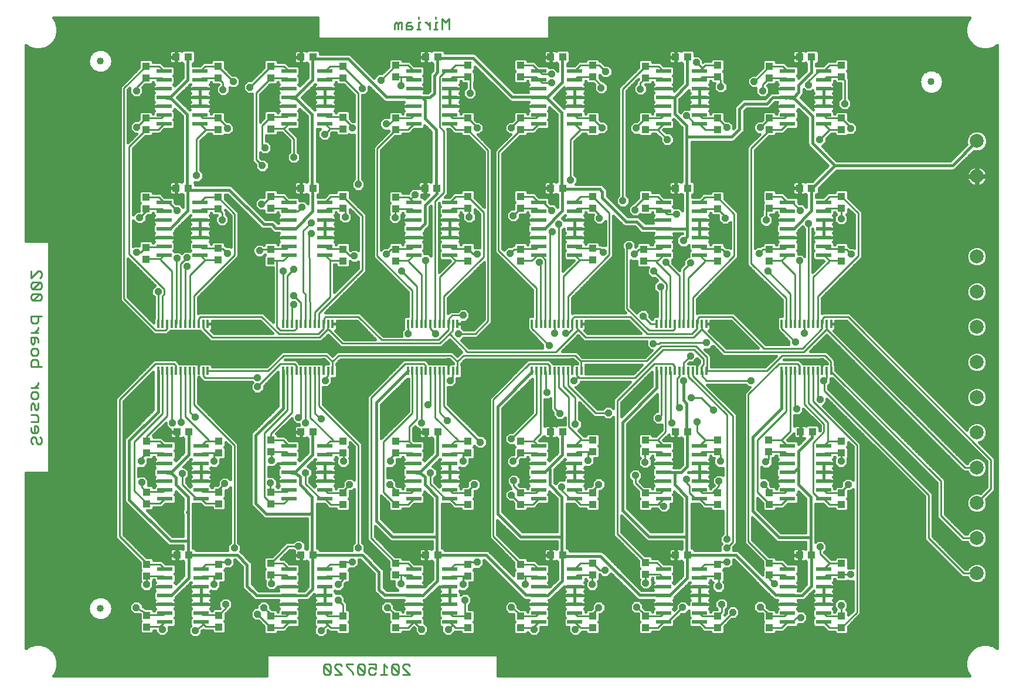
<source format=gbl>
G75*
%MOIN*%
%OFA0B0*%
%FSLAX25Y25*%
%IPPOS*%
%LPD*%
%AMOC8*
5,1,8,0,0,1.08239X$1,22.5*
%
%ADD10C,0.01100*%
%ADD11R,0.01575X0.04724*%
%ADD12C,0.07874*%
%ADD13R,0.08661X0.02362*%
%ADD14R,0.04331X0.03937*%
%ADD15C,0.04000*%
%ADD16C,0.01600*%
%ADD17OC8,0.04750*%
%ADD18C,0.01000*%
%ADD19OC8,0.04000*%
D10*
X0245584Y0059970D02*
X0246568Y0058986D01*
X0248536Y0058986D01*
X0249520Y0059970D01*
X0245584Y0063907D01*
X0245584Y0059970D01*
X0249520Y0059970D02*
X0249520Y0063907D01*
X0248536Y0064891D01*
X0246568Y0064891D01*
X0245584Y0063907D01*
X0252029Y0063907D02*
X0252029Y0062923D01*
X0255966Y0058986D01*
X0252029Y0058986D01*
X0252029Y0063907D02*
X0253013Y0064891D01*
X0254982Y0064891D01*
X0255966Y0063907D01*
X0258475Y0063907D02*
X0262411Y0059970D01*
X0262411Y0058986D01*
X0264920Y0059970D02*
X0265904Y0058986D01*
X0267873Y0058986D01*
X0268857Y0059970D01*
X0264920Y0063907D01*
X0264920Y0059970D01*
X0268857Y0059970D02*
X0268857Y0063907D01*
X0267873Y0064891D01*
X0265904Y0064891D01*
X0264920Y0063907D01*
X0262411Y0064891D02*
X0258475Y0064891D01*
X0258475Y0063907D01*
X0271366Y0064891D02*
X0275302Y0064891D01*
X0275302Y0061939D01*
X0273334Y0062923D01*
X0272350Y0062923D01*
X0271366Y0061939D01*
X0271366Y0059970D01*
X0272350Y0058986D01*
X0274318Y0058986D01*
X0275302Y0059970D01*
X0277811Y0058986D02*
X0281748Y0058986D01*
X0279780Y0058986D02*
X0279780Y0064891D01*
X0281748Y0062923D01*
X0284257Y0063907D02*
X0284257Y0059970D01*
X0285241Y0058986D01*
X0287209Y0058986D01*
X0288193Y0059970D01*
X0284257Y0063907D01*
X0285241Y0064891D01*
X0287209Y0064891D01*
X0288193Y0063907D01*
X0288193Y0059970D01*
X0290702Y0058986D02*
X0294639Y0058986D01*
X0290702Y0062923D01*
X0290702Y0063907D01*
X0291686Y0064891D01*
X0293655Y0064891D01*
X0294639Y0063907D01*
X0085269Y0190764D02*
X0084285Y0189780D01*
X0083301Y0189780D01*
X0082317Y0190764D01*
X0082317Y0192732D01*
X0081333Y0193717D01*
X0080348Y0193717D01*
X0079364Y0192732D01*
X0079364Y0190764D01*
X0080348Y0189780D01*
X0085269Y0190764D02*
X0085269Y0192732D01*
X0084285Y0193717D01*
X0082317Y0196225D02*
X0083301Y0197210D01*
X0083301Y0199178D01*
X0082317Y0200162D01*
X0081333Y0200162D01*
X0081333Y0196225D01*
X0082317Y0196225D02*
X0080348Y0196225D01*
X0079364Y0197210D01*
X0079364Y0199178D01*
X0079364Y0202671D02*
X0083301Y0202671D01*
X0083301Y0205623D01*
X0082317Y0206608D01*
X0079364Y0206608D01*
X0079364Y0209116D02*
X0079364Y0212069D01*
X0080348Y0213053D01*
X0081333Y0212069D01*
X0081333Y0210101D01*
X0082317Y0209116D01*
X0083301Y0210101D01*
X0083301Y0213053D01*
X0082317Y0215562D02*
X0080348Y0215562D01*
X0079364Y0216546D01*
X0079364Y0218514D01*
X0080348Y0219499D01*
X0082317Y0219499D01*
X0083301Y0218514D01*
X0083301Y0216546D01*
X0082317Y0215562D01*
X0083301Y0222007D02*
X0079364Y0222007D01*
X0081333Y0222007D02*
X0083301Y0223976D01*
X0083301Y0224960D01*
X0083301Y0233824D02*
X0083301Y0236777D01*
X0082317Y0237761D01*
X0080348Y0237761D01*
X0079364Y0236777D01*
X0079364Y0233824D01*
X0085269Y0233824D01*
X0082317Y0240270D02*
X0080348Y0240270D01*
X0079364Y0241254D01*
X0079364Y0243222D01*
X0080348Y0244206D01*
X0082317Y0244206D01*
X0083301Y0243222D01*
X0083301Y0241254D01*
X0082317Y0240270D01*
X0080348Y0246715D02*
X0081333Y0247699D01*
X0081333Y0250652D01*
X0082317Y0250652D02*
X0079364Y0250652D01*
X0079364Y0247699D01*
X0080348Y0246715D01*
X0083301Y0247699D02*
X0083301Y0249668D01*
X0082317Y0250652D01*
X0083301Y0253161D02*
X0079364Y0253161D01*
X0081333Y0253161D02*
X0083301Y0255129D01*
X0083301Y0256113D01*
X0082317Y0258532D02*
X0083301Y0259516D01*
X0083301Y0262469D01*
X0085269Y0262469D02*
X0079364Y0262469D01*
X0079364Y0259516D01*
X0080348Y0258532D01*
X0082317Y0258532D01*
X0084285Y0271423D02*
X0085269Y0272407D01*
X0085269Y0274375D01*
X0084285Y0275360D01*
X0080348Y0271423D01*
X0079364Y0272407D01*
X0079364Y0274375D01*
X0080348Y0275360D01*
X0084285Y0275360D01*
X0084285Y0277868D02*
X0085269Y0278853D01*
X0085269Y0280821D01*
X0084285Y0281805D01*
X0080348Y0277868D01*
X0079364Y0278853D01*
X0079364Y0280821D01*
X0080348Y0281805D01*
X0084285Y0281805D01*
X0084285Y0284314D02*
X0085269Y0285298D01*
X0085269Y0287266D01*
X0084285Y0288251D01*
X0083301Y0288251D01*
X0079364Y0284314D01*
X0079364Y0288251D01*
X0080348Y0277868D02*
X0084285Y0277868D01*
X0084285Y0271423D02*
X0080348Y0271423D01*
X0286011Y0425600D02*
X0286011Y0428553D01*
X0286996Y0429537D01*
X0287980Y0428553D01*
X0287980Y0425600D01*
X0289948Y0425600D02*
X0289948Y0429537D01*
X0288964Y0429537D01*
X0287980Y0428553D01*
X0292457Y0428553D02*
X0293441Y0429537D01*
X0295409Y0429537D01*
X0295409Y0427569D02*
X0292457Y0427569D01*
X0292457Y0428553D02*
X0292457Y0425600D01*
X0295409Y0425600D01*
X0296394Y0426585D01*
X0295409Y0427569D01*
X0298722Y0425600D02*
X0300691Y0425600D01*
X0299706Y0425600D02*
X0299706Y0429537D01*
X0300691Y0429537D01*
X0299706Y0431505D02*
X0299706Y0432490D01*
X0303109Y0429537D02*
X0304093Y0429537D01*
X0306062Y0427569D01*
X0306062Y0429537D02*
X0306062Y0425600D01*
X0308390Y0425600D02*
X0310359Y0425600D01*
X0309375Y0425600D02*
X0309375Y0429537D01*
X0310359Y0429537D01*
X0309375Y0431505D02*
X0309375Y0432490D01*
X0312868Y0431505D02*
X0312868Y0425600D01*
X0316804Y0425600D02*
X0316804Y0431505D01*
X0314836Y0429537D01*
X0312868Y0431505D01*
D11*
X0313997Y0258328D03*
X0316556Y0258328D03*
X0319115Y0258328D03*
X0321674Y0258328D03*
X0311438Y0258328D03*
X0308879Y0258328D03*
X0306320Y0258328D03*
X0303761Y0258328D03*
X0301202Y0258328D03*
X0298643Y0258328D03*
X0296083Y0258328D03*
X0293524Y0258328D03*
X0293524Y0231398D03*
X0296083Y0231398D03*
X0298643Y0231398D03*
X0301202Y0231398D03*
X0303761Y0231398D03*
X0306320Y0231398D03*
X0308879Y0231398D03*
X0311438Y0231398D03*
X0313997Y0231398D03*
X0316556Y0231398D03*
X0319115Y0231398D03*
X0321674Y0231398D03*
X0364024Y0231398D03*
X0366583Y0231398D03*
X0369143Y0231398D03*
X0371702Y0231398D03*
X0374261Y0231398D03*
X0376820Y0231398D03*
X0379379Y0231398D03*
X0381938Y0231398D03*
X0384497Y0231398D03*
X0387056Y0231398D03*
X0389615Y0231398D03*
X0392174Y0231398D03*
X0392174Y0258328D03*
X0389615Y0258328D03*
X0387056Y0258328D03*
X0384497Y0258328D03*
X0381938Y0258328D03*
X0379379Y0258328D03*
X0376820Y0258328D03*
X0374261Y0258328D03*
X0371702Y0258328D03*
X0369143Y0258328D03*
X0366583Y0258328D03*
X0364024Y0258328D03*
X0435024Y0258328D03*
X0437583Y0258328D03*
X0440143Y0258328D03*
X0442702Y0258328D03*
X0445261Y0258328D03*
X0447820Y0258328D03*
X0450379Y0258328D03*
X0452938Y0258328D03*
X0455497Y0258328D03*
X0458056Y0258328D03*
X0460615Y0258328D03*
X0463174Y0258328D03*
X0463174Y0231398D03*
X0460615Y0231398D03*
X0458056Y0231398D03*
X0455497Y0231398D03*
X0452938Y0231398D03*
X0450379Y0231398D03*
X0447820Y0231398D03*
X0445261Y0231398D03*
X0442702Y0231398D03*
X0440143Y0231398D03*
X0437583Y0231398D03*
X0435024Y0231398D03*
X0506024Y0231398D03*
X0508583Y0231398D03*
X0511143Y0231398D03*
X0513702Y0231398D03*
X0516261Y0231398D03*
X0518820Y0231398D03*
X0521379Y0231398D03*
X0523938Y0231398D03*
X0526497Y0231398D03*
X0529056Y0231398D03*
X0531615Y0231398D03*
X0534174Y0231398D03*
X0534174Y0258328D03*
X0531615Y0258328D03*
X0529056Y0258328D03*
X0526497Y0258328D03*
X0523938Y0258328D03*
X0521379Y0258328D03*
X0518820Y0258328D03*
X0516261Y0258328D03*
X0513702Y0258328D03*
X0511143Y0258328D03*
X0508583Y0258328D03*
X0506024Y0258328D03*
X0250674Y0258328D03*
X0248115Y0258328D03*
X0245556Y0258328D03*
X0242997Y0258328D03*
X0240438Y0258328D03*
X0237879Y0258328D03*
X0235320Y0258328D03*
X0232761Y0258328D03*
X0230202Y0258328D03*
X0227643Y0258328D03*
X0225083Y0258328D03*
X0222524Y0258328D03*
X0222524Y0231398D03*
X0225083Y0231398D03*
X0227643Y0231398D03*
X0230202Y0231398D03*
X0232761Y0231398D03*
X0235320Y0231398D03*
X0237879Y0231398D03*
X0240438Y0231398D03*
X0242997Y0231398D03*
X0245556Y0231398D03*
X0248115Y0231398D03*
X0250674Y0231398D03*
X0179674Y0231398D03*
X0177115Y0231398D03*
X0174556Y0231398D03*
X0171997Y0231398D03*
X0169438Y0231398D03*
X0166879Y0231398D03*
X0164320Y0231398D03*
X0161761Y0231398D03*
X0159202Y0231398D03*
X0156643Y0231398D03*
X0154083Y0231398D03*
X0151524Y0231398D03*
X0151524Y0258328D03*
X0154083Y0258328D03*
X0156643Y0258328D03*
X0159202Y0258328D03*
X0161761Y0258328D03*
X0164320Y0258328D03*
X0166879Y0258328D03*
X0169438Y0258328D03*
X0171997Y0258328D03*
X0174556Y0258328D03*
X0177115Y0258328D03*
X0179674Y0258328D03*
D12*
X0616964Y0256519D03*
X0616964Y0276519D03*
X0616964Y0296519D03*
X0617016Y0342058D03*
X0617016Y0362058D03*
X0616964Y0236519D03*
X0616964Y0216519D03*
X0616964Y0196519D03*
X0616964Y0176519D03*
X0616964Y0156519D03*
X0616964Y0136519D03*
X0616964Y0116519D03*
D13*
X0529835Y0118863D03*
X0529835Y0113863D03*
X0529835Y0108863D03*
X0529835Y0103863D03*
X0529835Y0098863D03*
X0529835Y0093863D03*
X0529835Y0088863D03*
X0509363Y0088863D03*
X0509363Y0093863D03*
X0509363Y0098863D03*
X0509363Y0103863D03*
X0509363Y0108863D03*
X0509363Y0113863D03*
X0509363Y0118863D03*
X0459335Y0118863D03*
X0459335Y0113863D03*
X0459335Y0108863D03*
X0459335Y0103863D03*
X0459335Y0098863D03*
X0459335Y0093863D03*
X0459335Y0088863D03*
X0438863Y0088863D03*
X0438863Y0093863D03*
X0438863Y0098863D03*
X0438863Y0103863D03*
X0438863Y0108863D03*
X0438863Y0113863D03*
X0438863Y0118863D03*
X0388335Y0118863D03*
X0388335Y0113863D03*
X0388335Y0108863D03*
X0388335Y0103863D03*
X0388335Y0098863D03*
X0388335Y0093863D03*
X0388335Y0088863D03*
X0367863Y0088863D03*
X0367863Y0093863D03*
X0367863Y0098863D03*
X0367863Y0103863D03*
X0367863Y0108863D03*
X0367863Y0113863D03*
X0367863Y0118863D03*
X0317335Y0118863D03*
X0317335Y0113863D03*
X0317335Y0108863D03*
X0317335Y0103863D03*
X0317335Y0098863D03*
X0317335Y0093863D03*
X0317335Y0088863D03*
X0296863Y0088863D03*
X0296863Y0093863D03*
X0296863Y0098863D03*
X0296863Y0103863D03*
X0296863Y0108863D03*
X0296863Y0113863D03*
X0296863Y0118863D03*
X0246335Y0118863D03*
X0246335Y0113863D03*
X0246335Y0108863D03*
X0246335Y0103863D03*
X0246335Y0098863D03*
X0246335Y0093863D03*
X0246335Y0088863D03*
X0225863Y0088863D03*
X0225863Y0093863D03*
X0225863Y0098863D03*
X0225863Y0103863D03*
X0225863Y0108863D03*
X0225863Y0113863D03*
X0225863Y0118863D03*
X0175835Y0118863D03*
X0175835Y0113863D03*
X0175835Y0108863D03*
X0175835Y0103863D03*
X0175835Y0098863D03*
X0175835Y0093863D03*
X0175835Y0088863D03*
X0155363Y0088863D03*
X0155363Y0093863D03*
X0155363Y0098863D03*
X0155363Y0103863D03*
X0155363Y0108863D03*
X0155363Y0113863D03*
X0155363Y0118863D03*
X0155363Y0158863D03*
X0155363Y0163863D03*
X0155363Y0168863D03*
X0155363Y0173863D03*
X0155363Y0178863D03*
X0155363Y0183863D03*
X0155363Y0188863D03*
X0175835Y0188863D03*
X0175835Y0183863D03*
X0175835Y0178863D03*
X0175835Y0173863D03*
X0175835Y0168863D03*
X0175835Y0163863D03*
X0175835Y0158863D03*
X0225863Y0158863D03*
X0225863Y0163863D03*
X0225863Y0168863D03*
X0225863Y0173863D03*
X0225863Y0178863D03*
X0225863Y0183863D03*
X0225863Y0188863D03*
X0246335Y0188863D03*
X0246335Y0183863D03*
X0246335Y0178863D03*
X0246335Y0173863D03*
X0246335Y0168863D03*
X0246335Y0163863D03*
X0246335Y0158863D03*
X0296863Y0158863D03*
X0296863Y0163863D03*
X0296863Y0168863D03*
X0296863Y0173863D03*
X0296863Y0178863D03*
X0296863Y0183863D03*
X0296863Y0188863D03*
X0317335Y0188863D03*
X0317335Y0183863D03*
X0317335Y0178863D03*
X0317335Y0173863D03*
X0317335Y0168863D03*
X0317335Y0163863D03*
X0317335Y0158863D03*
X0367863Y0158863D03*
X0367863Y0163863D03*
X0367863Y0168863D03*
X0367863Y0173863D03*
X0367863Y0178863D03*
X0367863Y0183863D03*
X0367863Y0188863D03*
X0388335Y0188863D03*
X0388335Y0183863D03*
X0388335Y0178863D03*
X0388335Y0173863D03*
X0388335Y0168863D03*
X0388335Y0163863D03*
X0388335Y0158863D03*
X0438863Y0158863D03*
X0438863Y0163863D03*
X0438863Y0168863D03*
X0438863Y0173863D03*
X0438863Y0178863D03*
X0438863Y0183863D03*
X0438863Y0188863D03*
X0459335Y0188863D03*
X0459335Y0183863D03*
X0459335Y0178863D03*
X0459335Y0173863D03*
X0459335Y0168863D03*
X0459335Y0163863D03*
X0459335Y0158863D03*
X0509363Y0158863D03*
X0509363Y0163863D03*
X0509363Y0168863D03*
X0509363Y0173863D03*
X0509363Y0178863D03*
X0509363Y0183863D03*
X0509363Y0188863D03*
X0529835Y0188863D03*
X0529835Y0183863D03*
X0529835Y0178863D03*
X0529835Y0173863D03*
X0529835Y0168863D03*
X0529835Y0163863D03*
X0529835Y0158863D03*
X0529835Y0297363D03*
X0529835Y0302363D03*
X0529835Y0307363D03*
X0529835Y0312363D03*
X0529835Y0317363D03*
X0529835Y0322363D03*
X0529835Y0327363D03*
X0509363Y0327363D03*
X0509363Y0322363D03*
X0509363Y0317363D03*
X0509363Y0312363D03*
X0509363Y0307363D03*
X0509363Y0302363D03*
X0509363Y0297363D03*
X0459335Y0297363D03*
X0459335Y0302363D03*
X0459335Y0307363D03*
X0459335Y0312363D03*
X0459335Y0317363D03*
X0459335Y0322363D03*
X0459335Y0327363D03*
X0438863Y0327363D03*
X0438863Y0322363D03*
X0438863Y0317363D03*
X0438863Y0312363D03*
X0438863Y0307363D03*
X0438863Y0302363D03*
X0438863Y0297363D03*
X0388335Y0297363D03*
X0388335Y0302363D03*
X0388335Y0307363D03*
X0388335Y0312363D03*
X0388335Y0317363D03*
X0388335Y0322363D03*
X0388335Y0327363D03*
X0367863Y0327363D03*
X0367863Y0322363D03*
X0367863Y0317363D03*
X0367863Y0312363D03*
X0367863Y0307363D03*
X0367863Y0302363D03*
X0367863Y0297363D03*
X0317335Y0297363D03*
X0317335Y0302363D03*
X0317335Y0307363D03*
X0317335Y0312363D03*
X0317335Y0317363D03*
X0317335Y0322363D03*
X0317335Y0327363D03*
X0296863Y0327363D03*
X0296863Y0322363D03*
X0296863Y0317363D03*
X0296863Y0312363D03*
X0296863Y0307363D03*
X0296863Y0302363D03*
X0296863Y0297363D03*
X0246335Y0297363D03*
X0246335Y0302363D03*
X0246335Y0307363D03*
X0246335Y0312363D03*
X0246335Y0317363D03*
X0246335Y0322363D03*
X0246335Y0327363D03*
X0225863Y0327363D03*
X0225863Y0322363D03*
X0225863Y0317363D03*
X0225863Y0312363D03*
X0225863Y0307363D03*
X0225863Y0302363D03*
X0225863Y0297363D03*
X0175335Y0297363D03*
X0175335Y0302363D03*
X0175335Y0307363D03*
X0175335Y0312363D03*
X0175335Y0317363D03*
X0175335Y0322363D03*
X0175335Y0327363D03*
X0154863Y0327363D03*
X0154863Y0322363D03*
X0154863Y0317363D03*
X0154863Y0312363D03*
X0154863Y0307363D03*
X0154863Y0302363D03*
X0154863Y0297363D03*
X0154863Y0371863D03*
X0154863Y0376863D03*
X0154863Y0381863D03*
X0154863Y0386863D03*
X0154863Y0391863D03*
X0154863Y0396863D03*
X0154863Y0401863D03*
X0175335Y0401863D03*
X0175335Y0396863D03*
X0175335Y0391863D03*
X0175335Y0386863D03*
X0175335Y0381863D03*
X0175335Y0376863D03*
X0175335Y0371863D03*
X0225863Y0371863D03*
X0225863Y0376863D03*
X0225863Y0381863D03*
X0225863Y0386863D03*
X0225863Y0391863D03*
X0225863Y0396863D03*
X0225863Y0401863D03*
X0246335Y0401863D03*
X0246335Y0396863D03*
X0246335Y0391863D03*
X0246335Y0386863D03*
X0246335Y0381863D03*
X0246335Y0376863D03*
X0246335Y0371863D03*
X0296863Y0371863D03*
X0296863Y0376863D03*
X0296863Y0381863D03*
X0296863Y0386863D03*
X0296863Y0391863D03*
X0296863Y0396863D03*
X0296863Y0401863D03*
X0317335Y0401863D03*
X0317335Y0396863D03*
X0317335Y0391863D03*
X0317335Y0386863D03*
X0317335Y0381863D03*
X0317335Y0376863D03*
X0317335Y0371863D03*
X0367863Y0371863D03*
X0367863Y0376863D03*
X0367863Y0381863D03*
X0367863Y0386863D03*
X0367863Y0391863D03*
X0367863Y0396863D03*
X0367863Y0401863D03*
X0388335Y0401863D03*
X0388335Y0396863D03*
X0388335Y0391863D03*
X0388335Y0386863D03*
X0388335Y0381863D03*
X0388335Y0376863D03*
X0388335Y0371863D03*
X0438863Y0371863D03*
X0438863Y0376863D03*
X0438863Y0381863D03*
X0438863Y0386863D03*
X0438863Y0391863D03*
X0438863Y0396863D03*
X0438863Y0401863D03*
X0459335Y0401863D03*
X0459335Y0396863D03*
X0459335Y0391863D03*
X0459335Y0386863D03*
X0459335Y0381863D03*
X0459335Y0376863D03*
X0459335Y0371863D03*
X0509363Y0371863D03*
X0509363Y0376863D03*
X0509363Y0381863D03*
X0509363Y0386863D03*
X0509363Y0391863D03*
X0509363Y0396863D03*
X0509363Y0401863D03*
X0529835Y0401863D03*
X0529835Y0396863D03*
X0529835Y0391863D03*
X0529835Y0386863D03*
X0529835Y0381863D03*
X0529835Y0376863D03*
X0529835Y0371863D03*
D14*
X0540099Y0375209D03*
X0540099Y0368517D03*
X0499099Y0368517D03*
X0499099Y0375209D03*
X0499099Y0398017D03*
X0499099Y0404709D03*
X0516253Y0409863D03*
X0522946Y0409863D03*
X0540099Y0405209D03*
X0540099Y0398517D03*
X0469599Y0398517D03*
X0469599Y0405209D03*
X0452446Y0409863D03*
X0445753Y0409863D03*
X0428599Y0404709D03*
X0428599Y0398017D03*
X0398599Y0398517D03*
X0398599Y0405209D03*
X0381446Y0409863D03*
X0374753Y0409863D03*
X0357599Y0405209D03*
X0357599Y0398517D03*
X0327599Y0398517D03*
X0327599Y0405209D03*
X0310446Y0409863D03*
X0303753Y0409863D03*
X0286599Y0405209D03*
X0286599Y0398517D03*
X0256599Y0398017D03*
X0256599Y0404709D03*
X0239446Y0409863D03*
X0232753Y0409863D03*
X0215599Y0404709D03*
X0215599Y0398017D03*
X0185599Y0398017D03*
X0185599Y0404709D03*
X0168446Y0409863D03*
X0161753Y0409863D03*
X0144599Y0404709D03*
X0144599Y0398017D03*
X0144599Y0375209D03*
X0144599Y0368517D03*
X0185599Y0368517D03*
X0185599Y0375209D03*
X0215599Y0375709D03*
X0215599Y0369017D03*
X0256599Y0369017D03*
X0256599Y0375709D03*
X0286599Y0375209D03*
X0286599Y0368517D03*
X0327599Y0368517D03*
X0327599Y0375209D03*
X0357599Y0375209D03*
X0357599Y0368517D03*
X0398599Y0368517D03*
X0398599Y0375209D03*
X0428599Y0375209D03*
X0428599Y0368517D03*
X0469599Y0368517D03*
X0469599Y0375209D03*
X0452446Y0335363D03*
X0445753Y0335363D03*
X0428599Y0330709D03*
X0428599Y0324017D03*
X0398599Y0324017D03*
X0398599Y0330709D03*
X0381446Y0335363D03*
X0374753Y0335363D03*
X0357599Y0330709D03*
X0357599Y0324017D03*
X0327599Y0324017D03*
X0327599Y0330709D03*
X0309946Y0335363D03*
X0303253Y0335363D03*
X0286599Y0330209D03*
X0286599Y0323517D03*
X0256599Y0324017D03*
X0256599Y0330709D03*
X0239446Y0335363D03*
X0232753Y0335363D03*
X0215599Y0330709D03*
X0215599Y0324017D03*
X0185599Y0323517D03*
X0185599Y0330209D03*
X0168446Y0335363D03*
X0161753Y0335363D03*
X0144599Y0330209D03*
X0144599Y0323517D03*
X0144599Y0301709D03*
X0144599Y0295017D03*
X0185599Y0294517D03*
X0185599Y0301209D03*
X0215599Y0300709D03*
X0215599Y0294017D03*
X0256599Y0294017D03*
X0256599Y0300709D03*
X0286599Y0300709D03*
X0286599Y0294017D03*
X0327599Y0294017D03*
X0327599Y0300709D03*
X0357599Y0300709D03*
X0357599Y0294017D03*
X0398599Y0294517D03*
X0398599Y0301209D03*
X0427599Y0300709D03*
X0427599Y0294017D03*
X0469599Y0294017D03*
X0469599Y0300709D03*
X0469599Y0323517D03*
X0469599Y0330209D03*
X0499099Y0330709D03*
X0499099Y0324017D03*
X0516253Y0335363D03*
X0522946Y0335363D03*
X0540099Y0330709D03*
X0540099Y0324017D03*
X0540099Y0300709D03*
X0540099Y0294017D03*
X0499099Y0294017D03*
X0499099Y0300709D03*
X0516753Y0196863D03*
X0523446Y0196863D03*
X0540099Y0191709D03*
X0540099Y0185017D03*
X0540099Y0162209D03*
X0540099Y0155517D03*
X0499099Y0155517D03*
X0499099Y0162209D03*
X0498599Y0185517D03*
X0498599Y0192209D03*
X0469599Y0192209D03*
X0469599Y0185517D03*
X0452446Y0196863D03*
X0445753Y0196863D03*
X0428599Y0192209D03*
X0428599Y0185517D03*
X0398599Y0185517D03*
X0398599Y0192209D03*
X0381446Y0196863D03*
X0374753Y0196863D03*
X0357599Y0191709D03*
X0357599Y0185017D03*
X0327599Y0185017D03*
X0327599Y0191709D03*
X0310446Y0196863D03*
X0303753Y0196863D03*
X0286599Y0191709D03*
X0286599Y0185017D03*
X0256599Y0185017D03*
X0256599Y0191709D03*
X0239446Y0196863D03*
X0232753Y0196863D03*
X0215599Y0192209D03*
X0215599Y0185517D03*
X0186099Y0185017D03*
X0186099Y0191709D03*
X0168946Y0196863D03*
X0162253Y0196863D03*
X0145099Y0191709D03*
X0145099Y0185017D03*
X0145099Y0162709D03*
X0145099Y0156017D03*
X0186099Y0156017D03*
X0186099Y0162709D03*
X0215599Y0162709D03*
X0215599Y0156017D03*
X0256599Y0155517D03*
X0256599Y0162209D03*
X0286599Y0162209D03*
X0286599Y0155517D03*
X0327599Y0155517D03*
X0327599Y0162209D03*
X0357599Y0162209D03*
X0357599Y0155517D03*
X0398599Y0155517D03*
X0398599Y0162209D03*
X0428599Y0162209D03*
X0428599Y0155517D03*
X0469599Y0155517D03*
X0469599Y0162209D03*
X0452446Y0126863D03*
X0445753Y0126863D03*
X0428599Y0122709D03*
X0428599Y0116017D03*
X0398599Y0115517D03*
X0398599Y0122209D03*
X0381446Y0126863D03*
X0374753Y0126863D03*
X0357599Y0121709D03*
X0357599Y0115017D03*
X0327599Y0115017D03*
X0327599Y0121709D03*
X0310446Y0126863D03*
X0303753Y0126863D03*
X0286599Y0122209D03*
X0286599Y0115517D03*
X0256599Y0115017D03*
X0256599Y0121709D03*
X0239446Y0126863D03*
X0232753Y0126863D03*
X0215599Y0122209D03*
X0215599Y0115517D03*
X0186099Y0115017D03*
X0186099Y0121709D03*
X0168946Y0126863D03*
X0162253Y0126863D03*
X0145099Y0121709D03*
X0145099Y0115017D03*
X0145099Y0092709D03*
X0145099Y0086017D03*
X0186099Y0086017D03*
X0186099Y0092709D03*
X0215599Y0092209D03*
X0215599Y0085517D03*
X0256599Y0085517D03*
X0256599Y0092209D03*
X0286599Y0092209D03*
X0286599Y0085517D03*
X0327599Y0085517D03*
X0327599Y0092209D03*
X0357599Y0092209D03*
X0357599Y0085517D03*
X0398599Y0085517D03*
X0398599Y0092209D03*
X0428599Y0092209D03*
X0428599Y0085517D03*
X0469599Y0085517D03*
X0469599Y0092209D03*
X0469599Y0115017D03*
X0469599Y0121709D03*
X0499099Y0122209D03*
X0499099Y0115517D03*
X0516253Y0126863D03*
X0522946Y0126863D03*
X0540099Y0122209D03*
X0540099Y0115517D03*
X0540099Y0092209D03*
X0540099Y0085517D03*
X0499099Y0085517D03*
X0499099Y0092209D03*
D15*
X0118658Y0096548D03*
X0118658Y0407572D03*
X0591099Y0395761D03*
D16*
X0092107Y0058237D02*
X0091950Y0058080D01*
X0213115Y0058080D01*
X0213115Y0069731D01*
X0213584Y0070199D01*
X0344246Y0070199D01*
X0344715Y0069731D01*
X0344715Y0058080D01*
X0612925Y0058080D01*
X0612769Y0058237D01*
X0611308Y0060768D01*
X0610551Y0063591D01*
X0610551Y0066513D01*
X0611308Y0069336D01*
X0612769Y0071867D01*
X0614835Y0073934D01*
X0617366Y0075395D01*
X0620189Y0076151D01*
X0623112Y0076151D01*
X0625935Y0075395D01*
X0628465Y0073934D01*
X0628622Y0073777D01*
X0628622Y0416484D01*
X0628465Y0416328D01*
X0625935Y0414867D01*
X0623112Y0414110D01*
X0620189Y0414110D01*
X0617366Y0414867D01*
X0614835Y0416328D01*
X0612769Y0418394D01*
X0611308Y0420925D01*
X0610551Y0423748D01*
X0610551Y0426671D01*
X0611308Y0429494D01*
X0612769Y0432025D01*
X0612925Y0432181D01*
X0373967Y0432181D01*
X0373967Y0420540D01*
X0373498Y0420072D01*
X0242836Y0420072D01*
X0242367Y0420540D01*
X0242367Y0432181D01*
X0091950Y0432181D01*
X0092107Y0432025D01*
X0093568Y0429494D01*
X0094324Y0426671D01*
X0094324Y0423748D01*
X0093568Y0420925D01*
X0092107Y0418394D01*
X0090040Y0416328D01*
X0087509Y0414867D01*
X0084686Y0414110D01*
X0081764Y0414110D01*
X0078941Y0414867D01*
X0076410Y0416328D01*
X0076254Y0416484D01*
X0076254Y0305241D01*
X0089046Y0305241D01*
X0089514Y0304772D01*
X0089514Y0174110D01*
X0089046Y0173641D01*
X0076254Y0173641D01*
X0076254Y0073777D01*
X0076410Y0073934D01*
X0078941Y0075395D01*
X0081764Y0076151D01*
X0084686Y0076151D01*
X0087509Y0075395D01*
X0090040Y0073934D01*
X0092107Y0071867D01*
X0093568Y0069336D01*
X0094324Y0066513D01*
X0094324Y0063591D01*
X0093568Y0060768D01*
X0092107Y0058237D01*
X0092914Y0059635D02*
X0213115Y0059635D01*
X0213115Y0061234D02*
X0093693Y0061234D01*
X0094121Y0062832D02*
X0213115Y0062832D01*
X0213115Y0064431D02*
X0094324Y0064431D01*
X0094324Y0066029D02*
X0213115Y0066029D01*
X0213115Y0067628D02*
X0094026Y0067628D01*
X0093597Y0069226D02*
X0213115Y0069226D01*
X0212688Y0081748D02*
X0218510Y0081748D01*
X0219565Y0082802D01*
X0219565Y0083263D01*
X0223452Y0083263D01*
X0226071Y0085882D01*
X0230939Y0085882D01*
X0231994Y0086936D01*
X0231994Y0090790D01*
X0231420Y0091363D01*
X0231994Y0091936D01*
X0231994Y0095790D01*
X0231420Y0096363D01*
X0231634Y0096577D01*
X0231871Y0096987D01*
X0231994Y0097445D01*
X0231994Y0098863D01*
X0231994Y0100281D01*
X0231871Y0100739D01*
X0231684Y0101063D01*
X0236156Y0101063D01*
X0237185Y0101489D01*
X0240205Y0104509D01*
X0240205Y0103863D01*
X0240205Y0102445D01*
X0240327Y0101987D01*
X0240564Y0101577D01*
X0240778Y0101363D01*
X0240564Y0101149D01*
X0240327Y0100739D01*
X0240205Y0100281D01*
X0240205Y0098863D01*
X0240205Y0097445D01*
X0240327Y0096987D01*
X0240564Y0096577D01*
X0240778Y0096363D01*
X0240205Y0095790D01*
X0240205Y0091936D01*
X0240778Y0091363D01*
X0240205Y0090790D01*
X0240205Y0086936D01*
X0241005Y0086136D01*
X0240318Y0085450D01*
X0240318Y0082302D01*
X0242544Y0080076D01*
X0245692Y0080076D01*
X0247918Y0082302D01*
X0247918Y0084091D01*
X0248747Y0083263D01*
X0252634Y0083263D01*
X0252634Y0082802D01*
X0253688Y0081748D01*
X0259510Y0081748D01*
X0260565Y0082802D01*
X0260565Y0088231D01*
X0259932Y0088863D01*
X0260565Y0089495D01*
X0260565Y0094924D01*
X0259510Y0095978D01*
X0258899Y0095978D01*
X0258899Y0099616D01*
X0257699Y0100816D01*
X0257699Y0102937D01*
X0255473Y0105163D01*
X0252466Y0105163D01*
X0252466Y0105281D01*
X0252343Y0105739D01*
X0252106Y0106149D01*
X0251893Y0106363D01*
X0252009Y0106479D01*
X0252225Y0106263D01*
X0255373Y0106263D01*
X0257599Y0108489D01*
X0257599Y0110610D01*
X0258237Y0111248D01*
X0259510Y0111248D01*
X0260565Y0112302D01*
X0260565Y0117731D01*
X0259932Y0118363D01*
X0260565Y0118995D01*
X0260565Y0119063D01*
X0263373Y0119063D01*
X0265599Y0121289D01*
X0265599Y0124063D01*
X0266339Y0124063D01*
X0274299Y0116103D01*
X0274299Y0106806D01*
X0274725Y0105777D01*
X0275513Y0104989D01*
X0278713Y0101789D01*
X0279742Y0101363D01*
X0291023Y0101363D01*
X0291164Y0101222D01*
X0291092Y0101149D01*
X0290855Y0100739D01*
X0290732Y0100281D01*
X0290732Y0098863D01*
X0296863Y0098863D01*
X0302994Y0098863D01*
X0302994Y0100281D01*
X0302871Y0100739D01*
X0302679Y0101072D01*
X0303685Y0101489D01*
X0311205Y0109009D01*
X0311205Y0108863D01*
X0311205Y0107445D01*
X0311327Y0106987D01*
X0311564Y0106577D01*
X0311778Y0106363D01*
X0311564Y0106149D01*
X0311327Y0105739D01*
X0311205Y0105281D01*
X0311205Y0103863D01*
X0311205Y0102445D01*
X0311327Y0101987D01*
X0311564Y0101577D01*
X0311778Y0101363D01*
X0311564Y0101149D01*
X0311327Y0100739D01*
X0311205Y0100281D01*
X0311205Y0098863D01*
X0311205Y0097445D01*
X0311327Y0096987D01*
X0311564Y0096577D01*
X0311778Y0096363D01*
X0311205Y0095790D01*
X0311205Y0091936D01*
X0311778Y0091363D01*
X0311205Y0090790D01*
X0311205Y0086936D01*
X0312259Y0085882D01*
X0312699Y0085882D01*
X0312699Y0083089D01*
X0314925Y0080863D01*
X0318073Y0080863D01*
X0320299Y0083089D01*
X0320299Y0083263D01*
X0323634Y0083263D01*
X0323634Y0082802D01*
X0324688Y0081748D01*
X0330510Y0081748D01*
X0331565Y0082802D01*
X0331565Y0088231D01*
X0330932Y0088863D01*
X0331565Y0089495D01*
X0331565Y0094924D01*
X0330510Y0095978D01*
X0328199Y0095978D01*
X0328199Y0098289D01*
X0329699Y0099789D01*
X0329699Y0102937D01*
X0327473Y0105163D01*
X0324325Y0105163D01*
X0323466Y0104304D01*
X0323466Y0105281D01*
X0323343Y0105739D01*
X0323106Y0106149D01*
X0322893Y0106363D01*
X0323009Y0106479D01*
X0323225Y0106263D01*
X0326373Y0106263D01*
X0328599Y0108489D01*
X0328599Y0111248D01*
X0330510Y0111248D01*
X0331565Y0112302D01*
X0331565Y0117731D01*
X0330932Y0118363D01*
X0331532Y0118963D01*
X0334373Y0118963D01*
X0336599Y0121189D01*
X0336599Y0123963D01*
X0336839Y0123963D01*
X0359013Y0101789D01*
X0360042Y0101363D01*
X0362023Y0101363D01*
X0362164Y0101222D01*
X0362092Y0101149D01*
X0361855Y0100739D01*
X0361732Y0100281D01*
X0361732Y0098863D01*
X0367863Y0098863D01*
X0373994Y0098863D01*
X0373994Y0100281D01*
X0373871Y0100739D01*
X0373679Y0101072D01*
X0374685Y0101489D01*
X0382205Y0109009D01*
X0382205Y0108863D01*
X0382205Y0107445D01*
X0382327Y0106987D01*
X0382564Y0106577D01*
X0382778Y0106363D01*
X0382564Y0106149D01*
X0382327Y0105739D01*
X0382205Y0105281D01*
X0382205Y0103863D01*
X0382205Y0102445D01*
X0382327Y0101987D01*
X0382564Y0101577D01*
X0382778Y0101363D01*
X0382564Y0101149D01*
X0382327Y0100739D01*
X0382205Y0100281D01*
X0382205Y0098863D01*
X0382205Y0097445D01*
X0382327Y0096987D01*
X0382564Y0096577D01*
X0382778Y0096363D01*
X0382205Y0095790D01*
X0382205Y0091936D01*
X0382778Y0091363D01*
X0382205Y0090790D01*
X0382205Y0086936D01*
X0383259Y0085882D01*
X0384899Y0085882D01*
X0384899Y0083089D01*
X0387125Y0080863D01*
X0390273Y0080863D01*
X0392499Y0083089D01*
X0392499Y0083263D01*
X0394634Y0083263D01*
X0394634Y0082802D01*
X0395688Y0081748D01*
X0401510Y0081748D01*
X0402565Y0082802D01*
X0402565Y0088231D01*
X0401932Y0088863D01*
X0402565Y0089495D01*
X0402565Y0093163D01*
X0403573Y0093163D01*
X0405799Y0095389D01*
X0405799Y0098537D01*
X0403573Y0100763D01*
X0400425Y0100763D01*
X0398199Y0098537D01*
X0398199Y0096416D01*
X0397761Y0095978D01*
X0395688Y0095978D01*
X0394634Y0094924D01*
X0394634Y0094563D01*
X0394466Y0094563D01*
X0394466Y0095790D01*
X0393893Y0096363D01*
X0394106Y0096577D01*
X0394343Y0096987D01*
X0394466Y0097445D01*
X0394466Y0098863D01*
X0394466Y0100281D01*
X0394343Y0100739D01*
X0394106Y0101149D01*
X0393893Y0101363D01*
X0394106Y0101577D01*
X0394343Y0101987D01*
X0394466Y0102445D01*
X0394466Y0103863D01*
X0394466Y0105281D01*
X0394343Y0105739D01*
X0394106Y0106149D01*
X0393893Y0106363D01*
X0394106Y0106577D01*
X0394343Y0106987D01*
X0394466Y0107445D01*
X0394466Y0108863D01*
X0394466Y0110281D01*
X0394343Y0110739D01*
X0394106Y0111149D01*
X0393893Y0111363D01*
X0394466Y0111936D01*
X0394466Y0113163D01*
X0394634Y0113163D01*
X0394634Y0112802D01*
X0395149Y0112287D01*
X0394499Y0111637D01*
X0394499Y0108489D01*
X0396725Y0106263D01*
X0399873Y0106263D01*
X0402099Y0108489D01*
X0402099Y0111637D01*
X0401749Y0111987D01*
X0402565Y0112802D01*
X0402565Y0115724D01*
X0403925Y0114363D01*
X0407073Y0114363D01*
X0409056Y0116346D01*
X0423613Y0101789D01*
X0424642Y0101363D01*
X0433023Y0101363D01*
X0433164Y0101222D01*
X0433092Y0101149D01*
X0432855Y0100739D01*
X0432732Y0100281D01*
X0432732Y0098863D01*
X0438863Y0098863D01*
X0444994Y0098863D01*
X0444994Y0100281D01*
X0444871Y0100739D01*
X0444634Y0101149D01*
X0444562Y0101222D01*
X0445194Y0101853D01*
X0445194Y0102798D01*
X0453769Y0111373D01*
X0453778Y0111363D01*
X0453564Y0111149D01*
X0453327Y0110739D01*
X0453205Y0110281D01*
X0453205Y0108863D01*
X0459335Y0108863D01*
X0459335Y0108863D01*
X0453205Y0108863D01*
X0453205Y0107445D01*
X0453327Y0106987D01*
X0453564Y0106577D01*
X0453778Y0106363D01*
X0453564Y0106149D01*
X0453327Y0105739D01*
X0453205Y0105281D01*
X0453205Y0103863D01*
X0459335Y0103863D01*
X0459335Y0103863D01*
X0453205Y0103863D01*
X0453205Y0102445D01*
X0453327Y0101987D01*
X0453564Y0101577D01*
X0453778Y0101363D01*
X0453564Y0101149D01*
X0453327Y0100739D01*
X0453205Y0100281D01*
X0453205Y0098931D01*
X0451273Y0100863D01*
X0448125Y0100863D01*
X0445899Y0098637D01*
X0445899Y0096516D01*
X0444994Y0095610D01*
X0444994Y0095790D01*
X0444420Y0096363D01*
X0444634Y0096577D01*
X0444871Y0096987D01*
X0444994Y0097445D01*
X0444994Y0098863D01*
X0438863Y0098863D01*
X0438863Y0098863D01*
X0438863Y0098863D01*
X0432732Y0098863D01*
X0432732Y0097445D01*
X0432855Y0096987D01*
X0433092Y0096577D01*
X0433306Y0096363D01*
X0432732Y0095790D01*
X0432732Y0094563D01*
X0432565Y0094563D01*
X0432565Y0094924D01*
X0431510Y0095978D01*
X0428721Y0095978D01*
X0427399Y0097083D01*
X0427399Y0098837D01*
X0425173Y0101063D01*
X0422025Y0101063D01*
X0419799Y0098837D01*
X0419799Y0095689D01*
X0422025Y0093463D01*
X0424558Y0093463D01*
X0424634Y0093399D01*
X0424634Y0089495D01*
X0425266Y0088863D01*
X0424634Y0088231D01*
X0424634Y0082802D01*
X0425688Y0081748D01*
X0431510Y0081748D01*
X0432565Y0082802D01*
X0432565Y0083263D01*
X0436452Y0083263D01*
X0439071Y0085882D01*
X0443939Y0085882D01*
X0444994Y0086936D01*
X0444994Y0089105D01*
X0449152Y0093263D01*
X0451273Y0093263D01*
X0453205Y0095195D01*
X0453205Y0091936D01*
X0453778Y0091363D01*
X0453205Y0090790D01*
X0453205Y0086936D01*
X0454259Y0085882D01*
X0459128Y0085882D01*
X0461747Y0083263D01*
X0465634Y0083263D01*
X0465634Y0082802D01*
X0466688Y0081748D01*
X0472510Y0081748D01*
X0473565Y0082802D01*
X0473565Y0086376D01*
X0477752Y0090563D01*
X0479873Y0090563D01*
X0482099Y0092789D01*
X0482099Y0095937D01*
X0479873Y0098163D01*
X0476725Y0098163D01*
X0474499Y0095937D01*
X0474499Y0093816D01*
X0473565Y0092881D01*
X0473565Y0092976D01*
X0474199Y0093610D01*
X0474199Y0095789D01*
X0475699Y0097289D01*
X0475699Y0100437D01*
X0473473Y0102663D01*
X0470325Y0102663D01*
X0468099Y0100437D01*
X0468099Y0097289D01*
X0469410Y0095978D01*
X0466688Y0095978D01*
X0465634Y0094924D01*
X0465634Y0094563D01*
X0465466Y0094563D01*
X0465466Y0095790D01*
X0464893Y0096363D01*
X0465106Y0096577D01*
X0465343Y0096987D01*
X0465466Y0097445D01*
X0465466Y0098863D01*
X0465466Y0100281D01*
X0465343Y0100739D01*
X0465106Y0101149D01*
X0464893Y0101363D01*
X0465106Y0101577D01*
X0465343Y0101987D01*
X0465466Y0102445D01*
X0465466Y0103863D01*
X0465466Y0105281D01*
X0465343Y0105739D01*
X0465106Y0106149D01*
X0464893Y0106363D01*
X0465106Y0106577D01*
X0465343Y0106987D01*
X0465466Y0107445D01*
X0465466Y0108863D01*
X0465466Y0110281D01*
X0465343Y0110739D01*
X0465106Y0111149D01*
X0464893Y0111363D01*
X0465466Y0111936D01*
X0465466Y0112663D01*
X0465634Y0112663D01*
X0465634Y0112302D01*
X0466688Y0111248D01*
X0467010Y0111248D01*
X0466399Y0110637D01*
X0466399Y0107489D01*
X0468625Y0105263D01*
X0471773Y0105263D01*
X0473999Y0107489D01*
X0473999Y0110637D01*
X0472949Y0111687D01*
X0473565Y0112302D01*
X0473565Y0117731D01*
X0472932Y0118363D01*
X0473565Y0118995D01*
X0473565Y0119063D01*
X0476373Y0119063D01*
X0478599Y0121289D01*
X0478599Y0124063D01*
X0478839Y0124063D01*
X0500325Y0102577D01*
X0501113Y0101789D01*
X0502142Y0101363D01*
X0503523Y0101363D01*
X0503664Y0101222D01*
X0503592Y0101149D01*
X0503355Y0100739D01*
X0503232Y0100281D01*
X0503232Y0098863D01*
X0509363Y0098863D01*
X0515494Y0098863D01*
X0515494Y0100281D01*
X0515371Y0100739D01*
X0515184Y0101063D01*
X0518156Y0101063D01*
X0519185Y0101489D01*
X0519973Y0102277D01*
X0524169Y0106473D01*
X0524278Y0106363D01*
X0524064Y0106149D01*
X0523827Y0105739D01*
X0523705Y0105281D01*
X0523705Y0103863D01*
X0529835Y0103863D01*
X0529835Y0103863D01*
X0523705Y0103863D01*
X0523705Y0102445D01*
X0523827Y0101987D01*
X0524064Y0101577D01*
X0524278Y0101363D01*
X0524064Y0101149D01*
X0523827Y0100739D01*
X0523705Y0100281D01*
X0523705Y0098863D01*
X0529835Y0098863D01*
X0529835Y0098863D01*
X0523705Y0098863D01*
X0523705Y0097445D01*
X0523827Y0096987D01*
X0524064Y0096577D01*
X0524278Y0096363D01*
X0523705Y0095790D01*
X0523705Y0091936D01*
X0524278Y0091363D01*
X0523705Y0090790D01*
X0523705Y0086936D01*
X0524759Y0085882D01*
X0529628Y0085882D01*
X0532247Y0083263D01*
X0536134Y0083263D01*
X0536134Y0082802D01*
X0537188Y0081748D01*
X0543010Y0081748D01*
X0544065Y0082802D01*
X0544065Y0086376D01*
X0551099Y0093410D01*
X0551099Y0190316D01*
X0549752Y0191663D01*
X0529713Y0211702D01*
X0531699Y0213689D01*
X0531699Y0215610D01*
X0587214Y0160095D01*
X0587214Y0135488D01*
X0607137Y0115566D01*
X0608484Y0114219D01*
X0611707Y0114219D01*
X0612100Y0113269D01*
X0613714Y0111655D01*
X0615823Y0110781D01*
X0618105Y0110781D01*
X0620214Y0111655D01*
X0621827Y0113269D01*
X0622701Y0115377D01*
X0622701Y0117660D01*
X0621827Y0119768D01*
X0620214Y0121382D01*
X0618105Y0122255D01*
X0615823Y0122255D01*
X0613714Y0121382D01*
X0612100Y0119768D01*
X0611707Y0118818D01*
X0610389Y0118818D01*
X0591814Y0137394D01*
X0591814Y0162001D01*
X0532599Y0221216D01*
X0532599Y0223189D01*
X0533799Y0224389D01*
X0533799Y0226510D01*
X0533899Y0226610D01*
X0533899Y0227236D01*
X0534873Y0227236D01*
X0594214Y0167895D01*
X0594214Y0148288D01*
X0606937Y0135566D01*
X0608284Y0134219D01*
X0611707Y0134219D01*
X0612100Y0133269D01*
X0613714Y0131655D01*
X0615823Y0130781D01*
X0618105Y0130781D01*
X0620214Y0131655D01*
X0621827Y0133269D01*
X0622701Y0135377D01*
X0622701Y0137660D01*
X0621827Y0139768D01*
X0620214Y0141382D01*
X0618105Y0142255D01*
X0615823Y0142255D01*
X0613714Y0141382D01*
X0612100Y0139768D01*
X0611707Y0138818D01*
X0610189Y0138818D01*
X0598814Y0150194D01*
X0598814Y0169801D01*
X0597467Y0171148D01*
X0536761Y0231853D01*
X0536761Y0234506D01*
X0536399Y0234868D01*
X0536399Y0237716D01*
X0535052Y0239063D01*
X0531552Y0242563D01*
X0522252Y0242563D01*
X0531599Y0251910D01*
X0607944Y0175566D01*
X0609291Y0174219D01*
X0611707Y0174219D01*
X0612100Y0173269D01*
X0613714Y0171655D01*
X0615823Y0170781D01*
X0618105Y0170781D01*
X0620214Y0171655D01*
X0621827Y0173269D01*
X0622701Y0175377D01*
X0622701Y0177660D01*
X0621827Y0179768D01*
X0620214Y0181382D01*
X0618105Y0182255D01*
X0615823Y0182255D01*
X0613714Y0181382D01*
X0612100Y0179768D01*
X0611707Y0178818D01*
X0611196Y0178818D01*
X0535701Y0254314D01*
X0536067Y0254525D01*
X0536402Y0254860D01*
X0536639Y0255271D01*
X0536761Y0255728D01*
X0536761Y0258327D01*
X0534202Y0258327D01*
X0534202Y0258328D01*
X0536761Y0258328D01*
X0536761Y0259963D01*
X0542847Y0259963D01*
X0622714Y0180095D01*
X0622714Y0165522D01*
X0619055Y0161862D01*
X0618105Y0162255D01*
X0615823Y0162255D01*
X0613714Y0161382D01*
X0612100Y0159768D01*
X0611227Y0157660D01*
X0611227Y0155377D01*
X0612100Y0153269D01*
X0613714Y0151655D01*
X0615823Y0150781D01*
X0618105Y0150781D01*
X0620214Y0151655D01*
X0621827Y0153269D01*
X0622701Y0155377D01*
X0622701Y0157660D01*
X0622307Y0158609D01*
X0627314Y0163616D01*
X0627314Y0182001D01*
X0625967Y0183348D01*
X0618408Y0190907D01*
X0620214Y0191655D01*
X0621827Y0193269D01*
X0622701Y0195377D01*
X0622701Y0197660D01*
X0621827Y0199768D01*
X0620214Y0201382D01*
X0618105Y0202255D01*
X0615823Y0202255D01*
X0613714Y0201382D01*
X0612100Y0199768D01*
X0611352Y0197963D01*
X0544752Y0264563D01*
X0529247Y0264563D01*
X0528799Y0264116D01*
X0528799Y0272810D01*
X0550552Y0294563D01*
X0551899Y0295910D01*
X0551899Y0322016D01*
X0550552Y0323363D01*
X0544065Y0329850D01*
X0544065Y0333424D01*
X0543010Y0334478D01*
X0537188Y0334478D01*
X0536134Y0333424D01*
X0536134Y0332963D01*
X0532247Y0332963D01*
X0529628Y0330344D01*
X0525699Y0330344D01*
X0525699Y0331394D01*
X0525939Y0331394D01*
X0527111Y0332566D01*
X0527111Y0335115D01*
X0537374Y0345378D01*
X0603693Y0345378D01*
X0604722Y0345804D01*
X0615272Y0356354D01*
X0615835Y0356121D01*
X0618197Y0356121D01*
X0620379Y0357025D01*
X0622049Y0358695D01*
X0622953Y0360877D01*
X0622953Y0363239D01*
X0622049Y0365421D01*
X0620379Y0367091D01*
X0618197Y0367995D01*
X0615835Y0367995D01*
X0613653Y0367091D01*
X0611983Y0365421D01*
X0611079Y0363239D01*
X0611079Y0360877D01*
X0611312Y0360314D01*
X0601976Y0350978D01*
X0537374Y0350978D01*
X0529189Y0359163D01*
X0529273Y0359163D01*
X0531499Y0361389D01*
X0531499Y0363510D01*
X0533983Y0365995D01*
X0534168Y0366021D01*
X0534349Y0366263D01*
X0536134Y0366263D01*
X0536134Y0365802D01*
X0537188Y0364748D01*
X0543010Y0364748D01*
X0543825Y0365563D01*
X0546873Y0365563D01*
X0549099Y0367789D01*
X0549099Y0370937D01*
X0546873Y0373163D01*
X0545152Y0373163D01*
X0544065Y0374250D01*
X0544065Y0377924D01*
X0543010Y0378978D01*
X0537188Y0378978D01*
X0536134Y0377924D01*
X0536134Y0377563D01*
X0535966Y0377563D01*
X0535966Y0378790D01*
X0535393Y0379363D01*
X0535606Y0379577D01*
X0535843Y0379987D01*
X0535966Y0380445D01*
X0535966Y0381863D01*
X0535966Y0383281D01*
X0535843Y0383739D01*
X0535606Y0384149D01*
X0535393Y0384363D01*
X0535606Y0384577D01*
X0535843Y0384987D01*
X0535966Y0385445D01*
X0535966Y0386863D01*
X0535966Y0388281D01*
X0535843Y0388739D01*
X0535606Y0389149D01*
X0535393Y0389363D01*
X0535606Y0389577D01*
X0535843Y0389987D01*
X0535966Y0390445D01*
X0535966Y0391863D01*
X0535966Y0393281D01*
X0535843Y0393739D01*
X0535606Y0394149D01*
X0535393Y0394363D01*
X0535966Y0394936D01*
X0535966Y0396163D01*
X0536134Y0396163D01*
X0536134Y0395802D01*
X0537188Y0394748D01*
X0539599Y0394748D01*
X0539599Y0386437D01*
X0538099Y0384937D01*
X0538099Y0381789D01*
X0540325Y0379563D01*
X0543473Y0379563D01*
X0545699Y0381789D01*
X0545699Y0384937D01*
X0544199Y0386437D01*
X0544199Y0397616D01*
X0544065Y0397750D01*
X0544065Y0401231D01*
X0543432Y0401863D01*
X0544065Y0402495D01*
X0544065Y0407924D01*
X0543010Y0408978D01*
X0537188Y0408978D01*
X0536134Y0407924D01*
X0536134Y0407463D01*
X0532247Y0407463D01*
X0529628Y0404844D01*
X0525699Y0404844D01*
X0525699Y0405894D01*
X0525939Y0405894D01*
X0527111Y0407066D01*
X0527111Y0412660D01*
X0525939Y0413831D01*
X0519952Y0413831D01*
X0519440Y0413320D01*
X0519113Y0413509D01*
X0518655Y0413631D01*
X0516437Y0413631D01*
X0516437Y0410047D01*
X0516068Y0410047D01*
X0516068Y0409679D01*
X0512287Y0409679D01*
X0512287Y0407658D01*
X0512410Y0407200D01*
X0512647Y0406789D01*
X0512982Y0406454D01*
X0513393Y0406217D01*
X0513850Y0406094D01*
X0516068Y0406094D01*
X0516068Y0409679D01*
X0516437Y0409679D01*
X0516437Y0406094D01*
X0518655Y0406094D01*
X0519113Y0406217D01*
X0519440Y0406406D01*
X0519952Y0405894D01*
X0520099Y0405894D01*
X0520099Y0402323D01*
X0515494Y0397717D01*
X0515494Y0398790D01*
X0514920Y0399363D01*
X0515494Y0399936D01*
X0515494Y0403790D01*
X0514439Y0404844D01*
X0509571Y0404844D01*
X0507452Y0406963D01*
X0503065Y0406963D01*
X0503065Y0407424D01*
X0502010Y0408478D01*
X0496188Y0408478D01*
X0495134Y0407424D01*
X0495134Y0403850D01*
X0490947Y0399663D01*
X0488825Y0399663D01*
X0486599Y0397437D01*
X0486599Y0394289D01*
X0488825Y0392063D01*
X0491399Y0392063D01*
X0491399Y0389089D01*
X0493625Y0386863D01*
X0496773Y0386863D01*
X0498999Y0389089D01*
X0498999Y0392237D01*
X0497813Y0393424D01*
X0498637Y0394248D01*
X0502010Y0394248D01*
X0503065Y0395302D01*
X0503065Y0395663D01*
X0503232Y0395663D01*
X0503232Y0394936D01*
X0503806Y0394363D01*
X0503592Y0394149D01*
X0503355Y0393739D01*
X0503232Y0393281D01*
X0503232Y0391863D01*
X0509363Y0391863D01*
X0509363Y0391863D01*
X0503232Y0391863D01*
X0503232Y0390445D01*
X0503355Y0389987D01*
X0503542Y0389663D01*
X0500542Y0389663D01*
X0499513Y0389237D01*
X0496439Y0386163D01*
X0484542Y0386163D01*
X0483513Y0385737D01*
X0479725Y0381949D01*
X0479299Y0380920D01*
X0479299Y0370023D01*
X0478599Y0369323D01*
X0478599Y0371437D01*
X0476373Y0373663D01*
X0474252Y0373663D01*
X0473565Y0374350D01*
X0473565Y0377924D01*
X0472510Y0378978D01*
X0466688Y0378978D01*
X0465634Y0377924D01*
X0465634Y0377563D01*
X0465466Y0377563D01*
X0465466Y0378790D01*
X0464893Y0379363D01*
X0465106Y0379577D01*
X0465343Y0379987D01*
X0465466Y0380445D01*
X0465466Y0381863D01*
X0465466Y0383281D01*
X0465343Y0383739D01*
X0465106Y0384149D01*
X0464893Y0384363D01*
X0465106Y0384577D01*
X0465343Y0384987D01*
X0465466Y0385445D01*
X0465466Y0386863D01*
X0465466Y0388281D01*
X0465343Y0388739D01*
X0465106Y0389149D01*
X0464893Y0389363D01*
X0465106Y0389577D01*
X0465343Y0389987D01*
X0465466Y0390445D01*
X0465466Y0391863D01*
X0465466Y0393281D01*
X0465343Y0393739D01*
X0465106Y0394149D01*
X0464893Y0394363D01*
X0465466Y0394936D01*
X0465466Y0396163D01*
X0465634Y0396163D01*
X0465634Y0395802D01*
X0466688Y0394748D01*
X0467910Y0394748D01*
X0467599Y0394437D01*
X0467599Y0391289D01*
X0469825Y0389063D01*
X0472973Y0389063D01*
X0475199Y0391289D01*
X0475199Y0394437D01*
X0473699Y0395937D01*
X0473699Y0397669D01*
X0473565Y0397804D01*
X0473565Y0401231D01*
X0472932Y0401863D01*
X0473565Y0402495D01*
X0473565Y0407924D01*
X0472510Y0408978D01*
X0466688Y0408978D01*
X0465634Y0407924D01*
X0465634Y0407463D01*
X0461747Y0407463D01*
X0461299Y0407016D01*
X0461299Y0408337D01*
X0459073Y0410563D01*
X0456611Y0410563D01*
X0456611Y0412660D01*
X0455439Y0413831D01*
X0449452Y0413831D01*
X0448940Y0413320D01*
X0448613Y0413509D01*
X0448155Y0413631D01*
X0445937Y0413631D01*
X0445937Y0410047D01*
X0445568Y0410047D01*
X0445568Y0409679D01*
X0441787Y0409679D01*
X0441787Y0407658D01*
X0441910Y0407200D01*
X0442147Y0406789D01*
X0442482Y0406454D01*
X0442893Y0406217D01*
X0443350Y0406094D01*
X0445568Y0406094D01*
X0445568Y0409679D01*
X0445937Y0409679D01*
X0445937Y0406094D01*
X0448155Y0406094D01*
X0448613Y0406217D01*
X0448940Y0406406D01*
X0449452Y0405894D01*
X0449599Y0405894D01*
X0449599Y0395223D01*
X0444994Y0390617D01*
X0444994Y0391863D01*
X0444994Y0393281D01*
X0444871Y0393739D01*
X0444634Y0394149D01*
X0444420Y0394363D01*
X0444994Y0394936D01*
X0444994Y0398790D01*
X0444420Y0399363D01*
X0444994Y0399936D01*
X0444994Y0403790D01*
X0443939Y0404844D01*
X0439071Y0404844D01*
X0436952Y0406963D01*
X0432565Y0406963D01*
X0432565Y0407424D01*
X0431510Y0408478D01*
X0425688Y0408478D01*
X0424634Y0407424D01*
X0424634Y0403850D01*
X0414747Y0393963D01*
X0414747Y0393963D01*
X0413399Y0392616D01*
X0413399Y0331137D01*
X0411899Y0329637D01*
X0411899Y0326489D01*
X0414125Y0324263D01*
X0417273Y0324263D01*
X0419499Y0326489D01*
X0419499Y0329637D01*
X0417999Y0331137D01*
X0417999Y0390710D01*
X0424634Y0397345D01*
X0424634Y0397304D01*
X0423399Y0396069D01*
X0423399Y0394737D01*
X0421899Y0393237D01*
X0421899Y0390089D01*
X0424125Y0387863D01*
X0427273Y0387863D01*
X0429499Y0390089D01*
X0429499Y0393237D01*
X0428488Y0394248D01*
X0431510Y0394248D01*
X0432565Y0395302D01*
X0432565Y0395663D01*
X0432732Y0395663D01*
X0432732Y0394936D01*
X0433306Y0394363D01*
X0433092Y0394149D01*
X0432855Y0393739D01*
X0432732Y0393281D01*
X0432732Y0391863D01*
X0438863Y0391863D01*
X0444994Y0391863D01*
X0438863Y0391863D01*
X0438863Y0391863D01*
X0438863Y0391863D01*
X0432732Y0391863D01*
X0432732Y0390445D01*
X0432855Y0389987D01*
X0433092Y0389577D01*
X0433164Y0389504D01*
X0432532Y0388873D01*
X0432532Y0384853D01*
X0433164Y0384222D01*
X0433092Y0384149D01*
X0432855Y0383739D01*
X0432732Y0383281D01*
X0432732Y0381863D01*
X0438863Y0381863D01*
X0438863Y0381863D01*
X0432732Y0381863D01*
X0432732Y0380445D01*
X0432855Y0379987D01*
X0433092Y0379577D01*
X0433306Y0379363D01*
X0432732Y0378790D01*
X0432732Y0377563D01*
X0432565Y0377563D01*
X0432565Y0377924D01*
X0431510Y0378978D01*
X0425688Y0378978D01*
X0424634Y0377924D01*
X0424634Y0374250D01*
X0423647Y0373263D01*
X0421825Y0373263D01*
X0419599Y0371037D01*
X0419599Y0367889D01*
X0421825Y0365663D01*
X0424773Y0365663D01*
X0425688Y0364748D01*
X0431510Y0364748D01*
X0432565Y0365802D01*
X0432565Y0366263D01*
X0434349Y0366263D01*
X0434531Y0366021D01*
X0434715Y0365995D01*
X0437199Y0363510D01*
X0437199Y0361389D01*
X0439425Y0359163D01*
X0442573Y0359163D01*
X0444799Y0361389D01*
X0444799Y0364537D01*
X0442573Y0366763D01*
X0440452Y0366763D01*
X0438702Y0368513D01*
X0439071Y0368882D01*
X0443939Y0368882D01*
X0444994Y0369936D01*
X0444994Y0373790D01*
X0444420Y0374363D01*
X0444480Y0374423D01*
X0449199Y0369703D01*
X0449199Y0339079D01*
X0448940Y0338820D01*
X0448613Y0339009D01*
X0448155Y0339131D01*
X0445937Y0339131D01*
X0445937Y0335547D01*
X0445568Y0335547D01*
X0445568Y0335179D01*
X0441787Y0335179D01*
X0441787Y0333158D01*
X0441910Y0332700D01*
X0442147Y0332289D01*
X0442482Y0331954D01*
X0442893Y0331717D01*
X0443350Y0331594D01*
X0445568Y0331594D01*
X0445568Y0335179D01*
X0445937Y0335179D01*
X0445937Y0331594D01*
X0448155Y0331594D01*
X0448613Y0331717D01*
X0448940Y0331906D01*
X0449452Y0331394D01*
X0449599Y0331394D01*
X0449599Y0322537D01*
X0447773Y0324363D01*
X0444920Y0324363D01*
X0444420Y0324863D01*
X0444994Y0325436D01*
X0444994Y0329290D01*
X0443939Y0330344D01*
X0439071Y0330344D01*
X0436452Y0332963D01*
X0432565Y0332963D01*
X0432565Y0333424D01*
X0431510Y0334478D01*
X0425688Y0334478D01*
X0424634Y0333424D01*
X0424634Y0329850D01*
X0421547Y0326763D01*
X0421125Y0326763D01*
X0418899Y0324537D01*
X0418899Y0321389D01*
X0421125Y0319163D01*
X0424273Y0319163D01*
X0425523Y0320413D01*
X0425688Y0320248D01*
X0431510Y0320248D01*
X0432565Y0321302D01*
X0432565Y0321663D01*
X0432732Y0321663D01*
X0432732Y0320436D01*
X0433306Y0319863D01*
X0433092Y0319649D01*
X0432855Y0319239D01*
X0432732Y0318781D01*
X0432732Y0317363D01*
X0438863Y0317363D01*
X0438863Y0317363D01*
X0432732Y0317363D01*
X0432732Y0315945D01*
X0432855Y0315487D01*
X0432869Y0315463D01*
X0428459Y0315463D01*
X0425973Y0317949D01*
X0425185Y0318737D01*
X0424156Y0319163D01*
X0418759Y0319163D01*
X0406899Y0331023D01*
X0406899Y0333820D01*
X0406473Y0334849D01*
X0404185Y0337137D01*
X0403156Y0337563D01*
X0388973Y0337563D01*
X0389799Y0338389D01*
X0389799Y0341537D01*
X0388299Y0343037D01*
X0388299Y0361810D01*
X0392483Y0365995D01*
X0392668Y0366021D01*
X0392849Y0366263D01*
X0394634Y0366263D01*
X0394634Y0365802D01*
X0395688Y0364748D01*
X0401510Y0364748D01*
X0402565Y0365802D01*
X0402565Y0365863D01*
X0405373Y0365863D01*
X0407599Y0368089D01*
X0407599Y0371237D01*
X0405373Y0373463D01*
X0403252Y0373463D01*
X0402565Y0374150D01*
X0402565Y0377924D01*
X0401510Y0378978D01*
X0395688Y0378978D01*
X0394634Y0377924D01*
X0394634Y0377563D01*
X0394466Y0377563D01*
X0394466Y0378790D01*
X0393893Y0379363D01*
X0394106Y0379577D01*
X0394343Y0379987D01*
X0394466Y0380445D01*
X0394466Y0381863D01*
X0394466Y0383281D01*
X0394343Y0383739D01*
X0394106Y0384149D01*
X0393893Y0384363D01*
X0394106Y0384577D01*
X0394343Y0384987D01*
X0394466Y0385445D01*
X0394466Y0386863D01*
X0394466Y0388281D01*
X0394343Y0388739D01*
X0394106Y0389149D01*
X0393893Y0389363D01*
X0394106Y0389577D01*
X0394343Y0389987D01*
X0394466Y0390445D01*
X0394466Y0391863D01*
X0394466Y0393281D01*
X0394343Y0393739D01*
X0394106Y0394149D01*
X0393893Y0394363D01*
X0394466Y0394936D01*
X0394466Y0396163D01*
X0394634Y0396163D01*
X0394634Y0395802D01*
X0395688Y0394748D01*
X0399061Y0394748D01*
X0399736Y0394074D01*
X0399599Y0393937D01*
X0399599Y0390789D01*
X0401825Y0388563D01*
X0404973Y0388563D01*
X0407199Y0390789D01*
X0407199Y0393937D01*
X0404973Y0396163D01*
X0404152Y0396163D01*
X0402565Y0397750D01*
X0402565Y0399624D01*
X0404425Y0397763D01*
X0407573Y0397763D01*
X0409799Y0399989D01*
X0409799Y0403137D01*
X0407573Y0405363D01*
X0405452Y0405363D01*
X0403305Y0407509D01*
X0402565Y0407509D01*
X0402565Y0407924D01*
X0401510Y0408978D01*
X0395688Y0408978D01*
X0394634Y0407924D01*
X0394634Y0407463D01*
X0390747Y0407463D01*
X0388128Y0404844D01*
X0384199Y0404844D01*
X0384199Y0405894D01*
X0384439Y0405894D01*
X0385611Y0407066D01*
X0385611Y0412660D01*
X0384439Y0413831D01*
X0378452Y0413831D01*
X0377940Y0413320D01*
X0377613Y0413509D01*
X0377155Y0413631D01*
X0374937Y0413631D01*
X0374937Y0410047D01*
X0374568Y0410047D01*
X0374568Y0409679D01*
X0370787Y0409679D01*
X0370787Y0407658D01*
X0370910Y0407200D01*
X0371147Y0406789D01*
X0371482Y0406454D01*
X0371893Y0406217D01*
X0372350Y0406094D01*
X0374568Y0406094D01*
X0374568Y0409679D01*
X0374937Y0409679D01*
X0374937Y0406094D01*
X0377155Y0406094D01*
X0377613Y0406217D01*
X0377940Y0406406D01*
X0378452Y0405894D01*
X0378599Y0405894D01*
X0378599Y0402037D01*
X0376773Y0403863D01*
X0373920Y0403863D01*
X0372939Y0404844D01*
X0368071Y0404844D01*
X0365452Y0407463D01*
X0361565Y0407463D01*
X0361565Y0407924D01*
X0360510Y0408978D01*
X0354688Y0408978D01*
X0353634Y0407924D01*
X0353634Y0402495D01*
X0354266Y0401863D01*
X0353634Y0401231D01*
X0353634Y0395802D01*
X0354688Y0394748D01*
X0360510Y0394748D01*
X0361565Y0395802D01*
X0361565Y0396163D01*
X0361732Y0396163D01*
X0361732Y0394936D01*
X0362306Y0394363D01*
X0362092Y0394149D01*
X0361855Y0393739D01*
X0361732Y0393281D01*
X0361732Y0391863D01*
X0367863Y0391863D01*
X0367863Y0391863D01*
X0361732Y0391863D01*
X0361732Y0390445D01*
X0361855Y0389987D01*
X0361869Y0389963D01*
X0353859Y0389963D01*
X0332973Y0410849D01*
X0332185Y0411637D01*
X0331156Y0412063D01*
X0314611Y0412063D01*
X0314611Y0412660D01*
X0313439Y0413831D01*
X0307452Y0413831D01*
X0306940Y0413320D01*
X0306613Y0413509D01*
X0306155Y0413631D01*
X0303937Y0413631D01*
X0303937Y0410047D01*
X0303568Y0410047D01*
X0303568Y0409679D01*
X0299787Y0409679D01*
X0299787Y0407658D01*
X0299910Y0407200D01*
X0300147Y0406789D01*
X0300482Y0406454D01*
X0300893Y0406217D01*
X0301350Y0406094D01*
X0303568Y0406094D01*
X0303568Y0409679D01*
X0303937Y0409679D01*
X0303937Y0406094D01*
X0306155Y0406094D01*
X0306613Y0406217D01*
X0306940Y0406406D01*
X0307452Y0405894D01*
X0307599Y0405894D01*
X0307599Y0402323D01*
X0307013Y0401737D01*
X0306225Y0400949D01*
X0305799Y0399920D01*
X0305799Y0390523D01*
X0304939Y0389663D01*
X0302684Y0389663D01*
X0302871Y0389987D01*
X0302994Y0390445D01*
X0302994Y0391863D01*
X0302994Y0393281D01*
X0302871Y0393739D01*
X0302634Y0394149D01*
X0302420Y0394363D01*
X0302994Y0394936D01*
X0302994Y0398790D01*
X0302420Y0399363D01*
X0302994Y0399936D01*
X0302994Y0403790D01*
X0301939Y0404844D01*
X0297071Y0404844D01*
X0294452Y0407463D01*
X0290565Y0407463D01*
X0290565Y0407924D01*
X0289510Y0408978D01*
X0283688Y0408978D01*
X0282634Y0407924D01*
X0282634Y0404350D01*
X0278747Y0400463D01*
X0276625Y0400463D01*
X0274399Y0398237D01*
X0274399Y0397923D01*
X0261973Y0410349D01*
X0261185Y0411137D01*
X0260156Y0411563D01*
X0243611Y0411563D01*
X0243611Y0412660D01*
X0242439Y0413831D01*
X0236452Y0413831D01*
X0235940Y0413320D01*
X0235613Y0413509D01*
X0235155Y0413631D01*
X0232937Y0413631D01*
X0232937Y0410047D01*
X0232568Y0410047D01*
X0232568Y0409679D01*
X0228787Y0409679D01*
X0228787Y0407658D01*
X0228910Y0407200D01*
X0229147Y0406789D01*
X0229482Y0406454D01*
X0229893Y0406217D01*
X0230350Y0406094D01*
X0232568Y0406094D01*
X0232568Y0409679D01*
X0232937Y0409679D01*
X0232937Y0406094D01*
X0235155Y0406094D01*
X0235613Y0406217D01*
X0235940Y0406406D01*
X0236452Y0405894D01*
X0236599Y0405894D01*
X0236599Y0398123D01*
X0231944Y0393467D01*
X0231871Y0393739D01*
X0231634Y0394149D01*
X0231420Y0394363D01*
X0231994Y0394936D01*
X0231994Y0398790D01*
X0231420Y0399363D01*
X0231994Y0399936D01*
X0231994Y0403790D01*
X0230939Y0404844D01*
X0226071Y0404844D01*
X0223952Y0406963D01*
X0219565Y0406963D01*
X0219565Y0407424D01*
X0218510Y0408478D01*
X0212688Y0408478D01*
X0211634Y0407424D01*
X0211634Y0403850D01*
X0204247Y0396463D01*
X0202125Y0396463D01*
X0199899Y0394237D01*
X0199899Y0391089D01*
X0202125Y0388863D01*
X0204899Y0388863D01*
X0204899Y0350710D01*
X0206899Y0348710D01*
X0206899Y0346589D01*
X0209125Y0344363D01*
X0212273Y0344363D01*
X0214499Y0346589D01*
X0214499Y0349737D01*
X0212273Y0351963D01*
X0210152Y0351963D01*
X0209499Y0352616D01*
X0209499Y0355589D01*
X0210625Y0354463D01*
X0213773Y0354463D01*
X0215999Y0356689D01*
X0215999Y0359837D01*
X0213773Y0362063D01*
X0212899Y0362063D01*
X0212899Y0365248D01*
X0218510Y0365248D01*
X0219565Y0366302D01*
X0219565Y0366763D01*
X0221849Y0366763D01*
X0222031Y0366521D01*
X0222215Y0366495D01*
X0226299Y0362410D01*
X0226299Y0355937D01*
X0224799Y0354437D01*
X0224799Y0351289D01*
X0227025Y0349063D01*
X0230173Y0349063D01*
X0232399Y0351289D01*
X0232399Y0354437D01*
X0230899Y0355937D01*
X0230899Y0364316D01*
X0226333Y0368882D01*
X0230939Y0368882D01*
X0231994Y0369936D01*
X0231994Y0373790D01*
X0231420Y0374363D01*
X0231994Y0374936D01*
X0231994Y0378790D01*
X0231420Y0379363D01*
X0231634Y0379577D01*
X0231871Y0379987D01*
X0231965Y0380337D01*
X0236199Y0376103D01*
X0236199Y0339079D01*
X0235940Y0338820D01*
X0235613Y0339009D01*
X0235155Y0339131D01*
X0232937Y0339131D01*
X0232937Y0335547D01*
X0232568Y0335547D01*
X0232568Y0335179D01*
X0228787Y0335179D01*
X0228787Y0333158D01*
X0228910Y0332700D01*
X0229147Y0332289D01*
X0229482Y0331954D01*
X0229893Y0331717D01*
X0230350Y0331594D01*
X0232568Y0331594D01*
X0232568Y0335179D01*
X0232937Y0335179D01*
X0232937Y0331594D01*
X0235155Y0331594D01*
X0235613Y0331717D01*
X0235940Y0331906D01*
X0236452Y0331394D01*
X0236599Y0331394D01*
X0236599Y0326537D01*
X0234773Y0328363D01*
X0231994Y0328363D01*
X0231994Y0329290D01*
X0230939Y0330344D01*
X0226071Y0330344D01*
X0223452Y0332963D01*
X0219565Y0332963D01*
X0219565Y0333424D01*
X0218510Y0334478D01*
X0212688Y0334478D01*
X0211634Y0333424D01*
X0211634Y0330163D01*
X0208825Y0330163D01*
X0206599Y0327937D01*
X0206599Y0324789D01*
X0208825Y0322563D01*
X0211634Y0322563D01*
X0211634Y0321302D01*
X0212688Y0320248D01*
X0218510Y0320248D01*
X0219565Y0321302D01*
X0219565Y0321663D01*
X0219732Y0321663D01*
X0219732Y0320436D01*
X0220306Y0319863D01*
X0220092Y0319649D01*
X0219855Y0319239D01*
X0219732Y0318781D01*
X0219732Y0317363D01*
X0225863Y0317363D01*
X0225863Y0317363D01*
X0219732Y0317363D01*
X0219732Y0315945D01*
X0219855Y0315487D01*
X0219869Y0315463D01*
X0219559Y0315463D01*
X0218573Y0316449D01*
X0217785Y0317237D01*
X0216756Y0317663D01*
X0212659Y0317663D01*
X0193685Y0336637D01*
X0192656Y0337063D01*
X0172611Y0337063D01*
X0172611Y0338160D01*
X0172108Y0338663D01*
X0174973Y0338663D01*
X0177199Y0340889D01*
X0177199Y0344037D01*
X0175699Y0345537D01*
X0175699Y0362210D01*
X0179483Y0365995D01*
X0179668Y0366021D01*
X0179849Y0366263D01*
X0181634Y0366263D01*
X0181634Y0365802D01*
X0182688Y0364748D01*
X0188510Y0364748D01*
X0189225Y0365463D01*
X0189225Y0365463D01*
X0192373Y0365463D01*
X0194599Y0367689D01*
X0194599Y0370837D01*
X0192373Y0373063D01*
X0190752Y0373063D01*
X0189565Y0374250D01*
X0189565Y0377924D01*
X0188510Y0378978D01*
X0182688Y0378978D01*
X0181634Y0377924D01*
X0181634Y0377563D01*
X0181466Y0377563D01*
X0181466Y0378790D01*
X0180893Y0379363D01*
X0181106Y0379577D01*
X0181343Y0379987D01*
X0181466Y0380445D01*
X0181466Y0381863D01*
X0181466Y0383281D01*
X0181343Y0383739D01*
X0181106Y0384149D01*
X0180893Y0384363D01*
X0181106Y0384577D01*
X0181343Y0384987D01*
X0181466Y0385445D01*
X0181466Y0386863D01*
X0181466Y0388281D01*
X0181343Y0388739D01*
X0181106Y0389149D01*
X0180893Y0389363D01*
X0181106Y0389577D01*
X0181343Y0389987D01*
X0181466Y0390445D01*
X0181466Y0391863D01*
X0181466Y0393281D01*
X0181343Y0393739D01*
X0181106Y0394149D01*
X0180893Y0394363D01*
X0181466Y0394936D01*
X0181466Y0395663D01*
X0181634Y0395663D01*
X0181634Y0395302D01*
X0182688Y0394248D01*
X0185910Y0394248D01*
X0184599Y0392937D01*
X0184599Y0389789D01*
X0186825Y0387563D01*
X0189973Y0387563D01*
X0192199Y0389789D01*
X0192199Y0392589D01*
X0192725Y0392063D01*
X0195873Y0392063D01*
X0198099Y0394289D01*
X0198099Y0397437D01*
X0195873Y0399663D01*
X0193752Y0399663D01*
X0189565Y0403850D01*
X0189565Y0407424D01*
X0188510Y0408478D01*
X0182688Y0408478D01*
X0181634Y0407424D01*
X0181634Y0406963D01*
X0177247Y0406963D01*
X0175128Y0404844D01*
X0171199Y0404844D01*
X0171199Y0405894D01*
X0171439Y0405894D01*
X0172611Y0407066D01*
X0172611Y0412660D01*
X0171439Y0413831D01*
X0165452Y0413831D01*
X0164940Y0413320D01*
X0164613Y0413509D01*
X0164155Y0413631D01*
X0161937Y0413631D01*
X0161937Y0410047D01*
X0161568Y0410047D01*
X0161568Y0409679D01*
X0157787Y0409679D01*
X0157787Y0407658D01*
X0157910Y0407200D01*
X0158147Y0406789D01*
X0158482Y0406454D01*
X0158893Y0406217D01*
X0159350Y0406094D01*
X0161568Y0406094D01*
X0161568Y0409679D01*
X0161937Y0409679D01*
X0161937Y0406094D01*
X0164155Y0406094D01*
X0164613Y0406217D01*
X0164940Y0406406D01*
X0165452Y0405894D01*
X0165599Y0405894D01*
X0165599Y0398123D01*
X0160944Y0393467D01*
X0160871Y0393739D01*
X0160634Y0394149D01*
X0160420Y0394363D01*
X0160994Y0394936D01*
X0160994Y0398790D01*
X0160420Y0399363D01*
X0160994Y0399936D01*
X0160994Y0403790D01*
X0159939Y0404844D01*
X0155071Y0404844D01*
X0152952Y0406963D01*
X0148565Y0406963D01*
X0148565Y0407424D01*
X0147510Y0408478D01*
X0141688Y0408478D01*
X0140634Y0407424D01*
X0140634Y0403850D01*
X0131147Y0394363D01*
X0129799Y0393016D01*
X0129799Y0271510D01*
X0131147Y0270163D01*
X0149147Y0252163D01*
X0156452Y0252163D01*
X0157799Y0253510D01*
X0158454Y0254165D01*
X0175244Y0254165D01*
X0179899Y0249510D01*
X0181247Y0248163D01*
X0244352Y0248163D01*
X0248149Y0251960D01*
X0255347Y0244763D01*
X0312652Y0244763D01*
X0313999Y0246110D01*
X0317149Y0249260D01*
X0324047Y0242363D01*
X0321649Y0239966D01*
X0320399Y0241216D01*
X0319052Y0242563D01*
X0253247Y0242563D01*
X0250649Y0239966D01*
X0248052Y0242563D01*
X0221947Y0242563D01*
X0220599Y0241216D01*
X0213147Y0233763D01*
X0182261Y0233763D01*
X0182261Y0234506D01*
X0181207Y0235561D01*
X0175582Y0235561D01*
X0175582Y0235560D01*
X0175580Y0235561D01*
X0174556Y0235561D01*
X0174556Y0234535D01*
X0174556Y0234535D01*
X0174556Y0235561D01*
X0173532Y0235561D01*
X0173530Y0235560D01*
X0173530Y0235561D01*
X0163654Y0235561D01*
X0162799Y0236416D01*
X0161452Y0237763D01*
X0149047Y0237763D01*
X0128647Y0217363D01*
X0127299Y0216016D01*
X0127299Y0136510D01*
X0128647Y0135163D01*
X0141134Y0122676D01*
X0141134Y0118995D01*
X0141766Y0118363D01*
X0141134Y0117731D01*
X0141134Y0112302D01*
X0141449Y0111987D01*
X0141099Y0111637D01*
X0141099Y0108489D01*
X0143325Y0106263D01*
X0146473Y0106263D01*
X0148699Y0108489D01*
X0148699Y0111637D01*
X0148549Y0111787D01*
X0149065Y0112302D01*
X0149065Y0112717D01*
X0149232Y0112717D01*
X0149232Y0111936D01*
X0149806Y0111363D01*
X0149592Y0111149D01*
X0149355Y0110739D01*
X0149232Y0110281D01*
X0149232Y0108863D01*
X0155363Y0108863D01*
X0155363Y0108863D01*
X0149232Y0108863D01*
X0149232Y0107445D01*
X0149355Y0106987D01*
X0149592Y0106577D01*
X0149664Y0106504D01*
X0149032Y0105873D01*
X0149032Y0101853D01*
X0149664Y0101222D01*
X0149592Y0101149D01*
X0149355Y0100739D01*
X0149232Y0100281D01*
X0149232Y0098863D01*
X0155363Y0098863D01*
X0161494Y0098863D01*
X0161494Y0100281D01*
X0161371Y0100739D01*
X0161134Y0101149D01*
X0161062Y0101222D01*
X0161694Y0101853D01*
X0161694Y0102798D01*
X0170269Y0111373D01*
X0170278Y0111363D01*
X0170064Y0111149D01*
X0169827Y0110739D01*
X0169705Y0110281D01*
X0169705Y0108863D01*
X0169705Y0107445D01*
X0169827Y0106987D01*
X0170064Y0106577D01*
X0170278Y0106363D01*
X0170064Y0106149D01*
X0169827Y0105739D01*
X0169705Y0105281D01*
X0169705Y0103863D01*
X0169705Y0102445D01*
X0169827Y0101987D01*
X0170064Y0101577D01*
X0170278Y0101363D01*
X0170064Y0101149D01*
X0169827Y0100739D01*
X0169705Y0100281D01*
X0169705Y0098863D01*
X0169705Y0097445D01*
X0169827Y0096987D01*
X0170064Y0096577D01*
X0170278Y0096363D01*
X0169705Y0095790D01*
X0169705Y0091936D01*
X0170278Y0091363D01*
X0169705Y0090790D01*
X0169705Y0086936D01*
X0170011Y0086630D01*
X0168831Y0085450D01*
X0168831Y0082302D01*
X0171057Y0080076D01*
X0174205Y0080076D01*
X0176431Y0082302D01*
X0176431Y0083850D01*
X0177133Y0084376D01*
X0177747Y0083763D01*
X0182134Y0083763D01*
X0182134Y0083302D01*
X0183188Y0082248D01*
X0189010Y0082248D01*
X0190065Y0083302D01*
X0190065Y0088731D01*
X0189432Y0089363D01*
X0190065Y0089995D01*
X0190065Y0093476D01*
X0190852Y0094263D01*
X0192199Y0095610D01*
X0192199Y0095789D01*
X0193699Y0097289D01*
X0193699Y0100437D01*
X0191473Y0102663D01*
X0188325Y0102663D01*
X0186099Y0100437D01*
X0186099Y0097289D01*
X0186736Y0096652D01*
X0186561Y0096478D01*
X0183188Y0096478D01*
X0182134Y0095424D01*
X0182134Y0095063D01*
X0181966Y0095063D01*
X0181966Y0095790D01*
X0181393Y0096363D01*
X0181606Y0096577D01*
X0181843Y0096987D01*
X0181966Y0097445D01*
X0181966Y0098863D01*
X0181966Y0100281D01*
X0181843Y0100739D01*
X0181606Y0101149D01*
X0181393Y0101363D01*
X0181606Y0101577D01*
X0181843Y0101987D01*
X0181966Y0102445D01*
X0181966Y0103863D01*
X0181966Y0105281D01*
X0181843Y0105739D01*
X0181606Y0106149D01*
X0181393Y0106363D01*
X0181459Y0106429D01*
X0181625Y0106263D01*
X0184773Y0106263D01*
X0186999Y0108489D01*
X0186999Y0111248D01*
X0189010Y0111248D01*
X0190065Y0112302D01*
X0190065Y0117731D01*
X0189432Y0118363D01*
X0190065Y0118995D01*
X0190065Y0119063D01*
X0192873Y0119063D01*
X0195099Y0121289D01*
X0195099Y0124063D01*
X0195339Y0124063D01*
X0199299Y0120103D01*
X0199299Y0108806D01*
X0199725Y0107777D01*
X0205225Y0102277D01*
X0206013Y0101489D01*
X0207042Y0101063D01*
X0220042Y0101063D01*
X0219855Y0100739D01*
X0219732Y0100281D01*
X0219732Y0098863D01*
X0225863Y0098863D01*
X0231994Y0098863D01*
X0225863Y0098863D01*
X0225863Y0098863D01*
X0225863Y0098863D01*
X0219732Y0098863D01*
X0219732Y0097445D01*
X0219855Y0096987D01*
X0220092Y0096577D01*
X0220306Y0096363D01*
X0219732Y0095790D01*
X0219732Y0094563D01*
X0219565Y0094563D01*
X0219565Y0094924D01*
X0218510Y0095978D01*
X0216240Y0095978D01*
X0215312Y0096763D01*
X0215312Y0098537D01*
X0213086Y0100763D01*
X0209938Y0100763D01*
X0207712Y0098537D01*
X0207712Y0097063D01*
X0206425Y0097063D01*
X0204199Y0094837D01*
X0204199Y0091689D01*
X0206425Y0089463D01*
X0208547Y0089463D01*
X0211634Y0086376D01*
X0211634Y0082802D01*
X0212688Y0081748D01*
X0212422Y0082014D02*
X0176143Y0082014D01*
X0176431Y0083613D02*
X0182134Y0083613D01*
X0174545Y0080416D02*
X0242204Y0080416D01*
X0240606Y0082014D02*
X0218776Y0082014D01*
X0223802Y0083613D02*
X0240318Y0083613D01*
X0240318Y0085211D02*
X0225400Y0085211D01*
X0231867Y0086810D02*
X0240331Y0086810D01*
X0240205Y0088408D02*
X0231994Y0088408D01*
X0231994Y0090007D02*
X0240205Y0090007D01*
X0240536Y0091605D02*
X0231663Y0091605D01*
X0231994Y0093204D02*
X0240205Y0093204D01*
X0240205Y0094802D02*
X0231994Y0094802D01*
X0231458Y0096401D02*
X0240740Y0096401D01*
X0240205Y0097999D02*
X0231994Y0097999D01*
X0231994Y0099598D02*
X0240205Y0099598D01*
X0240205Y0098863D02*
X0246335Y0098863D01*
X0246335Y0098863D01*
X0240205Y0098863D01*
X0240611Y0101196D02*
X0236478Y0101196D01*
X0238491Y0102795D02*
X0240205Y0102795D01*
X0240205Y0103863D02*
X0246335Y0103863D01*
X0246335Y0103863D01*
X0240205Y0103863D01*
X0240205Y0104393D02*
X0240089Y0104393D01*
X0239399Y0107663D02*
X0235599Y0103863D01*
X0225863Y0103863D01*
X0207599Y0103863D01*
X0202099Y0109363D01*
X0202099Y0121263D01*
X0196499Y0126863D01*
X0168946Y0126863D01*
X0168499Y0127563D01*
X0168499Y0134863D01*
X0158599Y0134863D01*
X0135099Y0158363D01*
X0135099Y0191863D01*
X0151524Y0208288D01*
X0151524Y0231398D01*
X0148724Y0230936D02*
X0131899Y0214110D01*
X0131899Y0138416D01*
X0144837Y0125478D01*
X0148010Y0125478D01*
X0149065Y0124424D01*
X0149065Y0123963D01*
X0153452Y0123963D01*
X0155571Y0121844D01*
X0160439Y0121844D01*
X0161494Y0120790D01*
X0161494Y0116936D01*
X0160920Y0116363D01*
X0161494Y0115790D01*
X0161494Y0111936D01*
X0160920Y0111363D01*
X0161134Y0111149D01*
X0161371Y0110739D01*
X0161444Y0110467D01*
X0166099Y0115123D01*
X0166099Y0122894D01*
X0165952Y0122894D01*
X0165440Y0123406D01*
X0165113Y0123217D01*
X0164655Y0123094D01*
X0162437Y0123094D01*
X0162437Y0126679D01*
X0162068Y0126679D01*
X0158287Y0126679D01*
X0158287Y0124658D01*
X0158410Y0124200D01*
X0158647Y0123789D01*
X0158982Y0123454D01*
X0159393Y0123217D01*
X0159850Y0123094D01*
X0162068Y0123094D01*
X0162068Y0126679D01*
X0162068Y0127047D01*
X0158287Y0127047D01*
X0158287Y0129068D01*
X0158410Y0129526D01*
X0158647Y0129937D01*
X0158982Y0130272D01*
X0159393Y0130509D01*
X0159850Y0130631D01*
X0162068Y0130631D01*
X0162068Y0127047D01*
X0162437Y0127047D01*
X0162437Y0130631D01*
X0164655Y0130631D01*
X0165113Y0130509D01*
X0165440Y0130320D01*
X0165699Y0130579D01*
X0165699Y0132063D01*
X0158042Y0132063D01*
X0157013Y0132489D01*
X0156225Y0133277D01*
X0133513Y0155989D01*
X0133513Y0155989D01*
X0132725Y0156777D01*
X0132299Y0157806D01*
X0132299Y0192420D01*
X0132725Y0193449D01*
X0133513Y0194237D01*
X0133513Y0194237D01*
X0148724Y0209448D01*
X0148724Y0230936D01*
X0148724Y0230676D02*
X0148465Y0230676D01*
X0148724Y0229077D02*
X0146866Y0229077D01*
X0145268Y0227479D02*
X0148724Y0227479D01*
X0148724Y0225880D02*
X0143669Y0225880D01*
X0142071Y0224282D02*
X0148724Y0224282D01*
X0148724Y0222683D02*
X0140472Y0222683D01*
X0138874Y0221085D02*
X0148724Y0221085D01*
X0148724Y0219486D02*
X0137275Y0219486D01*
X0135677Y0217888D02*
X0148724Y0217888D01*
X0148724Y0216289D02*
X0134078Y0216289D01*
X0132479Y0214691D02*
X0148724Y0214691D01*
X0148724Y0213092D02*
X0131899Y0213092D01*
X0131899Y0211494D02*
X0148724Y0211494D01*
X0148724Y0209895D02*
X0131899Y0209895D01*
X0131899Y0208297D02*
X0147573Y0208297D01*
X0145974Y0206698D02*
X0131899Y0206698D01*
X0131899Y0205100D02*
X0144376Y0205100D01*
X0142777Y0203501D02*
X0131899Y0203501D01*
X0131899Y0201902D02*
X0141179Y0201902D01*
X0139580Y0200304D02*
X0131899Y0200304D01*
X0131899Y0198705D02*
X0137982Y0198705D01*
X0136383Y0197107D02*
X0131899Y0197107D01*
X0131899Y0195508D02*
X0134785Y0195508D01*
X0133186Y0193910D02*
X0131899Y0193910D01*
X0131899Y0192311D02*
X0132299Y0192311D01*
X0132299Y0190713D02*
X0131899Y0190713D01*
X0131899Y0189114D02*
X0132299Y0189114D01*
X0132299Y0187516D02*
X0131899Y0187516D01*
X0131899Y0185917D02*
X0132299Y0185917D01*
X0132299Y0184319D02*
X0131899Y0184319D01*
X0131899Y0182720D02*
X0132299Y0182720D01*
X0132299Y0181122D02*
X0131899Y0181122D01*
X0131899Y0179523D02*
X0132299Y0179523D01*
X0132299Y0177925D02*
X0131899Y0177925D01*
X0131899Y0176326D02*
X0132299Y0176326D01*
X0132299Y0174728D02*
X0131899Y0174728D01*
X0131899Y0173129D02*
X0132299Y0173129D01*
X0132299Y0171531D02*
X0131899Y0171531D01*
X0131899Y0169932D02*
X0132299Y0169932D01*
X0132299Y0168334D02*
X0131899Y0168334D01*
X0131899Y0166735D02*
X0132299Y0166735D01*
X0132299Y0165137D02*
X0131899Y0165137D01*
X0131899Y0163538D02*
X0132299Y0163538D01*
X0132299Y0161940D02*
X0131899Y0161940D01*
X0131899Y0160341D02*
X0132299Y0160341D01*
X0132299Y0158743D02*
X0131899Y0158743D01*
X0131899Y0157144D02*
X0132573Y0157144D01*
X0131899Y0155546D02*
X0133957Y0155546D01*
X0135555Y0153947D02*
X0131899Y0153947D01*
X0131899Y0152349D02*
X0137154Y0152349D01*
X0138752Y0150750D02*
X0131899Y0150750D01*
X0131899Y0149152D02*
X0140351Y0149152D01*
X0141949Y0147553D02*
X0131899Y0147553D01*
X0131899Y0145955D02*
X0143548Y0145955D01*
X0145146Y0144356D02*
X0131899Y0144356D01*
X0131899Y0142758D02*
X0146745Y0142758D01*
X0148343Y0141159D02*
X0131899Y0141159D01*
X0131899Y0139561D02*
X0149942Y0139561D01*
X0151540Y0137962D02*
X0132353Y0137962D01*
X0133951Y0136364D02*
X0153139Y0136364D01*
X0154737Y0134765D02*
X0135550Y0134765D01*
X0137148Y0133167D02*
X0156336Y0133167D01*
X0158680Y0129969D02*
X0140345Y0129969D01*
X0141944Y0128371D02*
X0158287Y0128371D01*
X0158287Y0125174D02*
X0148314Y0125174D01*
X0143542Y0126772D02*
X0162068Y0126772D01*
X0162068Y0125174D02*
X0162437Y0125174D01*
X0162437Y0123575D02*
X0162068Y0123575D01*
X0158861Y0123575D02*
X0153839Y0123575D01*
X0155438Y0121977D02*
X0166099Y0121977D01*
X0166099Y0120378D02*
X0161494Y0120378D01*
X0161494Y0118780D02*
X0166099Y0118780D01*
X0166099Y0117181D02*
X0161494Y0117181D01*
X0161494Y0115583D02*
X0166099Y0115583D01*
X0164961Y0113984D02*
X0161494Y0113984D01*
X0161494Y0112386D02*
X0163362Y0112386D01*
X0161764Y0110787D02*
X0161343Y0110787D01*
X0164888Y0105992D02*
X0169973Y0105992D01*
X0169705Y0107590D02*
X0166486Y0107590D01*
X0168085Y0109189D02*
X0169705Y0109189D01*
X0169705Y0108863D02*
X0175835Y0108863D01*
X0175835Y0108863D01*
X0169705Y0108863D01*
X0169683Y0110787D02*
X0169855Y0110787D01*
X0168899Y0113963D02*
X0158799Y0103863D01*
X0155363Y0103863D01*
X0155363Y0098863D02*
X0155363Y0098863D01*
X0161494Y0098863D01*
X0161494Y0097445D01*
X0161371Y0096987D01*
X0161134Y0096577D01*
X0160920Y0096363D01*
X0161494Y0095790D01*
X0161494Y0091936D01*
X0160920Y0091363D01*
X0161494Y0090790D01*
X0161494Y0086936D01*
X0160439Y0085882D01*
X0157599Y0085882D01*
X0157599Y0083089D01*
X0155373Y0080863D01*
X0152225Y0080863D01*
X0149999Y0083089D01*
X0149999Y0083763D01*
X0149065Y0083763D01*
X0149065Y0083302D01*
X0148010Y0082248D01*
X0142188Y0082248D01*
X0141134Y0083302D01*
X0141134Y0088731D01*
X0141766Y0089363D01*
X0141134Y0089995D01*
X0141134Y0093094D01*
X0140755Y0093314D01*
X0140611Y0093169D01*
X0137463Y0093169D01*
X0135237Y0095395D01*
X0135237Y0098543D01*
X0137463Y0100769D01*
X0140611Y0100769D01*
X0142837Y0098543D01*
X0142837Y0097424D01*
X0144468Y0096478D01*
X0148010Y0096478D01*
X0149065Y0095424D01*
X0149065Y0095063D01*
X0149232Y0095063D01*
X0149232Y0095790D01*
X0149806Y0096363D01*
X0149592Y0096577D01*
X0149355Y0096987D01*
X0149232Y0097445D01*
X0149232Y0098863D01*
X0155363Y0098863D01*
X0155363Y0098863D01*
X0160958Y0096401D02*
X0170240Y0096401D01*
X0169705Y0097999D02*
X0161494Y0097999D01*
X0161494Y0099598D02*
X0169705Y0099598D01*
X0169705Y0098863D02*
X0175835Y0098863D01*
X0175835Y0098863D01*
X0169705Y0098863D01*
X0170111Y0101196D02*
X0161087Y0101196D01*
X0161694Y0102795D02*
X0169705Y0102795D01*
X0169705Y0103863D02*
X0175835Y0103863D01*
X0175835Y0103863D01*
X0169705Y0103863D01*
X0169705Y0104393D02*
X0163289Y0104393D01*
X0161494Y0094802D02*
X0169705Y0094802D01*
X0169705Y0093204D02*
X0161494Y0093204D01*
X0161163Y0091605D02*
X0170036Y0091605D01*
X0169705Y0090007D02*
X0161494Y0090007D01*
X0161494Y0088408D02*
X0169705Y0088408D01*
X0169831Y0086810D02*
X0161367Y0086810D01*
X0157599Y0085211D02*
X0168831Y0085211D01*
X0168831Y0083613D02*
X0157599Y0083613D01*
X0156524Y0082014D02*
X0169118Y0082014D01*
X0170717Y0080416D02*
X0076254Y0080416D01*
X0076254Y0082014D02*
X0151074Y0082014D01*
X0149999Y0083613D02*
X0149065Y0083613D01*
X0141134Y0083613D02*
X0076254Y0083613D01*
X0076254Y0085211D02*
X0141134Y0085211D01*
X0141134Y0086810D02*
X0076254Y0086810D01*
X0076254Y0088408D02*
X0141134Y0088408D01*
X0141134Y0090007D02*
X0120704Y0090007D01*
X0120206Y0089767D02*
X0122995Y0091110D01*
X0124925Y0093530D01*
X0124925Y0093530D01*
X0125614Y0096548D01*
X0125614Y0096548D01*
X0124925Y0099566D01*
X0122995Y0101986D01*
X0122995Y0101986D01*
X0120206Y0103329D01*
X0117111Y0103329D01*
X0114322Y0101986D01*
X0114322Y0101986D01*
X0112392Y0099566D01*
X0111703Y0096548D01*
X0112392Y0093530D01*
X0114322Y0091110D01*
X0117111Y0089767D01*
X0120206Y0089767D01*
X0122995Y0091110D02*
X0122995Y0091110D01*
X0122995Y0091110D01*
X0123390Y0091605D02*
X0141134Y0091605D01*
X0140945Y0093204D02*
X0140645Y0093204D01*
X0137429Y0093204D02*
X0124665Y0093204D01*
X0125215Y0094802D02*
X0135830Y0094802D01*
X0135237Y0096401D02*
X0125580Y0096401D01*
X0125283Y0097999D02*
X0135237Y0097999D01*
X0136291Y0099598D02*
X0124900Y0099598D01*
X0124925Y0099566D02*
X0124925Y0099566D01*
X0123625Y0101196D02*
X0149639Y0101196D01*
X0149232Y0099598D02*
X0141783Y0099598D01*
X0142837Y0097999D02*
X0149232Y0097999D01*
X0149768Y0096401D02*
X0148087Y0096401D01*
X0149032Y0102795D02*
X0121316Y0102795D01*
X0116001Y0102795D02*
X0076254Y0102795D01*
X0076254Y0104393D02*
X0149032Y0104393D01*
X0149152Y0105992D02*
X0076254Y0105992D01*
X0076254Y0107590D02*
X0141998Y0107590D01*
X0141099Y0109189D02*
X0076254Y0109189D01*
X0076254Y0110787D02*
X0141099Y0110787D01*
X0141134Y0112386D02*
X0076254Y0112386D01*
X0076254Y0113984D02*
X0141134Y0113984D01*
X0141134Y0115583D02*
X0076254Y0115583D01*
X0076254Y0117181D02*
X0141134Y0117181D01*
X0141349Y0118780D02*
X0076254Y0118780D01*
X0076254Y0120378D02*
X0141134Y0120378D01*
X0141134Y0121977D02*
X0076254Y0121977D01*
X0076254Y0123575D02*
X0140234Y0123575D01*
X0138636Y0125174D02*
X0076254Y0125174D01*
X0076254Y0126772D02*
X0137037Y0126772D01*
X0135439Y0128371D02*
X0076254Y0128371D01*
X0076254Y0129969D02*
X0133840Y0129969D01*
X0132242Y0131568D02*
X0076254Y0131568D01*
X0076254Y0133167D02*
X0130643Y0133167D01*
X0129044Y0134765D02*
X0076254Y0134765D01*
X0076254Y0136364D02*
X0127446Y0136364D01*
X0127299Y0137962D02*
X0076254Y0137962D01*
X0076254Y0139561D02*
X0127299Y0139561D01*
X0127299Y0141159D02*
X0076254Y0141159D01*
X0076254Y0142758D02*
X0127299Y0142758D01*
X0127299Y0144356D02*
X0076254Y0144356D01*
X0076254Y0145955D02*
X0127299Y0145955D01*
X0127299Y0147553D02*
X0076254Y0147553D01*
X0076254Y0149152D02*
X0127299Y0149152D01*
X0127299Y0150750D02*
X0076254Y0150750D01*
X0076254Y0152349D02*
X0127299Y0152349D01*
X0127299Y0153947D02*
X0076254Y0153947D01*
X0076254Y0155546D02*
X0127299Y0155546D01*
X0127299Y0157144D02*
X0076254Y0157144D01*
X0076254Y0158743D02*
X0127299Y0158743D01*
X0127299Y0160341D02*
X0076254Y0160341D01*
X0076254Y0161940D02*
X0127299Y0161940D01*
X0127299Y0163538D02*
X0076254Y0163538D01*
X0076254Y0165137D02*
X0127299Y0165137D01*
X0127299Y0166735D02*
X0076254Y0166735D01*
X0076254Y0168334D02*
X0127299Y0168334D01*
X0127299Y0169932D02*
X0076254Y0169932D01*
X0076254Y0171531D02*
X0127299Y0171531D01*
X0127299Y0173129D02*
X0076254Y0173129D01*
X0089514Y0174728D02*
X0127299Y0174728D01*
X0127299Y0176326D02*
X0089514Y0176326D01*
X0089514Y0177925D02*
X0127299Y0177925D01*
X0127299Y0179523D02*
X0089514Y0179523D01*
X0089514Y0181122D02*
X0127299Y0181122D01*
X0127299Y0182720D02*
X0089514Y0182720D01*
X0089514Y0184319D02*
X0127299Y0184319D01*
X0127299Y0185917D02*
X0089514Y0185917D01*
X0089514Y0187516D02*
X0127299Y0187516D01*
X0127299Y0189114D02*
X0089514Y0189114D01*
X0089514Y0190713D02*
X0127299Y0190713D01*
X0127299Y0192311D02*
X0089514Y0192311D01*
X0089514Y0193910D02*
X0127299Y0193910D01*
X0127299Y0195508D02*
X0089514Y0195508D01*
X0089514Y0197107D02*
X0127299Y0197107D01*
X0127299Y0198705D02*
X0089514Y0198705D01*
X0089514Y0200304D02*
X0127299Y0200304D01*
X0127299Y0201902D02*
X0089514Y0201902D01*
X0089514Y0203501D02*
X0127299Y0203501D01*
X0127299Y0205100D02*
X0089514Y0205100D01*
X0089514Y0206698D02*
X0127299Y0206698D01*
X0127299Y0208297D02*
X0089514Y0208297D01*
X0089514Y0209895D02*
X0127299Y0209895D01*
X0127299Y0211494D02*
X0089514Y0211494D01*
X0089514Y0213092D02*
X0127299Y0213092D01*
X0127299Y0214691D02*
X0089514Y0214691D01*
X0089514Y0216289D02*
X0127573Y0216289D01*
X0129171Y0217888D02*
X0089514Y0217888D01*
X0089514Y0219486D02*
X0130770Y0219486D01*
X0132368Y0221085D02*
X0089514Y0221085D01*
X0089514Y0222683D02*
X0133967Y0222683D01*
X0135565Y0224282D02*
X0089514Y0224282D01*
X0089514Y0225880D02*
X0137164Y0225880D01*
X0138762Y0227479D02*
X0089514Y0227479D01*
X0089514Y0229077D02*
X0140361Y0229077D01*
X0141959Y0230676D02*
X0089514Y0230676D01*
X0089514Y0232274D02*
X0143558Y0232274D01*
X0145156Y0233873D02*
X0089514Y0233873D01*
X0089514Y0235471D02*
X0146755Y0235471D01*
X0148353Y0237070D02*
X0089514Y0237070D01*
X0089514Y0238668D02*
X0218052Y0238668D01*
X0216453Y0237070D02*
X0162145Y0237070D01*
X0174556Y0235471D02*
X0174556Y0235471D01*
X0174556Y0234535D02*
X0174556Y0234535D01*
X0174556Y0228262D02*
X0174556Y0228262D01*
X0174556Y0227236D01*
X0175273Y0227236D01*
X0175999Y0226510D01*
X0177347Y0225163D01*
X0204925Y0225163D01*
X0205125Y0224963D01*
X0204199Y0224037D01*
X0204199Y0220889D01*
X0206425Y0218663D01*
X0209573Y0218663D01*
X0211799Y0220889D01*
X0211799Y0223010D01*
X0219724Y0230936D01*
X0219724Y0211523D01*
X0204725Y0196524D01*
X0204299Y0195495D01*
X0204299Y0155806D01*
X0204725Y0154777D01*
X0210725Y0148777D01*
X0211513Y0147989D01*
X0212542Y0147563D01*
X0236199Y0147563D01*
X0236199Y0130579D01*
X0235940Y0130320D01*
X0235613Y0130509D01*
X0235199Y0130620D01*
X0235199Y0133437D01*
X0232973Y0135663D01*
X0229825Y0135663D01*
X0228325Y0134163D01*
X0224300Y0134163D01*
X0216115Y0125978D01*
X0212688Y0125978D01*
X0211634Y0124924D01*
X0211634Y0119495D01*
X0212266Y0118863D01*
X0211634Y0118231D01*
X0211634Y0112802D01*
X0212249Y0112187D01*
X0212199Y0112137D01*
X0212199Y0108989D01*
X0214425Y0106763D01*
X0217573Y0106763D01*
X0219732Y0108922D01*
X0219732Y0108863D01*
X0225863Y0108863D01*
X0231994Y0108863D01*
X0231994Y0110281D01*
X0231871Y0110739D01*
X0231634Y0111149D01*
X0231420Y0111363D01*
X0231994Y0111936D01*
X0231994Y0115790D01*
X0231420Y0116363D01*
X0231994Y0116936D01*
X0231994Y0120790D01*
X0230939Y0121844D01*
X0226135Y0121844D01*
X0223516Y0124463D01*
X0221105Y0124463D01*
X0226205Y0129563D01*
X0228325Y0129563D01*
X0228794Y0129094D01*
X0228787Y0129068D01*
X0228787Y0127047D01*
X0232568Y0127047D01*
X0232568Y0126679D01*
X0228787Y0126679D01*
X0228787Y0124658D01*
X0228910Y0124200D01*
X0229147Y0123789D01*
X0229482Y0123454D01*
X0229893Y0123217D01*
X0230350Y0123094D01*
X0232568Y0123094D01*
X0232568Y0126679D01*
X0232937Y0126679D01*
X0232937Y0123094D01*
X0235155Y0123094D01*
X0235613Y0123217D01*
X0235940Y0123406D01*
X0236452Y0122894D01*
X0236599Y0122894D01*
X0236599Y0108823D01*
X0234439Y0106663D01*
X0231684Y0106663D01*
X0231871Y0106987D01*
X0231994Y0107445D01*
X0231994Y0108863D01*
X0225863Y0108863D01*
X0225863Y0108863D01*
X0225863Y0108863D01*
X0219732Y0108863D01*
X0219732Y0107445D01*
X0219855Y0106987D01*
X0220042Y0106663D01*
X0208759Y0106663D01*
X0204899Y0110523D01*
X0204899Y0121820D01*
X0204473Y0122849D01*
X0203685Y0123637D01*
X0198873Y0128449D01*
X0198873Y0128449D01*
X0198316Y0129006D01*
X0198599Y0129289D01*
X0198599Y0132437D01*
X0197099Y0133937D01*
X0197099Y0190316D01*
X0195752Y0191663D01*
X0174299Y0213116D01*
X0174299Y0227236D01*
X0174556Y0227236D01*
X0174556Y0228262D01*
X0174556Y0228262D01*
X0174556Y0227479D02*
X0174556Y0227479D01*
X0174299Y0225880D02*
X0176629Y0225880D01*
X0174299Y0224282D02*
X0204444Y0224282D01*
X0204199Y0222683D02*
X0174299Y0222683D01*
X0174299Y0221085D02*
X0204199Y0221085D01*
X0205602Y0219486D02*
X0174299Y0219486D01*
X0174299Y0217888D02*
X0219724Y0217888D01*
X0219724Y0219486D02*
X0210396Y0219486D01*
X0211799Y0221085D02*
X0219724Y0221085D01*
X0219724Y0222683D02*
X0211799Y0222683D01*
X0213071Y0224282D02*
X0219724Y0224282D01*
X0219724Y0225880D02*
X0214669Y0225880D01*
X0216268Y0227479D02*
X0219724Y0227479D01*
X0219724Y0229077D02*
X0217866Y0229077D01*
X0219465Y0230676D02*
X0219724Y0230676D01*
X0222524Y0231398D02*
X0222524Y0210363D01*
X0207099Y0194938D01*
X0207099Y0156363D01*
X0213099Y0150363D01*
X0237999Y0150363D01*
X0238999Y0151363D01*
X0238999Y0127563D01*
X0239446Y0126863D01*
X0267499Y0126863D01*
X0277099Y0117263D01*
X0277099Y0107363D01*
X0280299Y0104163D01*
X0296099Y0104163D01*
X0296863Y0103863D01*
X0302099Y0103863D01*
X0310399Y0112163D01*
X0310399Y0126863D01*
X0310446Y0126863D01*
X0311199Y0126763D01*
X0337999Y0126763D01*
X0360599Y0104163D01*
X0367099Y0104163D01*
X0367863Y0103863D01*
X0373099Y0103863D01*
X0381399Y0112163D01*
X0381399Y0126863D01*
X0381446Y0126863D01*
X0382099Y0126263D01*
X0403099Y0126263D01*
X0425199Y0104163D01*
X0438099Y0104163D01*
X0438863Y0103863D01*
X0442299Y0103863D01*
X0452399Y0113963D01*
X0452399Y0126863D01*
X0452446Y0126863D01*
X0479999Y0126863D01*
X0502699Y0104163D01*
X0508599Y0104163D01*
X0509363Y0103863D01*
X0517599Y0103863D01*
X0522899Y0109163D01*
X0522899Y0126863D01*
X0522946Y0126863D01*
X0522499Y0127563D01*
X0522499Y0137363D01*
X0521999Y0136863D01*
X0504599Y0136863D01*
X0489599Y0151863D01*
X0489599Y0193863D01*
X0506024Y0210288D01*
X0506024Y0231398D01*
X0499953Y0237070D02*
X0465899Y0237070D01*
X0465899Y0238668D02*
X0501552Y0238668D01*
X0502847Y0239963D02*
X0496647Y0233763D01*
X0465899Y0233763D01*
X0465899Y0240116D01*
X0464552Y0241463D01*
X0462352Y0243663D01*
X0464973Y0243663D01*
X0466960Y0245650D01*
X0472647Y0239963D01*
X0502847Y0239963D01*
X0507152Y0237763D02*
X0507352Y0237963D01*
X0529647Y0237963D01*
X0531799Y0235810D01*
X0531799Y0235561D01*
X0530082Y0235561D01*
X0530082Y0235560D01*
X0530080Y0235561D01*
X0529056Y0235561D01*
X0529056Y0234535D01*
X0529056Y0234535D01*
X0529056Y0235561D01*
X0528032Y0235561D01*
X0528030Y0235560D01*
X0528030Y0235561D01*
X0518154Y0235561D01*
X0517299Y0236416D01*
X0515952Y0237763D01*
X0507152Y0237763D01*
X0516645Y0237070D02*
X0530540Y0237070D01*
X0529056Y0235471D02*
X0529056Y0235471D01*
X0529056Y0234535D02*
X0529056Y0234535D01*
X0536399Y0235471D02*
X0548038Y0235471D01*
X0546440Y0237070D02*
X0536399Y0237070D01*
X0535447Y0238668D02*
X0544841Y0238668D01*
X0543243Y0240267D02*
X0533848Y0240267D01*
X0532250Y0241865D02*
X0541644Y0241865D01*
X0540046Y0243464D02*
X0523153Y0243464D01*
X0524751Y0245062D02*
X0538447Y0245062D01*
X0536849Y0246661D02*
X0526350Y0246661D01*
X0527948Y0248259D02*
X0535250Y0248259D01*
X0533652Y0249858D02*
X0529547Y0249858D01*
X0531145Y0251456D02*
X0532053Y0251456D01*
X0536960Y0253055D02*
X0549755Y0253055D01*
X0551353Y0251456D02*
X0538559Y0251456D01*
X0540157Y0249858D02*
X0552952Y0249858D01*
X0554550Y0248259D02*
X0541756Y0248259D01*
X0543354Y0246661D02*
X0556149Y0246661D01*
X0557747Y0245062D02*
X0544953Y0245062D01*
X0546551Y0243464D02*
X0559346Y0243464D01*
X0560944Y0241865D02*
X0548150Y0241865D01*
X0549748Y0240267D02*
X0562543Y0240267D01*
X0564141Y0238668D02*
X0551347Y0238668D01*
X0552945Y0237070D02*
X0565740Y0237070D01*
X0567338Y0235471D02*
X0554544Y0235471D01*
X0556142Y0233873D02*
X0568937Y0233873D01*
X0570535Y0232274D02*
X0557741Y0232274D01*
X0559339Y0230676D02*
X0572134Y0230676D01*
X0573732Y0229077D02*
X0560938Y0229077D01*
X0562536Y0227479D02*
X0575331Y0227479D01*
X0576929Y0225880D02*
X0564135Y0225880D01*
X0565733Y0224282D02*
X0578528Y0224282D01*
X0580126Y0222683D02*
X0567332Y0222683D01*
X0568930Y0221085D02*
X0581725Y0221085D01*
X0583323Y0219486D02*
X0570529Y0219486D01*
X0572127Y0217888D02*
X0584922Y0217888D01*
X0586520Y0216289D02*
X0573726Y0216289D01*
X0575324Y0214691D02*
X0588119Y0214691D01*
X0589717Y0213092D02*
X0576923Y0213092D01*
X0578521Y0211494D02*
X0591316Y0211494D01*
X0592914Y0209895D02*
X0580120Y0209895D01*
X0581718Y0208297D02*
X0594513Y0208297D01*
X0596111Y0206698D02*
X0583317Y0206698D01*
X0584915Y0205100D02*
X0597710Y0205100D01*
X0599309Y0203501D02*
X0586514Y0203501D01*
X0588112Y0201902D02*
X0600907Y0201902D01*
X0602506Y0200304D02*
X0589711Y0200304D01*
X0591309Y0198705D02*
X0604104Y0198705D01*
X0605703Y0197107D02*
X0592908Y0197107D01*
X0594506Y0195508D02*
X0607301Y0195508D01*
X0608900Y0193910D02*
X0596105Y0193910D01*
X0597703Y0192311D02*
X0610498Y0192311D01*
X0612097Y0190713D02*
X0599302Y0190713D01*
X0600900Y0189114D02*
X0613695Y0189114D01*
X0615294Y0187516D02*
X0602499Y0187516D01*
X0604097Y0185917D02*
X0616892Y0185917D01*
X0618491Y0184319D02*
X0605696Y0184319D01*
X0607295Y0182720D02*
X0620089Y0182720D01*
X0620474Y0181122D02*
X0621688Y0181122D01*
X0621929Y0179523D02*
X0622714Y0179523D01*
X0622714Y0177925D02*
X0622591Y0177925D01*
X0622701Y0176326D02*
X0622714Y0176326D01*
X0622714Y0174728D02*
X0622432Y0174728D01*
X0622714Y0173129D02*
X0621688Y0173129D01*
X0622714Y0171531D02*
X0619914Y0171531D01*
X0622714Y0169932D02*
X0598683Y0169932D01*
X0598814Y0168334D02*
X0622714Y0168334D01*
X0622714Y0166735D02*
X0598814Y0166735D01*
X0598814Y0165137D02*
X0622329Y0165137D01*
X0620731Y0163538D02*
X0598814Y0163538D01*
X0598814Y0161940D02*
X0615060Y0161940D01*
X0612673Y0160341D02*
X0598814Y0160341D01*
X0598814Y0158743D02*
X0611675Y0158743D01*
X0611227Y0157144D02*
X0598814Y0157144D01*
X0598814Y0155546D02*
X0611227Y0155546D01*
X0611819Y0153947D02*
X0598814Y0153947D01*
X0598814Y0152349D02*
X0613020Y0152349D01*
X0620907Y0152349D02*
X0628622Y0152349D01*
X0628622Y0153947D02*
X0622108Y0153947D01*
X0622701Y0155546D02*
X0628622Y0155546D01*
X0628622Y0157144D02*
X0622701Y0157144D01*
X0622441Y0158743D02*
X0628622Y0158743D01*
X0628622Y0160341D02*
X0624039Y0160341D01*
X0625638Y0161940D02*
X0628622Y0161940D01*
X0628622Y0163538D02*
X0627236Y0163538D01*
X0627314Y0165137D02*
X0628622Y0165137D01*
X0628622Y0166735D02*
X0627314Y0166735D01*
X0627314Y0168334D02*
X0628622Y0168334D01*
X0628622Y0169932D02*
X0627314Y0169932D01*
X0627314Y0171531D02*
X0628622Y0171531D01*
X0628622Y0173129D02*
X0627314Y0173129D01*
X0627314Y0174728D02*
X0628622Y0174728D01*
X0628622Y0176326D02*
X0627314Y0176326D01*
X0627314Y0177925D02*
X0628622Y0177925D01*
X0628622Y0179523D02*
X0627314Y0179523D01*
X0627314Y0181122D02*
X0628622Y0181122D01*
X0628622Y0182720D02*
X0626595Y0182720D01*
X0624996Y0184319D02*
X0628622Y0184319D01*
X0628622Y0185917D02*
X0623397Y0185917D01*
X0621799Y0187516D02*
X0628622Y0187516D01*
X0628622Y0189114D02*
X0620200Y0189114D01*
X0618602Y0190713D02*
X0628622Y0190713D01*
X0628622Y0192311D02*
X0620870Y0192311D01*
X0622093Y0193910D02*
X0628622Y0193910D01*
X0628622Y0195508D02*
X0622701Y0195508D01*
X0622701Y0197107D02*
X0628622Y0197107D01*
X0628622Y0198705D02*
X0622268Y0198705D01*
X0621292Y0200304D02*
X0628622Y0200304D01*
X0628622Y0201902D02*
X0618957Y0201902D01*
X0614970Y0201902D02*
X0607412Y0201902D01*
X0609011Y0200304D02*
X0612636Y0200304D01*
X0611660Y0198705D02*
X0610609Y0198705D01*
X0605814Y0203501D02*
X0628622Y0203501D01*
X0628622Y0205100D02*
X0604215Y0205100D01*
X0602617Y0206698D02*
X0628622Y0206698D01*
X0628622Y0208297D02*
X0601018Y0208297D01*
X0599420Y0209895D02*
X0628622Y0209895D01*
X0628622Y0211494D02*
X0619824Y0211494D01*
X0620214Y0211655D02*
X0621827Y0213269D01*
X0622701Y0215377D01*
X0622701Y0217660D01*
X0621827Y0219768D01*
X0620214Y0221382D01*
X0618105Y0222255D01*
X0615823Y0222255D01*
X0613714Y0221382D01*
X0612100Y0219768D01*
X0611227Y0217660D01*
X0611227Y0215377D01*
X0612100Y0213269D01*
X0613714Y0211655D01*
X0615823Y0210781D01*
X0618105Y0210781D01*
X0620214Y0211655D01*
X0621651Y0213092D02*
X0628622Y0213092D01*
X0628622Y0214691D02*
X0622416Y0214691D01*
X0622701Y0216289D02*
X0628622Y0216289D01*
X0628622Y0217888D02*
X0622606Y0217888D01*
X0621944Y0219486D02*
X0628622Y0219486D01*
X0628622Y0221085D02*
X0620511Y0221085D01*
X0613417Y0221085D02*
X0588230Y0221085D01*
X0586632Y0222683D02*
X0628622Y0222683D01*
X0628622Y0224282D02*
X0585033Y0224282D01*
X0583435Y0225880D02*
X0628622Y0225880D01*
X0628622Y0227479D02*
X0581836Y0227479D01*
X0580238Y0229077D02*
X0628622Y0229077D01*
X0628622Y0230676D02*
X0578639Y0230676D01*
X0577041Y0232274D02*
X0613095Y0232274D01*
X0613714Y0231655D02*
X0615823Y0230781D01*
X0618105Y0230781D01*
X0620214Y0231655D01*
X0621827Y0233269D01*
X0622701Y0235377D01*
X0622701Y0237660D01*
X0621827Y0239768D01*
X0620214Y0241382D01*
X0618105Y0242255D01*
X0615823Y0242255D01*
X0613714Y0241382D01*
X0612100Y0239768D01*
X0611227Y0237660D01*
X0611227Y0235377D01*
X0612100Y0233269D01*
X0613714Y0231655D01*
X0611850Y0233873D02*
X0575442Y0233873D01*
X0573844Y0235471D02*
X0611227Y0235471D01*
X0611227Y0237070D02*
X0572245Y0237070D01*
X0570647Y0238668D02*
X0611645Y0238668D01*
X0612599Y0240267D02*
X0569048Y0240267D01*
X0567450Y0241865D02*
X0614881Y0241865D01*
X0619047Y0241865D02*
X0628622Y0241865D01*
X0628622Y0240267D02*
X0621329Y0240267D01*
X0622283Y0238668D02*
X0628622Y0238668D01*
X0628622Y0237070D02*
X0622701Y0237070D01*
X0622701Y0235471D02*
X0628622Y0235471D01*
X0628622Y0233873D02*
X0622078Y0233873D01*
X0620833Y0232274D02*
X0628622Y0232274D01*
X0611983Y0219486D02*
X0589829Y0219486D01*
X0591427Y0217888D02*
X0611321Y0217888D01*
X0611227Y0216289D02*
X0593026Y0216289D01*
X0594624Y0214691D02*
X0611511Y0214691D01*
X0612277Y0213092D02*
X0596223Y0213092D01*
X0597821Y0211494D02*
X0614104Y0211494D01*
X0591198Y0192311D02*
X0576303Y0192311D01*
X0574705Y0193910D02*
X0589600Y0193910D01*
X0588001Y0195508D02*
X0573106Y0195508D01*
X0571508Y0197107D02*
X0586403Y0197107D01*
X0584804Y0198705D02*
X0569909Y0198705D01*
X0568311Y0200304D02*
X0583206Y0200304D01*
X0581607Y0201902D02*
X0566712Y0201902D01*
X0565114Y0203501D02*
X0580009Y0203501D01*
X0578410Y0205100D02*
X0563515Y0205100D01*
X0561917Y0206698D02*
X0576811Y0206698D01*
X0575213Y0208297D02*
X0560318Y0208297D01*
X0558720Y0209895D02*
X0573614Y0209895D01*
X0572016Y0211494D02*
X0557121Y0211494D01*
X0555523Y0213092D02*
X0570417Y0213092D01*
X0568819Y0214691D02*
X0553924Y0214691D01*
X0552326Y0216289D02*
X0567220Y0216289D01*
X0565622Y0217888D02*
X0550727Y0217888D01*
X0549129Y0219486D02*
X0564023Y0219486D01*
X0562425Y0221085D02*
X0547530Y0221085D01*
X0545932Y0222683D02*
X0560826Y0222683D01*
X0559228Y0224282D02*
X0544333Y0224282D01*
X0542735Y0225880D02*
X0557629Y0225880D01*
X0556031Y0227479D02*
X0541136Y0227479D01*
X0539538Y0229077D02*
X0554432Y0229077D01*
X0552834Y0230676D02*
X0537939Y0230676D01*
X0536761Y0232274D02*
X0551235Y0232274D01*
X0549637Y0233873D02*
X0536761Y0233873D01*
X0536229Y0225880D02*
X0533799Y0225880D01*
X0533692Y0224282D02*
X0537828Y0224282D01*
X0539426Y0222683D02*
X0532599Y0222683D01*
X0532730Y0221085D02*
X0541025Y0221085D01*
X0542623Y0219486D02*
X0534329Y0219486D01*
X0535927Y0217888D02*
X0544222Y0217888D01*
X0545820Y0216289D02*
X0537526Y0216289D01*
X0539124Y0214691D02*
X0547419Y0214691D01*
X0549017Y0213092D02*
X0540723Y0213092D01*
X0542321Y0211494D02*
X0550616Y0211494D01*
X0552214Y0209895D02*
X0543920Y0209895D01*
X0545518Y0208297D02*
X0553813Y0208297D01*
X0555411Y0206698D02*
X0547117Y0206698D01*
X0548715Y0205100D02*
X0557010Y0205100D01*
X0558609Y0203501D02*
X0550314Y0203501D01*
X0551912Y0201902D02*
X0560207Y0201902D01*
X0561806Y0200304D02*
X0553511Y0200304D01*
X0555109Y0198705D02*
X0563404Y0198705D01*
X0565003Y0197107D02*
X0556708Y0197107D01*
X0558306Y0195508D02*
X0566601Y0195508D01*
X0568200Y0193910D02*
X0559905Y0193910D01*
X0561503Y0192311D02*
X0569798Y0192311D01*
X0571397Y0190713D02*
X0563102Y0190713D01*
X0564700Y0189114D02*
X0572995Y0189114D01*
X0574594Y0187516D02*
X0566299Y0187516D01*
X0567897Y0185917D02*
X0576192Y0185917D01*
X0577791Y0184319D02*
X0569496Y0184319D01*
X0571095Y0182720D02*
X0579389Y0182720D01*
X0580988Y0181122D02*
X0572693Y0181122D01*
X0574292Y0179523D02*
X0582586Y0179523D01*
X0584185Y0177925D02*
X0575890Y0177925D01*
X0577489Y0176326D02*
X0585783Y0176326D01*
X0587382Y0174728D02*
X0579087Y0174728D01*
X0580686Y0173129D02*
X0588980Y0173129D01*
X0590579Y0171531D02*
X0582284Y0171531D01*
X0583883Y0169932D02*
X0592177Y0169932D01*
X0593776Y0168334D02*
X0585481Y0168334D01*
X0587080Y0166735D02*
X0594214Y0166735D01*
X0594214Y0165137D02*
X0588678Y0165137D01*
X0590277Y0163538D02*
X0594214Y0163538D01*
X0594214Y0161940D02*
X0591814Y0161940D01*
X0591814Y0160341D02*
X0594214Y0160341D01*
X0594214Y0158743D02*
X0591814Y0158743D01*
X0591814Y0157144D02*
X0594214Y0157144D01*
X0594214Y0155546D02*
X0591814Y0155546D01*
X0591814Y0153947D02*
X0594214Y0153947D01*
X0594214Y0152349D02*
X0591814Y0152349D01*
X0591814Y0150750D02*
X0594214Y0150750D01*
X0594214Y0149152D02*
X0591814Y0149152D01*
X0591814Y0147553D02*
X0594949Y0147553D01*
X0596548Y0145955D02*
X0591814Y0145955D01*
X0591814Y0144356D02*
X0598146Y0144356D01*
X0599745Y0142758D02*
X0591814Y0142758D01*
X0591814Y0141159D02*
X0601343Y0141159D01*
X0602942Y0139561D02*
X0591814Y0139561D01*
X0591814Y0137962D02*
X0604540Y0137962D01*
X0606139Y0136364D02*
X0592844Y0136364D01*
X0594443Y0134765D02*
X0607737Y0134765D01*
X0612202Y0133167D02*
X0596041Y0133167D01*
X0597640Y0131568D02*
X0613924Y0131568D01*
X0620004Y0131568D02*
X0628622Y0131568D01*
X0628622Y0129969D02*
X0599238Y0129969D01*
X0600837Y0128371D02*
X0628622Y0128371D01*
X0628622Y0126772D02*
X0602435Y0126772D01*
X0604034Y0125174D02*
X0628622Y0125174D01*
X0628622Y0123575D02*
X0605632Y0123575D01*
X0607231Y0121977D02*
X0615150Y0121977D01*
X0612710Y0120378D02*
X0608829Y0120378D01*
X0605521Y0117181D02*
X0551099Y0117181D01*
X0551099Y0115583D02*
X0607120Y0115583D01*
X0607137Y0115566D02*
X0607137Y0115566D01*
X0603923Y0118780D02*
X0551099Y0118780D01*
X0551099Y0120378D02*
X0602324Y0120378D01*
X0600725Y0121977D02*
X0551099Y0121977D01*
X0551099Y0123575D02*
X0599127Y0123575D01*
X0597528Y0125174D02*
X0551099Y0125174D01*
X0551099Y0126772D02*
X0595930Y0126772D01*
X0594331Y0128371D02*
X0551099Y0128371D01*
X0551099Y0129969D02*
X0592733Y0129969D01*
X0591134Y0131568D02*
X0551099Y0131568D01*
X0551099Y0133167D02*
X0589536Y0133167D01*
X0587937Y0134765D02*
X0551099Y0134765D01*
X0551099Y0136364D02*
X0587214Y0136364D01*
X0587214Y0137962D02*
X0551099Y0137962D01*
X0551099Y0139561D02*
X0587214Y0139561D01*
X0587214Y0141159D02*
X0551099Y0141159D01*
X0551099Y0142758D02*
X0587214Y0142758D01*
X0587214Y0144356D02*
X0551099Y0144356D01*
X0551099Y0145955D02*
X0587214Y0145955D01*
X0587214Y0147553D02*
X0551099Y0147553D01*
X0551099Y0149152D02*
X0587214Y0149152D01*
X0587214Y0150750D02*
X0551099Y0150750D01*
X0551099Y0152349D02*
X0587214Y0152349D01*
X0587214Y0153947D02*
X0551099Y0153947D01*
X0551099Y0155546D02*
X0587214Y0155546D01*
X0587214Y0157144D02*
X0551099Y0157144D01*
X0551099Y0158743D02*
X0587214Y0158743D01*
X0586968Y0160341D02*
X0551099Y0160341D01*
X0551099Y0161940D02*
X0585370Y0161940D01*
X0583771Y0163538D02*
X0551099Y0163538D01*
X0551099Y0165137D02*
X0582173Y0165137D01*
X0580574Y0166735D02*
X0551099Y0166735D01*
X0551099Y0168334D02*
X0578976Y0168334D01*
X0577377Y0169932D02*
X0551099Y0169932D01*
X0551099Y0171531D02*
X0575779Y0171531D01*
X0574180Y0173129D02*
X0551099Y0173129D01*
X0551099Y0174728D02*
X0572582Y0174728D01*
X0570983Y0176326D02*
X0551099Y0176326D01*
X0551099Y0177925D02*
X0569385Y0177925D01*
X0567786Y0179523D02*
X0551099Y0179523D01*
X0551099Y0181122D02*
X0566188Y0181122D01*
X0564589Y0182720D02*
X0551099Y0182720D01*
X0551099Y0184319D02*
X0562991Y0184319D01*
X0561392Y0185917D02*
X0551099Y0185917D01*
X0551099Y0187516D02*
X0559794Y0187516D01*
X0558195Y0189114D02*
X0551099Y0189114D01*
X0550702Y0190713D02*
X0556597Y0190713D01*
X0554998Y0192311D02*
X0549103Y0192311D01*
X0547505Y0193910D02*
X0553400Y0193910D01*
X0551801Y0195508D02*
X0545906Y0195508D01*
X0544308Y0197107D02*
X0550203Y0197107D01*
X0548604Y0198705D02*
X0542709Y0198705D01*
X0541111Y0200304D02*
X0547006Y0200304D01*
X0545407Y0201902D02*
X0539512Y0201902D01*
X0537914Y0203501D02*
X0543809Y0203501D01*
X0542210Y0205100D02*
X0536315Y0205100D01*
X0534717Y0206698D02*
X0540611Y0206698D01*
X0539013Y0208297D02*
X0533118Y0208297D01*
X0531520Y0209895D02*
X0537414Y0209895D01*
X0535816Y0211494D02*
X0529921Y0211494D01*
X0531102Y0213092D02*
X0534217Y0213092D01*
X0532619Y0214691D02*
X0531699Y0214691D01*
X0521511Y0206698D02*
X0516808Y0206698D01*
X0516173Y0206063D02*
X0518399Y0208289D01*
X0518399Y0209810D01*
X0527799Y0200410D01*
X0527799Y0197716D01*
X0527611Y0197527D01*
X0527611Y0199660D01*
X0526439Y0200831D01*
X0520452Y0200831D01*
X0519940Y0200320D01*
X0519613Y0200509D01*
X0519155Y0200631D01*
X0516937Y0200631D01*
X0516937Y0197047D01*
X0516568Y0197047D01*
X0516568Y0200631D01*
X0514350Y0200631D01*
X0513893Y0200509D01*
X0513482Y0200272D01*
X0513399Y0200189D01*
X0513399Y0206063D01*
X0516173Y0206063D01*
X0513399Y0205100D02*
X0523110Y0205100D01*
X0524709Y0203501D02*
X0513399Y0203501D01*
X0513399Y0201902D02*
X0526307Y0201902D01*
X0526967Y0200304D02*
X0527799Y0200304D01*
X0527799Y0198705D02*
X0527611Y0198705D01*
X0523446Y0196863D02*
X0523399Y0196863D01*
X0523399Y0193663D01*
X0515699Y0185963D01*
X0515699Y0176763D01*
X0515149Y0176213D01*
X0515699Y0175663D01*
X0515699Y0166763D01*
X0522499Y0159963D01*
X0522499Y0137363D01*
X0525299Y0137962D02*
X0546499Y0137962D01*
X0546499Y0136364D02*
X0525299Y0136364D01*
X0526325Y0135263D02*
X0525299Y0134237D01*
X0525299Y0155882D01*
X0529628Y0155882D01*
X0532247Y0153263D01*
X0536134Y0153263D01*
X0536134Y0152802D01*
X0537188Y0151748D01*
X0543010Y0151748D01*
X0544065Y0152802D01*
X0544065Y0158231D01*
X0543432Y0158863D01*
X0544065Y0159495D01*
X0544065Y0163063D01*
X0545373Y0163063D01*
X0546499Y0164189D01*
X0546499Y0119563D01*
X0544065Y0119563D01*
X0544065Y0124924D01*
X0543010Y0125978D01*
X0537188Y0125978D01*
X0536134Y0124924D01*
X0536134Y0124463D01*
X0534349Y0124463D01*
X0534168Y0124705D01*
X0533983Y0124731D01*
X0530263Y0128452D01*
X0531699Y0129889D01*
X0531699Y0133037D01*
X0529473Y0135263D01*
X0526325Y0135263D01*
X0525827Y0134765D02*
X0525299Y0134765D01*
X0529971Y0134765D02*
X0546499Y0134765D01*
X0546499Y0133167D02*
X0531570Y0133167D01*
X0531699Y0131568D02*
X0546499Y0131568D01*
X0546499Y0129969D02*
X0531699Y0129969D01*
X0530344Y0128371D02*
X0546499Y0128371D01*
X0546499Y0126772D02*
X0531942Y0126772D01*
X0533541Y0125174D02*
X0536384Y0125174D01*
X0543814Y0125174D02*
X0546499Y0125174D01*
X0546499Y0123575D02*
X0544065Y0123575D01*
X0544065Y0121977D02*
X0546499Y0121977D01*
X0546499Y0120378D02*
X0544065Y0120378D01*
X0543475Y0112213D02*
X0543725Y0111963D01*
X0546499Y0111963D01*
X0546499Y0095316D01*
X0544065Y0092881D01*
X0544065Y0094924D01*
X0543010Y0095978D01*
X0542888Y0095978D01*
X0543699Y0096789D01*
X0543699Y0099937D01*
X0541473Y0102163D01*
X0538325Y0102163D01*
X0536099Y0099937D01*
X0536099Y0096789D01*
X0537049Y0095839D01*
X0536134Y0094924D01*
X0536134Y0094563D01*
X0535966Y0094563D01*
X0535966Y0095790D01*
X0535393Y0096363D01*
X0535606Y0096577D01*
X0535843Y0096987D01*
X0535966Y0097445D01*
X0535966Y0098863D01*
X0535966Y0100281D01*
X0535843Y0100739D01*
X0535606Y0101149D01*
X0535393Y0101363D01*
X0535606Y0101577D01*
X0535843Y0101987D01*
X0535966Y0102445D01*
X0535966Y0103863D01*
X0535966Y0105281D01*
X0535843Y0105739D01*
X0535606Y0106149D01*
X0535393Y0106363D01*
X0535606Y0106577D01*
X0535843Y0106987D01*
X0535966Y0107445D01*
X0535966Y0108863D01*
X0535966Y0110281D01*
X0535843Y0110739D01*
X0535606Y0111149D01*
X0535393Y0111363D01*
X0535966Y0111936D01*
X0535966Y0113163D01*
X0536134Y0113163D01*
X0536134Y0112802D01*
X0537188Y0111748D01*
X0543010Y0111748D01*
X0543475Y0112213D01*
X0546499Y0110787D02*
X0535815Y0110787D01*
X0535966Y0109189D02*
X0546499Y0109189D01*
X0546499Y0107590D02*
X0535966Y0107590D01*
X0535966Y0108863D02*
X0529836Y0108863D01*
X0535966Y0108863D01*
X0535697Y0105992D02*
X0546499Y0105992D01*
X0546499Y0104393D02*
X0535966Y0104393D01*
X0535966Y0103863D02*
X0529836Y0103863D01*
X0529836Y0103863D01*
X0535966Y0103863D01*
X0535966Y0102795D02*
X0546499Y0102795D01*
X0546499Y0101196D02*
X0542440Y0101196D01*
X0543699Y0099598D02*
X0546499Y0099598D01*
X0546499Y0097999D02*
X0543699Y0097999D01*
X0543311Y0096401D02*
X0546499Y0096401D01*
X0545986Y0094802D02*
X0544065Y0094802D01*
X0544065Y0093204D02*
X0544387Y0093204D01*
X0547696Y0090007D02*
X0628622Y0090007D01*
X0628622Y0091605D02*
X0549294Y0091605D01*
X0550893Y0093204D02*
X0628622Y0093204D01*
X0628622Y0094802D02*
X0551099Y0094802D01*
X0551099Y0096401D02*
X0628622Y0096401D01*
X0628622Y0097999D02*
X0551099Y0097999D01*
X0551099Y0099598D02*
X0628622Y0099598D01*
X0628622Y0101196D02*
X0551099Y0101196D01*
X0551099Y0102795D02*
X0628622Y0102795D01*
X0628622Y0104393D02*
X0551099Y0104393D01*
X0551099Y0105992D02*
X0628622Y0105992D01*
X0628622Y0107590D02*
X0551099Y0107590D01*
X0551099Y0109189D02*
X0628622Y0109189D01*
X0628622Y0110787D02*
X0618119Y0110787D01*
X0615808Y0110787D02*
X0551099Y0110787D01*
X0551099Y0112386D02*
X0612983Y0112386D01*
X0611804Y0113984D02*
X0551099Y0113984D01*
X0536550Y0112386D02*
X0535966Y0112386D01*
X0529836Y0108863D02*
X0529836Y0108863D01*
X0529835Y0108863D02*
X0529835Y0105882D01*
X0529835Y0103863D01*
X0529835Y0108863D01*
X0529835Y0108863D01*
X0529835Y0107590D02*
X0529835Y0107590D01*
X0529835Y0105992D02*
X0529835Y0105992D01*
X0529835Y0104393D02*
X0529835Y0104393D01*
X0529835Y0103863D02*
X0529835Y0103863D01*
X0529835Y0103863D01*
X0529835Y0098863D01*
X0529835Y0098863D01*
X0529835Y0100882D01*
X0529835Y0103863D01*
X0529835Y0102795D02*
X0529835Y0102795D01*
X0529835Y0101196D02*
X0529835Y0101196D01*
X0529835Y0099598D02*
X0529835Y0099598D01*
X0529836Y0098863D02*
X0535966Y0098863D01*
X0529836Y0098863D01*
X0529836Y0098863D01*
X0535431Y0096401D02*
X0536487Y0096401D01*
X0536134Y0094802D02*
X0535966Y0094802D01*
X0535966Y0097999D02*
X0536099Y0097999D01*
X0536099Y0099598D02*
X0535966Y0099598D01*
X0535560Y0101196D02*
X0537359Y0101196D01*
X0524111Y0101196D02*
X0518478Y0101196D01*
X0520491Y0102795D02*
X0523705Y0102795D01*
X0523705Y0104393D02*
X0522089Y0104393D01*
X0523688Y0105992D02*
X0523973Y0105992D01*
X0520099Y0110323D02*
X0516439Y0106663D01*
X0515184Y0106663D01*
X0515371Y0106987D01*
X0515494Y0107445D01*
X0515494Y0108863D01*
X0515494Y0110281D01*
X0515371Y0110739D01*
X0515134Y0111149D01*
X0514920Y0111363D01*
X0515494Y0111936D01*
X0515494Y0115790D01*
X0514920Y0116363D01*
X0515494Y0116936D01*
X0515494Y0120790D01*
X0514439Y0121844D01*
X0509571Y0121844D01*
X0506952Y0124463D01*
X0503065Y0124463D01*
X0503065Y0124924D01*
X0502010Y0125978D01*
X0498837Y0125978D01*
X0489399Y0135416D01*
X0489399Y0148103D01*
X0502225Y0135277D01*
X0503013Y0134489D01*
X0504042Y0134063D01*
X0519699Y0134063D01*
X0519699Y0130579D01*
X0519440Y0130320D01*
X0519113Y0130509D01*
X0518655Y0130631D01*
X0516437Y0130631D01*
X0516437Y0127047D01*
X0516068Y0127047D01*
X0516068Y0126679D01*
X0512287Y0126679D01*
X0512287Y0124658D01*
X0512410Y0124200D01*
X0512647Y0123789D01*
X0512982Y0123454D01*
X0513393Y0123217D01*
X0513850Y0123094D01*
X0516068Y0123094D01*
X0516068Y0126679D01*
X0516437Y0126679D01*
X0516437Y0123094D01*
X0518655Y0123094D01*
X0519113Y0123217D01*
X0519440Y0123406D01*
X0519952Y0122894D01*
X0520099Y0122894D01*
X0520099Y0110323D01*
X0520099Y0110787D02*
X0515343Y0110787D01*
X0515494Y0109189D02*
X0518965Y0109189D01*
X0517367Y0107590D02*
X0515494Y0107590D01*
X0515494Y0108863D02*
X0509363Y0108863D01*
X0515494Y0108863D01*
X0515494Y0112386D02*
X0520099Y0112386D01*
X0520099Y0113984D02*
X0515494Y0113984D01*
X0515494Y0115583D02*
X0520099Y0115583D01*
X0520099Y0117181D02*
X0515494Y0117181D01*
X0515494Y0118780D02*
X0520099Y0118780D01*
X0520099Y0120378D02*
X0515494Y0120378D01*
X0516068Y0123575D02*
X0516437Y0123575D01*
X0516437Y0125174D02*
X0516068Y0125174D01*
X0516068Y0126772D02*
X0498042Y0126772D01*
X0496444Y0128371D02*
X0512287Y0128371D01*
X0512287Y0129068D02*
X0512287Y0127047D01*
X0516068Y0127047D01*
X0516068Y0130631D01*
X0513850Y0130631D01*
X0513393Y0130509D01*
X0512982Y0130272D01*
X0512647Y0129937D01*
X0512410Y0129526D01*
X0512287Y0129068D01*
X0512680Y0129969D02*
X0494845Y0129969D01*
X0493247Y0131568D02*
X0519699Y0131568D01*
X0519699Y0133167D02*
X0491648Y0133167D01*
X0490050Y0134765D02*
X0502737Y0134765D01*
X0501139Y0136364D02*
X0489399Y0136364D01*
X0489399Y0137962D02*
X0499540Y0137962D01*
X0497942Y0139561D02*
X0489399Y0139561D01*
X0489399Y0141159D02*
X0496343Y0141159D01*
X0494745Y0142758D02*
X0489399Y0142758D01*
X0489399Y0144356D02*
X0493146Y0144356D01*
X0491548Y0145955D02*
X0489399Y0145955D01*
X0489399Y0147553D02*
X0489949Y0147553D01*
X0484799Y0147553D02*
X0480599Y0147553D01*
X0480599Y0145955D02*
X0484799Y0145955D01*
X0484799Y0144356D02*
X0480599Y0144356D01*
X0480599Y0142758D02*
X0484799Y0142758D01*
X0484799Y0141159D02*
X0480599Y0141159D01*
X0480599Y0139561D02*
X0484799Y0139561D01*
X0484799Y0137962D02*
X0480599Y0137962D01*
X0480599Y0136364D02*
X0484799Y0136364D01*
X0484799Y0134765D02*
X0480599Y0134765D01*
X0480599Y0133410D02*
X0480599Y0206816D01*
X0479252Y0208163D01*
X0463752Y0223663D01*
X0464252Y0223663D01*
X0485525Y0223663D01*
X0487025Y0222163D01*
X0487947Y0222163D01*
X0486147Y0220363D01*
X0484799Y0219016D01*
X0484799Y0133510D01*
X0486147Y0132163D01*
X0495134Y0123176D01*
X0495134Y0119495D01*
X0495766Y0118863D01*
X0495134Y0118231D01*
X0495134Y0115688D01*
X0481585Y0129237D01*
X0480556Y0129663D01*
X0478599Y0129663D01*
X0478599Y0131410D01*
X0479252Y0132063D01*
X0480599Y0133410D01*
X0480355Y0133167D02*
X0485143Y0133167D01*
X0486742Y0131568D02*
X0478757Y0131568D01*
X0479252Y0132063D02*
X0479252Y0132063D01*
X0478599Y0129969D02*
X0488340Y0129969D01*
X0489939Y0128371D02*
X0482451Y0128371D01*
X0484050Y0126772D02*
X0491537Y0126772D01*
X0493136Y0125174D02*
X0485648Y0125174D01*
X0487247Y0123575D02*
X0494734Y0123575D01*
X0495134Y0121977D02*
X0488845Y0121977D01*
X0490444Y0120378D02*
X0495134Y0120378D01*
X0495683Y0118780D02*
X0492042Y0118780D01*
X0493641Y0117181D02*
X0495134Y0117181D01*
X0490517Y0112386D02*
X0473565Y0112386D01*
X0473565Y0113984D02*
X0488918Y0113984D01*
X0487320Y0115583D02*
X0473565Y0115583D01*
X0473565Y0117181D02*
X0485721Y0117181D01*
X0484122Y0118780D02*
X0473349Y0118780D01*
X0477689Y0120378D02*
X0482524Y0120378D01*
X0480925Y0121977D02*
X0478599Y0121977D01*
X0478599Y0123575D02*
X0479327Y0123575D01*
X0470999Y0129663D02*
X0456608Y0129663D01*
X0455439Y0130831D01*
X0454799Y0130831D01*
X0454799Y0155882D01*
X0459128Y0155882D01*
X0461747Y0153263D01*
X0465634Y0153263D01*
X0465634Y0152802D01*
X0466688Y0151748D01*
X0472499Y0151748D01*
X0472499Y0138937D01*
X0470999Y0137437D01*
X0470999Y0134289D01*
X0471925Y0133363D01*
X0470999Y0132437D01*
X0470999Y0129663D01*
X0470999Y0129969D02*
X0456301Y0129969D01*
X0454799Y0131568D02*
X0470999Y0131568D01*
X0471729Y0133167D02*
X0454799Y0133167D01*
X0454799Y0134765D02*
X0470999Y0134765D01*
X0470999Y0136364D02*
X0454799Y0136364D01*
X0454799Y0137962D02*
X0471524Y0137962D01*
X0472499Y0139561D02*
X0454799Y0139561D01*
X0454799Y0141159D02*
X0472499Y0141159D01*
X0472499Y0142758D02*
X0454799Y0142758D01*
X0454799Y0144356D02*
X0472499Y0144356D01*
X0472499Y0145955D02*
X0454799Y0145955D01*
X0454799Y0147553D02*
X0472499Y0147553D01*
X0472499Y0149152D02*
X0454799Y0149152D01*
X0454799Y0150750D02*
X0472499Y0150750D01*
X0466088Y0152349D02*
X0454799Y0152349D01*
X0454799Y0153947D02*
X0461062Y0153947D01*
X0459464Y0155546D02*
X0454799Y0155546D01*
X0451999Y0159963D02*
X0445199Y0166763D01*
X0445199Y0172963D01*
X0446099Y0173863D01*
X0449099Y0173863D01*
X0452399Y0177163D01*
X0452399Y0196863D01*
X0452446Y0196863D01*
X0451999Y0197563D01*
X0451999Y0212963D01*
X0450199Y0214763D01*
X0450199Y0225763D01*
X0453050Y0235561D02*
X0453652Y0236163D01*
X0455773Y0236163D01*
X0457999Y0238389D01*
X0457999Y0238610D01*
X0459299Y0237310D01*
X0459299Y0236116D01*
X0458744Y0235561D01*
X0458056Y0235561D01*
X0458056Y0234535D01*
X0458056Y0234535D01*
X0458056Y0235561D01*
X0457032Y0235561D01*
X0457030Y0235560D01*
X0457030Y0235561D01*
X0453050Y0235561D01*
X0456680Y0237070D02*
X0459299Y0237070D01*
X0458056Y0235471D02*
X0458056Y0235471D01*
X0458056Y0234535D02*
X0458056Y0234535D01*
X0465899Y0233873D02*
X0496756Y0233873D01*
X0498355Y0235471D02*
X0465899Y0235471D01*
X0465748Y0240267D02*
X0472343Y0240267D01*
X0470744Y0241865D02*
X0464150Y0241865D01*
X0462551Y0243464D02*
X0469146Y0243464D01*
X0467547Y0245062D02*
X0466373Y0245062D01*
X0470856Y0248259D02*
X0488850Y0248259D01*
X0490449Y0246661D02*
X0472454Y0246661D01*
X0474053Y0245062D02*
X0492047Y0245062D01*
X0492547Y0244563D02*
X0474552Y0244563D01*
X0464764Y0254350D01*
X0465067Y0254525D01*
X0465402Y0254860D01*
X0465639Y0255271D01*
X0465761Y0255728D01*
X0465761Y0258327D01*
X0463202Y0258327D01*
X0463202Y0258328D01*
X0465761Y0258328D01*
X0465761Y0259963D01*
X0477147Y0259963D01*
X0492547Y0244563D01*
X0495356Y0248259D02*
X0509999Y0248259D01*
X0509999Y0248310D02*
X0509999Y0246563D01*
X0497052Y0246563D01*
X0479052Y0264563D01*
X0458247Y0264563D01*
X0457799Y0264116D01*
X0457799Y0272310D01*
X0480052Y0294563D01*
X0481399Y0295910D01*
X0481399Y0321516D01*
X0480052Y0322863D01*
X0473565Y0329350D01*
X0473565Y0332924D01*
X0472510Y0333978D01*
X0466688Y0333978D01*
X0465634Y0332924D01*
X0465634Y0332463D01*
X0461247Y0332463D01*
X0459128Y0330344D01*
X0455199Y0330344D01*
X0455199Y0331394D01*
X0455439Y0331394D01*
X0456611Y0332566D01*
X0456611Y0338160D01*
X0455439Y0339331D01*
X0454799Y0339331D01*
X0454799Y0361663D01*
X0478256Y0361663D01*
X0479285Y0362089D01*
X0480073Y0362877D01*
X0483685Y0366489D01*
X0484473Y0367277D01*
X0484899Y0368306D01*
X0484899Y0379203D01*
X0486259Y0380563D01*
X0498156Y0380563D01*
X0499185Y0380989D01*
X0499973Y0381777D01*
X0502259Y0384063D01*
X0503542Y0384063D01*
X0503355Y0383739D01*
X0503232Y0383281D01*
X0503232Y0381863D01*
X0509363Y0381863D01*
X0509363Y0381863D01*
X0503232Y0381863D01*
X0503232Y0380445D01*
X0503355Y0379987D01*
X0503592Y0379577D01*
X0503806Y0379363D01*
X0503232Y0378790D01*
X0503232Y0377563D01*
X0503065Y0377563D01*
X0503065Y0377924D01*
X0502010Y0378978D01*
X0496188Y0378978D01*
X0495134Y0377924D01*
X0495134Y0374250D01*
X0494447Y0373563D01*
X0492325Y0373563D01*
X0490099Y0371337D01*
X0490099Y0368189D01*
X0492325Y0365963D01*
X0493547Y0365963D01*
X0487647Y0360063D01*
X0486299Y0358716D01*
X0486299Y0291710D01*
X0487647Y0290363D01*
X0506199Y0271810D01*
X0506199Y0262490D01*
X0504491Y0262490D01*
X0503437Y0261435D01*
X0503437Y0255220D01*
X0503799Y0254858D01*
X0503799Y0254510D01*
X0509999Y0248310D01*
X0509999Y0246661D02*
X0496954Y0246661D01*
X0493757Y0249858D02*
X0508452Y0249858D01*
X0506853Y0251456D02*
X0492159Y0251456D01*
X0490560Y0253055D02*
X0505255Y0253055D01*
X0503799Y0254653D02*
X0488962Y0254653D01*
X0487363Y0256252D02*
X0503437Y0256252D01*
X0503437Y0257850D02*
X0485764Y0257850D01*
X0484166Y0259449D02*
X0503437Y0259449D01*
X0503437Y0261047D02*
X0482567Y0261047D01*
X0480969Y0262646D02*
X0506199Y0262646D01*
X0506199Y0264244D02*
X0479370Y0264244D01*
X0477661Y0259449D02*
X0465761Y0259449D01*
X0465761Y0257850D02*
X0479259Y0257850D01*
X0480858Y0256252D02*
X0465761Y0256252D01*
X0465195Y0254653D02*
X0482456Y0254653D01*
X0484055Y0253055D02*
X0466060Y0253055D01*
X0467659Y0251456D02*
X0485653Y0251456D01*
X0487252Y0249858D02*
X0469257Y0249858D01*
X0457928Y0264244D02*
X0457799Y0264244D01*
X0457799Y0265843D02*
X0506199Y0265843D01*
X0506199Y0267441D02*
X0457799Y0267441D01*
X0457799Y0269040D02*
X0506199Y0269040D01*
X0506199Y0270638D02*
X0457799Y0270638D01*
X0457799Y0272237D02*
X0505773Y0272237D01*
X0504174Y0273836D02*
X0459324Y0273836D01*
X0460923Y0275434D02*
X0502575Y0275434D01*
X0500977Y0277033D02*
X0462521Y0277033D01*
X0464120Y0278631D02*
X0499378Y0278631D01*
X0497780Y0280230D02*
X0465718Y0280230D01*
X0467317Y0281828D02*
X0496181Y0281828D01*
X0494583Y0283427D02*
X0468915Y0283427D01*
X0470514Y0285025D02*
X0492984Y0285025D01*
X0491386Y0286624D02*
X0472112Y0286624D01*
X0473711Y0288222D02*
X0489787Y0288222D01*
X0488189Y0289821D02*
X0475310Y0289821D01*
X0476908Y0291419D02*
X0486590Y0291419D01*
X0487647Y0290363D02*
X0487647Y0290363D01*
X0486299Y0293018D02*
X0478507Y0293018D01*
X0480105Y0294616D02*
X0486299Y0294616D01*
X0486299Y0296215D02*
X0481399Y0296215D01*
X0481399Y0297813D02*
X0486299Y0297813D01*
X0486299Y0299412D02*
X0481399Y0299412D01*
X0481399Y0301010D02*
X0486299Y0301010D01*
X0486299Y0302609D02*
X0481399Y0302609D01*
X0481399Y0304207D02*
X0486299Y0304207D01*
X0486299Y0305806D02*
X0481399Y0305806D01*
X0481399Y0307404D02*
X0486299Y0307404D01*
X0486299Y0309003D02*
X0481399Y0309003D01*
X0481399Y0310601D02*
X0486299Y0310601D01*
X0486299Y0312200D02*
X0481399Y0312200D01*
X0481399Y0313798D02*
X0486299Y0313798D01*
X0486299Y0315397D02*
X0481399Y0315397D01*
X0481399Y0316995D02*
X0486299Y0316995D01*
X0486299Y0318594D02*
X0481399Y0318594D01*
X0481399Y0320192D02*
X0486299Y0320192D01*
X0486299Y0321791D02*
X0481124Y0321791D01*
X0479526Y0323389D02*
X0486299Y0323389D01*
X0486299Y0324988D02*
X0477927Y0324988D01*
X0476328Y0326586D02*
X0486299Y0326586D01*
X0486299Y0328185D02*
X0474730Y0328185D01*
X0473565Y0329783D02*
X0486299Y0329783D01*
X0486299Y0331382D02*
X0473565Y0331382D01*
X0473508Y0332980D02*
X0486299Y0332980D01*
X0486299Y0334579D02*
X0456611Y0334579D01*
X0456611Y0336177D02*
X0486299Y0336177D01*
X0486299Y0337776D02*
X0456611Y0337776D01*
X0454799Y0339374D02*
X0486299Y0339374D01*
X0486299Y0340973D02*
X0454799Y0340973D01*
X0454799Y0342571D02*
X0486299Y0342571D01*
X0486299Y0344170D02*
X0454799Y0344170D01*
X0454799Y0345769D02*
X0486299Y0345769D01*
X0486299Y0347367D02*
X0454799Y0347367D01*
X0454799Y0348966D02*
X0486299Y0348966D01*
X0486299Y0350564D02*
X0454799Y0350564D01*
X0454799Y0352163D02*
X0486299Y0352163D01*
X0486299Y0353761D02*
X0454799Y0353761D01*
X0454799Y0355360D02*
X0486299Y0355360D01*
X0486299Y0356958D02*
X0454799Y0356958D01*
X0454799Y0358557D02*
X0486299Y0358557D01*
X0487739Y0360155D02*
X0454799Y0360155D01*
X0451999Y0364463D02*
X0477699Y0364463D01*
X0482099Y0368863D01*
X0482099Y0380363D01*
X0485099Y0383363D01*
X0497599Y0383363D01*
X0501099Y0386863D01*
X0509363Y0386863D01*
X0508599Y0386563D01*
X0509363Y0386863D02*
X0513399Y0386363D01*
X0523499Y0376263D01*
X0523499Y0360893D01*
X0536214Y0348178D01*
X0603136Y0348178D01*
X0617016Y0362058D01*
X0622953Y0361754D02*
X0628622Y0361754D01*
X0628622Y0363352D02*
X0622906Y0363352D01*
X0622244Y0364951D02*
X0628622Y0364951D01*
X0628622Y0366549D02*
X0620921Y0366549D01*
X0613111Y0366549D02*
X0547859Y0366549D01*
X0549099Y0368148D02*
X0628622Y0368148D01*
X0628622Y0369746D02*
X0549099Y0369746D01*
X0548691Y0371345D02*
X0628622Y0371345D01*
X0628622Y0372943D02*
X0547093Y0372943D01*
X0544065Y0374542D02*
X0628622Y0374542D01*
X0628622Y0376140D02*
X0544065Y0376140D01*
X0544065Y0377739D02*
X0628622Y0377739D01*
X0628622Y0379337D02*
X0535419Y0379337D01*
X0535966Y0377739D02*
X0536134Y0377739D01*
X0535966Y0380936D02*
X0538952Y0380936D01*
X0538099Y0382534D02*
X0535966Y0382534D01*
X0535966Y0381863D02*
X0529836Y0381863D01*
X0529836Y0381863D01*
X0535966Y0381863D01*
X0535616Y0384133D02*
X0538099Y0384133D01*
X0538894Y0385731D02*
X0535966Y0385731D01*
X0535966Y0386863D02*
X0529836Y0386863D01*
X0535966Y0386863D01*
X0535966Y0387330D02*
X0539599Y0387330D01*
X0539599Y0388928D02*
X0535734Y0388928D01*
X0535966Y0390527D02*
X0539599Y0390527D01*
X0539599Y0392125D02*
X0535966Y0392125D01*
X0535966Y0391863D02*
X0529836Y0391863D01*
X0529836Y0391863D01*
X0535966Y0391863D01*
X0535847Y0393724D02*
X0539599Y0393724D01*
X0536614Y0395322D02*
X0535966Y0395322D01*
X0529835Y0391863D02*
X0529835Y0388882D01*
X0529835Y0386863D01*
X0529835Y0386863D01*
X0523705Y0386863D01*
X0523705Y0388281D01*
X0523827Y0388739D01*
X0524064Y0389149D01*
X0524278Y0389363D01*
X0524064Y0389577D01*
X0523827Y0389987D01*
X0523705Y0390445D01*
X0523705Y0390895D01*
X0522973Y0390163D01*
X0519825Y0390163D01*
X0518499Y0391489D01*
X0518499Y0389206D01*
X0518073Y0388177D01*
X0516809Y0386913D01*
X0523954Y0379768D01*
X0523827Y0379987D01*
X0523705Y0380445D01*
X0523705Y0381863D01*
X0529835Y0381863D01*
X0529835Y0381863D01*
X0523705Y0381863D01*
X0523705Y0383281D01*
X0523827Y0383739D01*
X0524064Y0384149D01*
X0524278Y0384363D01*
X0524064Y0384577D01*
X0523827Y0384987D01*
X0523705Y0385445D01*
X0523705Y0386863D01*
X0529835Y0386863D01*
X0529835Y0391863D01*
X0529835Y0391863D01*
X0529835Y0390527D02*
X0529835Y0390527D01*
X0529835Y0388928D02*
X0529835Y0388928D01*
X0529835Y0387330D02*
X0529835Y0387330D01*
X0529835Y0386863D02*
X0529835Y0386863D01*
X0529835Y0386863D01*
X0529835Y0381863D01*
X0529835Y0381863D01*
X0529835Y0383882D01*
X0529835Y0386863D01*
X0529836Y0386863D02*
X0529836Y0386863D01*
X0529835Y0385731D02*
X0529835Y0385731D01*
X0529835Y0384133D02*
X0529835Y0384133D01*
X0529835Y0382534D02*
X0529835Y0382534D01*
X0524055Y0384133D02*
X0519589Y0384133D01*
X0517991Y0385731D02*
X0523705Y0385731D01*
X0523705Y0387330D02*
X0517226Y0387330D01*
X0518384Y0388928D02*
X0523937Y0388928D01*
X0523705Y0390527D02*
X0523337Y0390527D01*
X0519461Y0390527D02*
X0518499Y0390527D01*
X0515699Y0389763D02*
X0512799Y0386863D01*
X0509363Y0386863D01*
X0515699Y0389763D02*
X0515699Y0393963D01*
X0522899Y0401163D01*
X0522899Y0409863D01*
X0522946Y0409863D01*
X0527111Y0409709D02*
X0628622Y0409709D01*
X0628622Y0411307D02*
X0527111Y0411307D01*
X0526865Y0412906D02*
X0628622Y0412906D01*
X0628622Y0414505D02*
X0624583Y0414505D01*
X0628076Y0416103D02*
X0628622Y0416103D01*
X0618718Y0414505D02*
X0086158Y0414505D01*
X0089651Y0416103D02*
X0615225Y0416103D01*
X0613462Y0417702D02*
X0091414Y0417702D01*
X0092630Y0419300D02*
X0612246Y0419300D01*
X0611323Y0420899D02*
X0373967Y0420899D01*
X0373967Y0422497D02*
X0610886Y0422497D01*
X0610551Y0424096D02*
X0373967Y0424096D01*
X0373967Y0425694D02*
X0610551Y0425694D01*
X0610718Y0427293D02*
X0373967Y0427293D01*
X0373967Y0428891D02*
X0611146Y0428891D01*
X0611883Y0430490D02*
X0373967Y0430490D01*
X0373967Y0432088D02*
X0612832Y0432088D01*
X0628622Y0408110D02*
X0543878Y0408110D01*
X0544065Y0406512D02*
X0628622Y0406512D01*
X0628622Y0404913D02*
X0544065Y0404913D01*
X0544065Y0403315D02*
X0628622Y0403315D01*
X0628622Y0401716D02*
X0594361Y0401716D01*
X0595436Y0401199D02*
X0592647Y0402542D01*
X0589551Y0402542D01*
X0586763Y0401199D01*
X0586763Y0401199D01*
X0586763Y0401199D01*
X0584833Y0398779D01*
X0584833Y0398778D01*
X0584144Y0395761D01*
X0584144Y0395761D01*
X0584833Y0392743D01*
X0584833Y0392743D01*
X0586763Y0390323D01*
X0589551Y0388980D01*
X0592647Y0388980D01*
X0595436Y0390323D01*
X0597366Y0392743D01*
X0598055Y0395761D01*
X0597366Y0398778D01*
X0597366Y0398779D01*
X0595436Y0401199D01*
X0595436Y0401199D01*
X0596298Y0400118D02*
X0628622Y0400118D01*
X0628622Y0398519D02*
X0597425Y0398519D01*
X0597790Y0396921D02*
X0628622Y0396921D01*
X0628622Y0395322D02*
X0597955Y0395322D01*
X0597590Y0393724D02*
X0628622Y0393724D01*
X0628622Y0392125D02*
X0596874Y0392125D01*
X0597366Y0392743D02*
X0597366Y0392743D01*
X0595599Y0390527D02*
X0628622Y0390527D01*
X0628622Y0388928D02*
X0544199Y0388928D01*
X0544199Y0387330D02*
X0628622Y0387330D01*
X0628622Y0385731D02*
X0544905Y0385731D01*
X0545699Y0384133D02*
X0628622Y0384133D01*
X0628622Y0382534D02*
X0545699Y0382534D01*
X0544846Y0380936D02*
X0628622Y0380936D01*
X0611788Y0364951D02*
X0543213Y0364951D01*
X0536986Y0364951D02*
X0532940Y0364951D01*
X0531499Y0363352D02*
X0611126Y0363352D01*
X0611079Y0361754D02*
X0531499Y0361754D01*
X0530265Y0360155D02*
X0611153Y0360155D01*
X0609555Y0358557D02*
X0529795Y0358557D01*
X0531394Y0356958D02*
X0607956Y0356958D01*
X0606358Y0355360D02*
X0532992Y0355360D01*
X0534591Y0353761D02*
X0604759Y0353761D01*
X0603161Y0352163D02*
X0536189Y0352163D01*
X0536214Y0348178D02*
X0523699Y0335663D01*
X0522946Y0335363D01*
X0522899Y0335363D01*
X0522899Y0322463D01*
X0512799Y0312363D01*
X0509363Y0312363D01*
X0509363Y0317363D02*
X0503232Y0317363D01*
X0509363Y0317363D01*
X0509363Y0317363D01*
X0503806Y0319863D02*
X0503592Y0319649D01*
X0503355Y0319239D01*
X0503232Y0318781D01*
X0503232Y0317363D01*
X0503232Y0315945D01*
X0503355Y0315487D01*
X0503592Y0315077D01*
X0503664Y0315004D01*
X0503032Y0314373D01*
X0503032Y0310353D01*
X0503664Y0309722D01*
X0503592Y0309649D01*
X0503355Y0309239D01*
X0503232Y0308781D01*
X0503232Y0307363D01*
X0509363Y0307363D01*
X0515494Y0307363D01*
X0515494Y0308781D01*
X0515371Y0309239D01*
X0515134Y0309649D01*
X0515062Y0309722D01*
X0515694Y0310353D01*
X0515694Y0311298D01*
X0517842Y0313446D01*
X0519099Y0312189D01*
X0519099Y0296637D01*
X0517873Y0297863D01*
X0515494Y0297863D01*
X0515494Y0299290D01*
X0514920Y0299863D01*
X0515494Y0300436D01*
X0515494Y0304290D01*
X0514920Y0304863D01*
X0515134Y0305077D01*
X0515371Y0305487D01*
X0515494Y0305945D01*
X0515494Y0307363D01*
X0509363Y0307363D01*
X0509363Y0307363D01*
X0509363Y0307363D01*
X0503232Y0307363D01*
X0503232Y0305945D01*
X0503355Y0305487D01*
X0503592Y0305077D01*
X0503806Y0304863D01*
X0503232Y0304290D01*
X0503232Y0303063D01*
X0503065Y0303063D01*
X0503065Y0303424D01*
X0502010Y0304478D01*
X0496188Y0304478D01*
X0495134Y0303424D01*
X0495134Y0302763D01*
X0494447Y0302763D01*
X0493747Y0302063D01*
X0491625Y0302063D01*
X0490899Y0301337D01*
X0490899Y0356810D01*
X0498837Y0364748D01*
X0502010Y0364748D01*
X0503065Y0365802D01*
X0503065Y0366263D01*
X0506952Y0366263D01*
X0509571Y0368882D01*
X0514439Y0368882D01*
X0515494Y0369936D01*
X0515494Y0373790D01*
X0514920Y0374363D01*
X0515494Y0374936D01*
X0515494Y0378790D01*
X0514920Y0379363D01*
X0515134Y0379577D01*
X0515371Y0379987D01*
X0515465Y0380337D01*
X0520699Y0375103D01*
X0520699Y0360336D01*
X0521125Y0359307D01*
X0532254Y0348178D01*
X0523408Y0339331D01*
X0519952Y0339331D01*
X0519440Y0338820D01*
X0519113Y0339009D01*
X0518655Y0339131D01*
X0516437Y0339131D01*
X0516437Y0335547D01*
X0516068Y0335547D01*
X0516068Y0335179D01*
X0512287Y0335179D01*
X0512287Y0333158D01*
X0512410Y0332700D01*
X0512647Y0332289D01*
X0512982Y0331954D01*
X0513393Y0331717D01*
X0513850Y0331594D01*
X0516068Y0331594D01*
X0516068Y0335179D01*
X0516437Y0335179D01*
X0516437Y0331594D01*
X0518655Y0331594D01*
X0519113Y0331717D01*
X0519440Y0331906D01*
X0519952Y0331394D01*
X0520099Y0331394D01*
X0520099Y0324637D01*
X0518273Y0326463D01*
X0516152Y0326463D01*
X0515494Y0327121D01*
X0515494Y0329290D01*
X0514439Y0330344D01*
X0509571Y0330344D01*
X0506952Y0332963D01*
X0503065Y0332963D01*
X0503065Y0333424D01*
X0502010Y0334478D01*
X0496188Y0334478D01*
X0495134Y0333424D01*
X0495134Y0327995D01*
X0495766Y0327363D01*
X0495134Y0326731D01*
X0495134Y0323250D01*
X0494899Y0323016D01*
X0494899Y0320237D01*
X0493399Y0318737D01*
X0493399Y0315589D01*
X0495625Y0313363D01*
X0498773Y0313363D01*
X0500999Y0315589D01*
X0500999Y0318737D01*
X0499499Y0320237D01*
X0499499Y0320248D01*
X0502010Y0320248D01*
X0503065Y0321302D01*
X0503065Y0321663D01*
X0503232Y0321663D01*
X0503232Y0320436D01*
X0503806Y0319863D01*
X0503476Y0320192D02*
X0499544Y0320192D01*
X0500999Y0318594D02*
X0503232Y0318594D01*
X0503232Y0316995D02*
X0500999Y0316995D01*
X0500807Y0315397D02*
X0503407Y0315397D01*
X0503032Y0313798D02*
X0499209Y0313798D01*
X0495190Y0313798D02*
X0490899Y0313798D01*
X0490899Y0312200D02*
X0503032Y0312200D01*
X0503032Y0310601D02*
X0490899Y0310601D01*
X0490899Y0309003D02*
X0503292Y0309003D01*
X0503232Y0307404D02*
X0490899Y0307404D01*
X0490899Y0305806D02*
X0503270Y0305806D01*
X0503232Y0304207D02*
X0502281Y0304207D01*
X0495918Y0304207D02*
X0490899Y0304207D01*
X0490899Y0302609D02*
X0494292Y0302609D01*
X0493591Y0315397D02*
X0490899Y0315397D01*
X0490899Y0316995D02*
X0493399Y0316995D01*
X0493399Y0318594D02*
X0490899Y0318594D01*
X0490899Y0320192D02*
X0494855Y0320192D01*
X0494899Y0321791D02*
X0490899Y0321791D01*
X0490899Y0323389D02*
X0495134Y0323389D01*
X0495134Y0324988D02*
X0490899Y0324988D01*
X0490899Y0326586D02*
X0495134Y0326586D01*
X0495134Y0328185D02*
X0490899Y0328185D01*
X0490899Y0329783D02*
X0495134Y0329783D01*
X0495134Y0331382D02*
X0490899Y0331382D01*
X0490899Y0332980D02*
X0495134Y0332980D01*
X0490899Y0334579D02*
X0512287Y0334579D01*
X0512287Y0335547D02*
X0516068Y0335547D01*
X0516068Y0339131D01*
X0513850Y0339131D01*
X0513393Y0339009D01*
X0512982Y0338772D01*
X0512647Y0338437D01*
X0512410Y0338026D01*
X0512287Y0337568D01*
X0512287Y0335547D01*
X0512287Y0336177D02*
X0490899Y0336177D01*
X0490899Y0337776D02*
X0512343Y0337776D01*
X0516068Y0337776D02*
X0516437Y0337776D01*
X0516437Y0336177D02*
X0516068Y0336177D01*
X0516068Y0334579D02*
X0516437Y0334579D01*
X0516437Y0332980D02*
X0516068Y0332980D01*
X0515000Y0329783D02*
X0520099Y0329783D01*
X0520099Y0328185D02*
X0515494Y0328185D01*
X0516028Y0326586D02*
X0520099Y0326586D01*
X0520099Y0324988D02*
X0519748Y0324988D01*
X0520099Y0331382D02*
X0508533Y0331382D01*
X0512335Y0332980D02*
X0503065Y0332980D01*
X0490899Y0339374D02*
X0523451Y0339374D01*
X0525049Y0340973D02*
X0490899Y0340973D01*
X0490899Y0342571D02*
X0526648Y0342571D01*
X0528246Y0344170D02*
X0490899Y0344170D01*
X0490899Y0345769D02*
X0529845Y0345769D01*
X0531443Y0347367D02*
X0490899Y0347367D01*
X0490899Y0348966D02*
X0531467Y0348966D01*
X0529868Y0350564D02*
X0490899Y0350564D01*
X0490899Y0352163D02*
X0528270Y0352163D01*
X0526671Y0353761D02*
X0490899Y0353761D01*
X0490899Y0355360D02*
X0525073Y0355360D01*
X0523474Y0356958D02*
X0491047Y0356958D01*
X0492645Y0358557D02*
X0521876Y0358557D01*
X0520774Y0360155D02*
X0494244Y0360155D01*
X0495843Y0361754D02*
X0520699Y0361754D01*
X0520699Y0363352D02*
X0497441Y0363352D01*
X0502213Y0364951D02*
X0520699Y0364951D01*
X0520699Y0366549D02*
X0507238Y0366549D01*
X0508837Y0368148D02*
X0520699Y0368148D01*
X0520699Y0369746D02*
X0515304Y0369746D01*
X0515494Y0371345D02*
X0520699Y0371345D01*
X0520699Y0372943D02*
X0515494Y0372943D01*
X0515099Y0374542D02*
X0520699Y0374542D01*
X0519662Y0376140D02*
X0515494Y0376140D01*
X0515494Y0377739D02*
X0518064Y0377739D01*
X0516465Y0379337D02*
X0514946Y0379337D01*
X0521188Y0382534D02*
X0523705Y0382534D01*
X0523705Y0380936D02*
X0522786Y0380936D01*
X0503780Y0379337D02*
X0485033Y0379337D01*
X0484899Y0377739D02*
X0495134Y0377739D01*
X0495134Y0376140D02*
X0484899Y0376140D01*
X0484899Y0374542D02*
X0495134Y0374542D01*
X0491705Y0372943D02*
X0484899Y0372943D01*
X0484899Y0371345D02*
X0490107Y0371345D01*
X0490099Y0369746D02*
X0484899Y0369746D01*
X0484834Y0368148D02*
X0490141Y0368148D01*
X0491739Y0366549D02*
X0483745Y0366549D01*
X0482147Y0364951D02*
X0492534Y0364951D01*
X0490936Y0363352D02*
X0480548Y0363352D01*
X0480073Y0362877D02*
X0480073Y0362877D01*
X0478475Y0361754D02*
X0489337Y0361754D01*
X0479023Y0369746D02*
X0478599Y0369746D01*
X0478599Y0371345D02*
X0479299Y0371345D01*
X0479299Y0372943D02*
X0477093Y0372943D01*
X0479299Y0374542D02*
X0473565Y0374542D01*
X0473565Y0376140D02*
X0479299Y0376140D01*
X0479299Y0377739D02*
X0473565Y0377739D01*
X0479299Y0379337D02*
X0464919Y0379337D01*
X0465466Y0377739D02*
X0465634Y0377739D01*
X0465466Y0380936D02*
X0479306Y0380936D01*
X0480311Y0382534D02*
X0465466Y0382534D01*
X0465466Y0381863D02*
X0459336Y0381863D01*
X0459336Y0381863D01*
X0465466Y0381863D01*
X0465116Y0384133D02*
X0481909Y0384133D01*
X0483508Y0385731D02*
X0465466Y0385731D01*
X0465466Y0386863D02*
X0459336Y0386863D01*
X0465466Y0386863D01*
X0465466Y0387330D02*
X0493158Y0387330D01*
X0491560Y0388928D02*
X0465234Y0388928D01*
X0465466Y0390527D02*
X0468361Y0390527D01*
X0467599Y0392125D02*
X0465466Y0392125D01*
X0465466Y0391863D02*
X0459336Y0391863D01*
X0459336Y0391863D01*
X0465466Y0391863D01*
X0465347Y0393724D02*
X0467599Y0393724D01*
X0466114Y0395322D02*
X0465466Y0395322D01*
X0459335Y0391863D02*
X0459335Y0388882D01*
X0459335Y0386863D01*
X0459335Y0386863D01*
X0453205Y0386863D01*
X0453205Y0388281D01*
X0453327Y0388739D01*
X0453564Y0389149D01*
X0453778Y0389363D01*
X0453564Y0389577D01*
X0453327Y0389987D01*
X0453205Y0390445D01*
X0453205Y0390909D01*
X0447999Y0385703D01*
X0447999Y0378823D01*
X0448442Y0378380D01*
X0450425Y0380363D01*
X0453227Y0380363D01*
X0453205Y0380445D01*
X0453205Y0381863D01*
X0459335Y0381863D01*
X0459335Y0381863D01*
X0453205Y0381863D01*
X0453205Y0383281D01*
X0453327Y0383739D01*
X0453564Y0384149D01*
X0453778Y0384363D01*
X0453564Y0384577D01*
X0453327Y0384987D01*
X0453205Y0385445D01*
X0453205Y0386863D01*
X0459335Y0386863D01*
X0459335Y0391863D01*
X0459335Y0391863D01*
X0459335Y0390527D02*
X0459335Y0390527D01*
X0459335Y0388928D02*
X0459335Y0388928D01*
X0459335Y0387330D02*
X0459335Y0387330D01*
X0459335Y0386863D02*
X0459335Y0386863D01*
X0459335Y0386863D01*
X0459335Y0381863D01*
X0459335Y0381863D01*
X0459335Y0383882D01*
X0459335Y0386863D01*
X0459336Y0386863D02*
X0459336Y0386863D01*
X0459335Y0385731D02*
X0459335Y0385731D01*
X0459335Y0384133D02*
X0459335Y0384133D01*
X0459335Y0382534D02*
X0459335Y0382534D01*
X0453555Y0384133D02*
X0447999Y0384133D01*
X0448027Y0385731D02*
X0453205Y0385731D01*
X0453205Y0387330D02*
X0449626Y0387330D01*
X0451224Y0388928D02*
X0453437Y0388928D01*
X0453205Y0390527D02*
X0452823Y0390527D01*
X0452399Y0394063D02*
X0445199Y0386863D01*
X0445199Y0377663D01*
X0451999Y0370863D01*
X0451999Y0364463D01*
X0451999Y0336063D01*
X0452446Y0335363D01*
X0452399Y0335363D01*
X0452399Y0312863D01*
X0451899Y0312363D01*
X0438863Y0312363D01*
X0438099Y0312663D01*
X0427299Y0312663D01*
X0423599Y0316363D01*
X0417599Y0316363D01*
X0404099Y0329863D01*
X0404099Y0333263D01*
X0402599Y0334763D01*
X0382099Y0334763D01*
X0381446Y0335363D01*
X0380999Y0336063D01*
X0380999Y0378263D01*
X0373099Y0386163D01*
X0372699Y0386863D01*
X0367863Y0386863D01*
X0367099Y0387163D01*
X0352699Y0387163D01*
X0330599Y0409263D01*
X0311099Y0409263D01*
X0310446Y0409863D01*
X0310399Y0409863D01*
X0310399Y0401163D01*
X0308599Y0399363D01*
X0308599Y0389363D01*
X0306099Y0386863D01*
X0302099Y0386863D01*
X0301849Y0386613D01*
X0301599Y0386863D01*
X0296863Y0386863D01*
X0296099Y0387163D01*
X0281199Y0387163D01*
X0259599Y0408763D01*
X0240099Y0408763D01*
X0239446Y0409863D01*
X0239399Y0409863D01*
X0239399Y0396963D01*
X0229299Y0386863D01*
X0225863Y0386863D01*
X0229899Y0386363D01*
X0238999Y0377263D01*
X0238999Y0336063D01*
X0239446Y0335363D01*
X0239399Y0335363D01*
X0239399Y0322163D01*
X0229599Y0312363D01*
X0225863Y0312363D01*
X0225099Y0312663D01*
X0218399Y0312663D01*
X0216199Y0314863D01*
X0211499Y0314863D01*
X0192099Y0334263D01*
X0169099Y0334263D01*
X0168446Y0335363D01*
X0167999Y0336063D01*
X0167999Y0377263D01*
X0158899Y0386363D01*
X0154863Y0386863D01*
X0158299Y0386863D01*
X0168399Y0396963D01*
X0168399Y0409863D01*
X0168446Y0409863D01*
X0172611Y0409709D02*
X0232568Y0409709D01*
X0232568Y0410047D02*
X0228787Y0410047D01*
X0228787Y0412068D01*
X0228910Y0412526D01*
X0229147Y0412937D01*
X0229482Y0413272D01*
X0229893Y0413509D01*
X0230350Y0413631D01*
X0232568Y0413631D01*
X0232568Y0410047D01*
X0232568Y0411307D02*
X0232937Y0411307D01*
X0232937Y0412906D02*
X0232568Y0412906D01*
X0229129Y0412906D02*
X0172365Y0412906D01*
X0172611Y0411307D02*
X0228787Y0411307D01*
X0228787Y0408110D02*
X0218878Y0408110D01*
X0224403Y0406512D02*
X0229424Y0406512D01*
X0232568Y0406512D02*
X0232937Y0406512D01*
X0232937Y0408110D02*
X0232568Y0408110D01*
X0231994Y0403315D02*
X0236599Y0403315D01*
X0236599Y0404913D02*
X0226001Y0404913D01*
X0231994Y0401716D02*
X0236599Y0401716D01*
X0236599Y0400118D02*
X0231994Y0400118D01*
X0231994Y0398519D02*
X0236599Y0398519D01*
X0235397Y0396921D02*
X0231994Y0396921D01*
X0231994Y0395322D02*
X0233799Y0395322D01*
X0232200Y0393724D02*
X0231875Y0393724D01*
X0235324Y0388928D02*
X0240437Y0388928D01*
X0240327Y0388739D02*
X0240205Y0388281D01*
X0240205Y0386863D01*
X0240205Y0385445D01*
X0240327Y0384987D01*
X0240564Y0384577D01*
X0240778Y0384363D01*
X0240564Y0384149D01*
X0240327Y0383739D01*
X0240205Y0383281D01*
X0240205Y0381863D01*
X0240205Y0380445D01*
X0240327Y0379987D01*
X0240454Y0379768D01*
X0233309Y0386913D01*
X0240769Y0394373D01*
X0240778Y0394363D01*
X0240564Y0394149D01*
X0240327Y0393739D01*
X0240205Y0393281D01*
X0240205Y0391863D01*
X0240205Y0390445D01*
X0240327Y0389987D01*
X0240564Y0389577D01*
X0240778Y0389363D01*
X0240564Y0389149D01*
X0240327Y0388739D01*
X0240205Y0387330D02*
X0233726Y0387330D01*
X0234491Y0385731D02*
X0240205Y0385731D01*
X0240205Y0386863D02*
X0246335Y0386863D01*
X0246335Y0386863D01*
X0240205Y0386863D01*
X0240555Y0384133D02*
X0236089Y0384133D01*
X0237688Y0382534D02*
X0240205Y0382534D01*
X0240205Y0381863D02*
X0246335Y0381863D01*
X0246335Y0381863D01*
X0240205Y0381863D01*
X0240205Y0380936D02*
X0239286Y0380936D01*
X0234564Y0377739D02*
X0231994Y0377739D01*
X0231994Y0376140D02*
X0236162Y0376140D01*
X0236199Y0374542D02*
X0231599Y0374542D01*
X0231994Y0372943D02*
X0236199Y0372943D01*
X0236199Y0371345D02*
X0231994Y0371345D01*
X0231804Y0369746D02*
X0236199Y0369746D01*
X0236199Y0368148D02*
X0227067Y0368148D01*
X0228666Y0366549D02*
X0236199Y0366549D01*
X0236199Y0364951D02*
X0230264Y0364951D01*
X0230899Y0363352D02*
X0236199Y0363352D01*
X0236199Y0361754D02*
X0230899Y0361754D01*
X0230899Y0360155D02*
X0236199Y0360155D01*
X0236199Y0358557D02*
X0230899Y0358557D01*
X0230899Y0356958D02*
X0236199Y0356958D01*
X0236199Y0355360D02*
X0231477Y0355360D01*
X0232399Y0353761D02*
X0236199Y0353761D01*
X0236199Y0352163D02*
X0232399Y0352163D01*
X0231674Y0350564D02*
X0236199Y0350564D01*
X0236199Y0348966D02*
X0214499Y0348966D01*
X0214499Y0347367D02*
X0236199Y0347367D01*
X0236199Y0345769D02*
X0213679Y0345769D01*
X0213672Y0350564D02*
X0225524Y0350564D01*
X0224799Y0352163D02*
X0209952Y0352163D01*
X0209499Y0353761D02*
X0224799Y0353761D01*
X0225722Y0355360D02*
X0214670Y0355360D01*
X0215999Y0356958D02*
X0226299Y0356958D01*
X0226299Y0358557D02*
X0215999Y0358557D01*
X0215681Y0360155D02*
X0226299Y0360155D01*
X0226299Y0361754D02*
X0214083Y0361754D01*
X0212899Y0363352D02*
X0225357Y0363352D01*
X0223759Y0364951D02*
X0212899Y0364951D01*
X0219565Y0366549D02*
X0222010Y0366549D01*
X0219732Y0378063D02*
X0219565Y0378063D01*
X0219565Y0378424D01*
X0218510Y0379478D01*
X0212688Y0379478D01*
X0211634Y0378424D01*
X0211634Y0375150D01*
X0209647Y0373163D01*
X0209499Y0373016D01*
X0209499Y0388510D01*
X0215237Y0394248D01*
X0218510Y0394248D01*
X0219565Y0395302D01*
X0219565Y0395663D01*
X0219732Y0395663D01*
X0219732Y0394936D01*
X0220306Y0394363D01*
X0220092Y0394149D01*
X0219855Y0393739D01*
X0219732Y0393281D01*
X0219732Y0391863D01*
X0225863Y0391863D01*
X0225863Y0391863D01*
X0219732Y0391863D01*
X0219732Y0390445D01*
X0219855Y0389987D01*
X0220092Y0389577D01*
X0220164Y0389504D01*
X0219532Y0388873D01*
X0219532Y0384853D01*
X0220164Y0384222D01*
X0220092Y0384149D01*
X0219855Y0383739D01*
X0219732Y0383281D01*
X0219732Y0381863D01*
X0225863Y0381863D01*
X0225863Y0381863D01*
X0219732Y0381863D01*
X0219732Y0380445D01*
X0219855Y0379987D01*
X0220092Y0379577D01*
X0220306Y0379363D01*
X0219732Y0378790D01*
X0219732Y0378063D01*
X0220280Y0379337D02*
X0218651Y0379337D01*
X0219732Y0380936D02*
X0209499Y0380936D01*
X0209499Y0382534D02*
X0219732Y0382534D01*
X0220082Y0384133D02*
X0209499Y0384133D01*
X0209499Y0385731D02*
X0219532Y0385731D01*
X0219532Y0387330D02*
X0209499Y0387330D01*
X0209917Y0388928D02*
X0219588Y0388928D01*
X0219732Y0390527D02*
X0211516Y0390527D01*
X0213114Y0392125D02*
X0219732Y0392125D01*
X0219851Y0393724D02*
X0214713Y0393724D01*
X0219565Y0395322D02*
X0219732Y0395322D01*
X0211098Y0403315D02*
X0190100Y0403315D01*
X0189565Y0404913D02*
X0211634Y0404913D01*
X0211634Y0406512D02*
X0189565Y0406512D01*
X0188878Y0408110D02*
X0212321Y0408110D01*
X0209500Y0401716D02*
X0191698Y0401716D01*
X0193297Y0400118D02*
X0207901Y0400118D01*
X0206303Y0398519D02*
X0197017Y0398519D01*
X0198099Y0396921D02*
X0204704Y0396921D01*
X0200985Y0395322D02*
X0198099Y0395322D01*
X0197534Y0393724D02*
X0199899Y0393724D01*
X0199899Y0392125D02*
X0195936Y0392125D01*
X0192663Y0392125D02*
X0192199Y0392125D01*
X0192199Y0390527D02*
X0200461Y0390527D01*
X0202060Y0388928D02*
X0191339Y0388928D01*
X0185460Y0388928D02*
X0181234Y0388928D01*
X0181466Y0387330D02*
X0204899Y0387330D01*
X0204899Y0385731D02*
X0181466Y0385731D01*
X0181466Y0386863D02*
X0175336Y0386863D01*
X0181466Y0386863D01*
X0181116Y0384133D02*
X0204899Y0384133D01*
X0204899Y0382534D02*
X0181466Y0382534D01*
X0181466Y0381863D02*
X0175336Y0381863D01*
X0175336Y0381863D01*
X0181466Y0381863D01*
X0181466Y0380936D02*
X0204899Y0380936D01*
X0204899Y0379337D02*
X0180919Y0379337D01*
X0181466Y0377739D02*
X0181634Y0377739D01*
X0175335Y0381863D02*
X0175335Y0381863D01*
X0175335Y0381863D01*
X0169205Y0381863D01*
X0169205Y0380445D01*
X0169327Y0379987D01*
X0169454Y0379768D01*
X0162309Y0386913D01*
X0169769Y0394373D01*
X0169778Y0394363D01*
X0169564Y0394149D01*
X0169327Y0393739D01*
X0169205Y0393281D01*
X0169205Y0391863D01*
X0169205Y0390445D01*
X0169327Y0389987D01*
X0169564Y0389577D01*
X0169778Y0389363D01*
X0169564Y0389149D01*
X0169327Y0388739D01*
X0169205Y0388281D01*
X0169205Y0386863D01*
X0169205Y0385445D01*
X0169327Y0384987D01*
X0169564Y0384577D01*
X0169778Y0384363D01*
X0169564Y0384149D01*
X0169327Y0383739D01*
X0169205Y0383281D01*
X0169205Y0381863D01*
X0175335Y0381863D01*
X0175335Y0386863D01*
X0175335Y0386863D01*
X0169205Y0386863D01*
X0175335Y0386863D01*
X0175335Y0391863D01*
X0175335Y0391863D01*
X0169205Y0391863D01*
X0175335Y0391863D01*
X0175335Y0391863D01*
X0175335Y0388882D01*
X0175335Y0386863D01*
X0175335Y0386863D01*
X0175335Y0386863D01*
X0175335Y0383882D01*
X0175335Y0381863D01*
X0175335Y0382534D02*
X0175335Y0382534D01*
X0175335Y0384133D02*
X0175335Y0384133D01*
X0175335Y0385731D02*
X0175335Y0385731D01*
X0175336Y0386863D02*
X0175336Y0386863D01*
X0175335Y0387330D02*
X0175335Y0387330D01*
X0175335Y0388928D02*
X0175335Y0388928D01*
X0175335Y0390527D02*
X0175335Y0390527D01*
X0175336Y0391863D02*
X0175336Y0391863D01*
X0181466Y0391863D01*
X0175336Y0391863D01*
X0181466Y0392125D02*
X0184599Y0392125D01*
X0184599Y0390527D02*
X0181466Y0390527D01*
X0181347Y0393724D02*
X0185386Y0393724D01*
X0181634Y0395322D02*
X0181466Y0395322D01*
X0169323Y0393724D02*
X0169120Y0393724D01*
X0169205Y0392125D02*
X0167521Y0392125D01*
X0165923Y0390527D02*
X0169205Y0390527D01*
X0169437Y0388928D02*
X0164324Y0388928D01*
X0162726Y0387330D02*
X0169205Y0387330D01*
X0169205Y0385731D02*
X0163491Y0385731D01*
X0165089Y0384133D02*
X0169555Y0384133D01*
X0169205Y0382534D02*
X0166688Y0382534D01*
X0168286Y0380936D02*
X0169205Y0380936D01*
X0165162Y0376140D02*
X0160994Y0376140D01*
X0160994Y0374936D02*
X0160994Y0378790D01*
X0160420Y0379363D01*
X0160634Y0379577D01*
X0160871Y0379987D01*
X0160965Y0380337D01*
X0165199Y0376103D01*
X0165199Y0339079D01*
X0164940Y0338820D01*
X0164613Y0339009D01*
X0164155Y0339131D01*
X0161937Y0339131D01*
X0161937Y0335547D01*
X0161568Y0335547D01*
X0161568Y0335179D01*
X0157787Y0335179D01*
X0157787Y0333158D01*
X0157910Y0332700D01*
X0158147Y0332289D01*
X0158482Y0331954D01*
X0158893Y0331717D01*
X0159350Y0331594D01*
X0161568Y0331594D01*
X0161568Y0335179D01*
X0161937Y0335179D01*
X0161937Y0331594D01*
X0164155Y0331594D01*
X0164613Y0331717D01*
X0164940Y0331906D01*
X0165452Y0331394D01*
X0165599Y0331394D01*
X0165599Y0324637D01*
X0163773Y0326463D01*
X0161652Y0326463D01*
X0160994Y0327121D01*
X0160994Y0329290D01*
X0159939Y0330344D01*
X0155071Y0330344D01*
X0152952Y0332463D01*
X0148565Y0332463D01*
X0148565Y0332924D01*
X0147510Y0333978D01*
X0141688Y0333978D01*
X0140634Y0332924D01*
X0140634Y0327495D01*
X0141266Y0326863D01*
X0140634Y0326231D01*
X0140634Y0322363D01*
X0139425Y0322363D01*
X0137399Y0320337D01*
X0137399Y0357810D01*
X0144337Y0364748D01*
X0147510Y0364748D01*
X0148565Y0365802D01*
X0148565Y0366263D01*
X0152452Y0366263D01*
X0155071Y0368882D01*
X0159939Y0368882D01*
X0160994Y0369936D01*
X0160994Y0373790D01*
X0160420Y0374363D01*
X0160994Y0374936D01*
X0160599Y0374542D02*
X0165199Y0374542D01*
X0165199Y0372943D02*
X0160994Y0372943D01*
X0160994Y0371345D02*
X0165199Y0371345D01*
X0165199Y0369746D02*
X0160804Y0369746D01*
X0165199Y0368148D02*
X0154337Y0368148D01*
X0152738Y0366549D02*
X0165199Y0366549D01*
X0165199Y0364951D02*
X0147713Y0364951D01*
X0142941Y0363352D02*
X0165199Y0363352D01*
X0165199Y0361754D02*
X0141343Y0361754D01*
X0139744Y0360155D02*
X0165199Y0360155D01*
X0165199Y0358557D02*
X0138145Y0358557D01*
X0137399Y0356958D02*
X0165199Y0356958D01*
X0165199Y0355360D02*
X0137399Y0355360D01*
X0137399Y0353761D02*
X0165199Y0353761D01*
X0165199Y0352163D02*
X0137399Y0352163D01*
X0137399Y0350564D02*
X0165199Y0350564D01*
X0165199Y0348966D02*
X0137399Y0348966D01*
X0137399Y0347367D02*
X0165199Y0347367D01*
X0165199Y0345769D02*
X0137399Y0345769D01*
X0137399Y0344170D02*
X0165199Y0344170D01*
X0165199Y0342571D02*
X0137399Y0342571D01*
X0137399Y0340973D02*
X0165199Y0340973D01*
X0165199Y0339374D02*
X0137399Y0339374D01*
X0137399Y0337776D02*
X0157843Y0337776D01*
X0157787Y0337568D02*
X0157910Y0338026D01*
X0158147Y0338437D01*
X0158482Y0338772D01*
X0158893Y0339009D01*
X0159350Y0339131D01*
X0161568Y0339131D01*
X0161568Y0335547D01*
X0157787Y0335547D01*
X0157787Y0337568D01*
X0157787Y0336177D02*
X0137399Y0336177D01*
X0137399Y0334579D02*
X0157787Y0334579D01*
X0157835Y0332980D02*
X0148508Y0332980D01*
X0154033Y0331382D02*
X0165599Y0331382D01*
X0165599Y0329783D02*
X0160500Y0329783D01*
X0160994Y0328185D02*
X0165599Y0328185D01*
X0165599Y0326586D02*
X0161528Y0326586D01*
X0165248Y0324988D02*
X0165599Y0324988D01*
X0168399Y0322463D02*
X0158299Y0312363D01*
X0154863Y0312363D01*
X0154863Y0317363D02*
X0148732Y0317363D01*
X0154863Y0317363D01*
X0154863Y0317363D01*
X0149306Y0319863D02*
X0149092Y0319649D01*
X0148855Y0319239D01*
X0148732Y0318781D01*
X0148732Y0317363D01*
X0148732Y0315945D01*
X0148855Y0315487D01*
X0149092Y0315077D01*
X0149164Y0315004D01*
X0148532Y0314373D01*
X0148532Y0310353D01*
X0149164Y0309722D01*
X0149092Y0309649D01*
X0148855Y0309239D01*
X0148732Y0308781D01*
X0148732Y0307363D01*
X0154863Y0307363D01*
X0160994Y0307363D01*
X0160994Y0308781D01*
X0160871Y0309239D01*
X0160634Y0309649D01*
X0160562Y0309722D01*
X0161194Y0310353D01*
X0161194Y0311298D01*
X0169769Y0319873D01*
X0169778Y0319863D01*
X0169564Y0319649D01*
X0169327Y0319239D01*
X0169205Y0318781D01*
X0169205Y0317363D01*
X0169205Y0315945D01*
X0169327Y0315487D01*
X0169564Y0315077D01*
X0169778Y0314863D01*
X0169564Y0314649D01*
X0169327Y0314239D01*
X0169205Y0313781D01*
X0169205Y0312363D01*
X0169205Y0310945D01*
X0169327Y0310487D01*
X0169564Y0310077D01*
X0169778Y0309863D01*
X0169564Y0309649D01*
X0169327Y0309239D01*
X0169205Y0308781D01*
X0169205Y0307363D01*
X0169205Y0305945D01*
X0169327Y0305487D01*
X0169564Y0305077D01*
X0169778Y0304863D01*
X0169205Y0304290D01*
X0169205Y0300436D01*
X0169778Y0299863D01*
X0169478Y0299563D01*
X0166425Y0299563D01*
X0165049Y0298187D01*
X0163873Y0299363D01*
X0160920Y0299363D01*
X0160420Y0299863D01*
X0160994Y0300436D01*
X0160994Y0304290D01*
X0160420Y0304863D01*
X0160634Y0305077D01*
X0160871Y0305487D01*
X0160994Y0305945D01*
X0160994Y0307363D01*
X0154863Y0307363D01*
X0154863Y0307363D01*
X0154863Y0307363D01*
X0148732Y0307363D01*
X0148732Y0305945D01*
X0148855Y0305487D01*
X0149092Y0305077D01*
X0149306Y0304863D01*
X0148732Y0304290D01*
X0148732Y0304063D01*
X0148565Y0304063D01*
X0148565Y0304424D01*
X0147510Y0305478D01*
X0141688Y0305478D01*
X0140634Y0304424D01*
X0140634Y0302563D01*
X0137625Y0302563D01*
X0137399Y0302337D01*
X0137399Y0316789D01*
X0139425Y0314763D01*
X0142573Y0314763D01*
X0144799Y0316989D01*
X0144799Y0319110D01*
X0145437Y0319748D01*
X0147510Y0319748D01*
X0148565Y0320802D01*
X0148565Y0321163D01*
X0148732Y0321163D01*
X0148732Y0320436D01*
X0149306Y0319863D01*
X0148976Y0320192D02*
X0147954Y0320192D01*
X0148732Y0318594D02*
X0144799Y0318594D01*
X0144799Y0316995D02*
X0148732Y0316995D01*
X0148907Y0315397D02*
X0143207Y0315397D01*
X0138791Y0315397D02*
X0137399Y0315397D01*
X0137399Y0313798D02*
X0148532Y0313798D01*
X0148532Y0312200D02*
X0137399Y0312200D01*
X0137399Y0310601D02*
X0148532Y0310601D01*
X0148792Y0309003D02*
X0137399Y0309003D01*
X0137399Y0307404D02*
X0148732Y0307404D01*
X0148770Y0305806D02*
X0137399Y0305806D01*
X0137399Y0304207D02*
X0140634Y0304207D01*
X0140634Y0302609D02*
X0137399Y0302609D01*
X0129799Y0302609D02*
X0089514Y0302609D01*
X0089514Y0304207D02*
X0129799Y0304207D01*
X0129799Y0305806D02*
X0076254Y0305806D01*
X0076254Y0307404D02*
X0129799Y0307404D01*
X0129799Y0309003D02*
X0076254Y0309003D01*
X0076254Y0310601D02*
X0129799Y0310601D01*
X0129799Y0312200D02*
X0076254Y0312200D01*
X0076254Y0313798D02*
X0129799Y0313798D01*
X0129799Y0315397D02*
X0076254Y0315397D01*
X0076254Y0316995D02*
X0129799Y0316995D01*
X0129799Y0318594D02*
X0076254Y0318594D01*
X0076254Y0320192D02*
X0129799Y0320192D01*
X0129799Y0321791D02*
X0076254Y0321791D01*
X0076254Y0323389D02*
X0129799Y0323389D01*
X0129799Y0324988D02*
X0076254Y0324988D01*
X0076254Y0326586D02*
X0129799Y0326586D01*
X0129799Y0328185D02*
X0076254Y0328185D01*
X0076254Y0329783D02*
X0129799Y0329783D01*
X0129799Y0331382D02*
X0076254Y0331382D01*
X0076254Y0332980D02*
X0129799Y0332980D01*
X0129799Y0334579D02*
X0076254Y0334579D01*
X0076254Y0336177D02*
X0129799Y0336177D01*
X0129799Y0337776D02*
X0076254Y0337776D01*
X0076254Y0339374D02*
X0129799Y0339374D01*
X0129799Y0340973D02*
X0076254Y0340973D01*
X0076254Y0342571D02*
X0129799Y0342571D01*
X0129799Y0344170D02*
X0076254Y0344170D01*
X0076254Y0345769D02*
X0129799Y0345769D01*
X0129799Y0347367D02*
X0076254Y0347367D01*
X0076254Y0348966D02*
X0129799Y0348966D01*
X0129799Y0350564D02*
X0076254Y0350564D01*
X0076254Y0352163D02*
X0129799Y0352163D01*
X0129799Y0353761D02*
X0076254Y0353761D01*
X0076254Y0355360D02*
X0129799Y0355360D01*
X0129799Y0356958D02*
X0076254Y0356958D01*
X0076254Y0358557D02*
X0129799Y0358557D01*
X0129799Y0360155D02*
X0076254Y0360155D01*
X0076254Y0361754D02*
X0129799Y0361754D01*
X0129799Y0363352D02*
X0076254Y0363352D01*
X0076254Y0364951D02*
X0129799Y0364951D01*
X0129799Y0366549D02*
X0076254Y0366549D01*
X0076254Y0368148D02*
X0129799Y0368148D01*
X0129799Y0369746D02*
X0076254Y0369746D01*
X0076254Y0371345D02*
X0129799Y0371345D01*
X0129799Y0372943D02*
X0076254Y0372943D01*
X0076254Y0374542D02*
X0129799Y0374542D01*
X0129799Y0376140D02*
X0076254Y0376140D01*
X0076254Y0377739D02*
X0129799Y0377739D01*
X0129799Y0379337D02*
X0076254Y0379337D01*
X0076254Y0380936D02*
X0129799Y0380936D01*
X0129799Y0382534D02*
X0076254Y0382534D01*
X0076254Y0384133D02*
X0129799Y0384133D01*
X0129799Y0385731D02*
X0076254Y0385731D01*
X0076254Y0387330D02*
X0129799Y0387330D01*
X0129799Y0388928D02*
X0076254Y0388928D01*
X0076254Y0390527D02*
X0129799Y0390527D01*
X0129799Y0392125D02*
X0076254Y0392125D01*
X0076254Y0393724D02*
X0130507Y0393724D01*
X0132106Y0395322D02*
X0076254Y0395322D01*
X0076254Y0396921D02*
X0133704Y0396921D01*
X0135303Y0398519D02*
X0076254Y0398519D01*
X0076254Y0400118D02*
X0136901Y0400118D01*
X0138500Y0401716D02*
X0122129Y0401716D01*
X0122995Y0402134D02*
X0122995Y0402134D01*
X0124925Y0404554D01*
X0125614Y0407572D01*
X0124925Y0410590D01*
X0122995Y0413010D01*
X0120206Y0414353D01*
X0117111Y0414353D01*
X0114322Y0413010D01*
X0114322Y0413010D01*
X0114322Y0413010D01*
X0112392Y0410590D01*
X0112392Y0410590D01*
X0111703Y0407572D01*
X0111703Y0407572D01*
X0112392Y0404554D01*
X0114322Y0402134D01*
X0117111Y0400791D01*
X0120206Y0400791D01*
X0122995Y0402134D01*
X0122995Y0402134D01*
X0123937Y0403315D02*
X0140098Y0403315D01*
X0140634Y0404913D02*
X0125007Y0404913D01*
X0124925Y0404554D02*
X0124925Y0404554D01*
X0125372Y0406512D02*
X0140634Y0406512D01*
X0141321Y0408110D02*
X0125491Y0408110D01*
X0125126Y0409709D02*
X0161568Y0409709D01*
X0161568Y0410047D02*
X0157787Y0410047D01*
X0157787Y0412068D01*
X0157910Y0412526D01*
X0158147Y0412937D01*
X0158482Y0413272D01*
X0158893Y0413509D01*
X0159350Y0413631D01*
X0161568Y0413631D01*
X0161568Y0410047D01*
X0161568Y0411307D02*
X0161937Y0411307D01*
X0161937Y0412906D02*
X0161568Y0412906D01*
X0158129Y0412906D02*
X0123078Y0412906D01*
X0122995Y0413010D02*
X0122995Y0413010D01*
X0124352Y0411307D02*
X0157787Y0411307D01*
X0157787Y0408110D02*
X0147878Y0408110D01*
X0153403Y0406512D02*
X0158424Y0406512D01*
X0161568Y0406512D02*
X0161937Y0406512D01*
X0161937Y0408110D02*
X0161568Y0408110D01*
X0160994Y0403315D02*
X0165599Y0403315D01*
X0165599Y0404913D02*
X0155001Y0404913D01*
X0160994Y0401716D02*
X0165599Y0401716D01*
X0165599Y0400118D02*
X0160994Y0400118D01*
X0160994Y0398519D02*
X0165599Y0398519D01*
X0164397Y0396921D02*
X0160994Y0396921D01*
X0160994Y0395322D02*
X0162799Y0395322D01*
X0161200Y0393724D02*
X0160875Y0393724D01*
X0154863Y0391863D02*
X0148732Y0391863D01*
X0148732Y0393281D01*
X0148855Y0393739D01*
X0149092Y0394149D01*
X0149306Y0394363D01*
X0148732Y0394936D01*
X0148732Y0395663D01*
X0148565Y0395663D01*
X0148565Y0395302D01*
X0147510Y0394248D01*
X0144137Y0394248D01*
X0142563Y0392674D01*
X0142999Y0392237D01*
X0142999Y0389089D01*
X0140773Y0386863D01*
X0137625Y0386863D01*
X0135399Y0389089D01*
X0135399Y0392110D01*
X0134399Y0391110D01*
X0134399Y0361316D01*
X0139247Y0366163D01*
X0137825Y0366163D01*
X0135599Y0368389D01*
X0135599Y0371537D01*
X0137825Y0373763D01*
X0139947Y0373763D01*
X0140634Y0374450D01*
X0140634Y0377924D01*
X0141688Y0378978D01*
X0147510Y0378978D01*
X0148565Y0377924D01*
X0148565Y0377563D01*
X0148732Y0377563D01*
X0148732Y0378790D01*
X0149306Y0379363D01*
X0149092Y0379577D01*
X0148855Y0379987D01*
X0148732Y0380445D01*
X0148732Y0381863D01*
X0154863Y0381863D01*
X0154863Y0381863D01*
X0148732Y0381863D01*
X0148732Y0383281D01*
X0148855Y0383739D01*
X0149092Y0384149D01*
X0149164Y0384222D01*
X0148532Y0384853D01*
X0148532Y0388873D01*
X0149164Y0389504D01*
X0149092Y0389577D01*
X0148855Y0389987D01*
X0148732Y0390445D01*
X0148732Y0391863D01*
X0154863Y0391863D01*
X0154863Y0391863D01*
X0148732Y0392125D02*
X0142999Y0392125D01*
X0142999Y0390527D02*
X0148732Y0390527D01*
X0148588Y0388928D02*
X0142839Y0388928D01*
X0141240Y0387330D02*
X0148532Y0387330D01*
X0148532Y0385731D02*
X0134399Y0385731D01*
X0134399Y0384133D02*
X0149082Y0384133D01*
X0148732Y0382534D02*
X0134399Y0382534D01*
X0134399Y0380936D02*
X0148732Y0380936D01*
X0149280Y0379337D02*
X0134399Y0379337D01*
X0134399Y0377739D02*
X0140634Y0377739D01*
X0140634Y0376140D02*
X0134399Y0376140D01*
X0134399Y0374542D02*
X0140634Y0374542D01*
X0137005Y0372943D02*
X0134399Y0372943D01*
X0134399Y0371345D02*
X0135599Y0371345D01*
X0135599Y0369746D02*
X0134399Y0369746D01*
X0134399Y0368148D02*
X0135841Y0368148D01*
X0134399Y0366549D02*
X0137439Y0366549D01*
X0138034Y0364951D02*
X0134399Y0364951D01*
X0134399Y0363352D02*
X0136436Y0363352D01*
X0134837Y0361754D02*
X0134399Y0361754D01*
X0148565Y0377739D02*
X0148732Y0377739D01*
X0160446Y0379337D02*
X0161965Y0379337D01*
X0160994Y0377739D02*
X0163564Y0377739D01*
X0176841Y0363352D02*
X0204899Y0363352D01*
X0204899Y0361754D02*
X0175699Y0361754D01*
X0175699Y0360155D02*
X0204899Y0360155D01*
X0204899Y0358557D02*
X0175699Y0358557D01*
X0175699Y0356958D02*
X0204899Y0356958D01*
X0204899Y0355360D02*
X0175699Y0355360D01*
X0175699Y0353761D02*
X0204899Y0353761D01*
X0204899Y0352163D02*
X0175699Y0352163D01*
X0175699Y0350564D02*
X0205045Y0350564D01*
X0206644Y0348966D02*
X0175699Y0348966D01*
X0175699Y0347367D02*
X0206899Y0347367D01*
X0207720Y0345769D02*
X0175699Y0345769D01*
X0177066Y0344170D02*
X0236199Y0344170D01*
X0236199Y0342571D02*
X0177199Y0342571D01*
X0177199Y0340973D02*
X0236199Y0340973D01*
X0236199Y0339374D02*
X0175685Y0339374D01*
X0172611Y0337776D02*
X0228843Y0337776D01*
X0228787Y0337568D02*
X0228910Y0338026D01*
X0229147Y0338437D01*
X0229482Y0338772D01*
X0229893Y0339009D01*
X0230350Y0339131D01*
X0232568Y0339131D01*
X0232568Y0335547D01*
X0228787Y0335547D01*
X0228787Y0337568D01*
X0228787Y0336177D02*
X0194145Y0336177D01*
X0195743Y0334579D02*
X0228787Y0334579D01*
X0228835Y0332980D02*
X0219565Y0332980D01*
X0225033Y0331382D02*
X0236599Y0331382D01*
X0236599Y0329783D02*
X0231500Y0329783D01*
X0232568Y0332980D02*
X0232937Y0332980D01*
X0232937Y0334579D02*
X0232568Y0334579D01*
X0232568Y0336177D02*
X0232937Y0336177D01*
X0232937Y0337776D02*
X0232568Y0337776D01*
X0241799Y0339331D02*
X0241799Y0368882D01*
X0243744Y0368882D01*
X0242399Y0367537D01*
X0242399Y0364389D01*
X0244625Y0362163D01*
X0247773Y0362163D01*
X0249999Y0364389D01*
X0249999Y0366497D01*
X0250168Y0366521D01*
X0250349Y0366763D01*
X0252634Y0366763D01*
X0252634Y0366302D01*
X0253688Y0365248D01*
X0259510Y0365248D01*
X0260075Y0365813D01*
X0260225Y0365663D01*
X0262999Y0365663D01*
X0262999Y0340537D01*
X0261499Y0339037D01*
X0261499Y0335889D01*
X0263725Y0333663D01*
X0266873Y0333663D01*
X0269099Y0335889D01*
X0269099Y0339037D01*
X0267599Y0340537D01*
X0267599Y0388063D01*
X0269173Y0388063D01*
X0271399Y0390289D01*
X0271399Y0393003D01*
X0279613Y0384789D01*
X0280642Y0384363D01*
X0291023Y0384363D01*
X0291164Y0384222D01*
X0291092Y0384149D01*
X0290855Y0383739D01*
X0290732Y0383281D01*
X0290732Y0381863D01*
X0296863Y0381863D01*
X0296863Y0381863D01*
X0290732Y0381863D01*
X0290732Y0380445D01*
X0290855Y0379987D01*
X0291092Y0379577D01*
X0291306Y0379363D01*
X0290732Y0378790D01*
X0290732Y0377563D01*
X0290565Y0377563D01*
X0290565Y0377924D01*
X0289510Y0378978D01*
X0283688Y0378978D01*
X0282634Y0377924D01*
X0282634Y0375563D01*
X0279625Y0375563D01*
X0277399Y0373337D01*
X0277399Y0370189D01*
X0279625Y0367963D01*
X0282634Y0367963D01*
X0282634Y0367550D01*
X0275147Y0360063D01*
X0273799Y0358716D01*
X0273799Y0296010D01*
X0275147Y0294663D01*
X0293699Y0276110D01*
X0293699Y0262490D01*
X0291991Y0262490D01*
X0290937Y0261435D01*
X0290937Y0255275D01*
X0289799Y0254137D01*
X0289799Y0251363D01*
X0279552Y0251363D01*
X0266352Y0264563D01*
X0246452Y0264563D01*
X0268552Y0286663D01*
X0269899Y0288010D01*
X0269899Y0320516D01*
X0268552Y0321863D01*
X0268552Y0321863D01*
X0260565Y0329850D01*
X0260565Y0333424D01*
X0259510Y0334478D01*
X0253688Y0334478D01*
X0252634Y0333424D01*
X0252634Y0332963D01*
X0248747Y0332963D01*
X0246128Y0330344D01*
X0242199Y0330344D01*
X0242199Y0331394D01*
X0242439Y0331394D01*
X0243611Y0332566D01*
X0243611Y0338160D01*
X0242439Y0339331D01*
X0241799Y0339331D01*
X0241799Y0339374D02*
X0261837Y0339374D01*
X0261499Y0337776D02*
X0243611Y0337776D01*
X0243611Y0336177D02*
X0261499Y0336177D01*
X0262809Y0334579D02*
X0243611Y0334579D01*
X0243611Y0332980D02*
X0252634Y0332980D01*
X0247165Y0331382D02*
X0242199Y0331382D01*
X0236599Y0328185D02*
X0234951Y0328185D01*
X0236550Y0326586D02*
X0236599Y0326586D01*
X0246335Y0317363D02*
X0246335Y0317363D01*
X0246335Y0312363D01*
X0246335Y0312363D01*
X0246335Y0312363D01*
X0246335Y0307363D01*
X0246335Y0307363D01*
X0246335Y0309382D01*
X0246335Y0312363D01*
X0246335Y0314382D01*
X0246335Y0317363D01*
X0246336Y0317363D02*
X0252466Y0317363D01*
X0252466Y0318781D01*
X0252343Y0319239D01*
X0252106Y0319649D01*
X0251893Y0319863D01*
X0252466Y0320436D01*
X0252466Y0321663D01*
X0252634Y0321663D01*
X0252634Y0321302D01*
X0253688Y0320248D01*
X0254099Y0320248D01*
X0254099Y0317289D01*
X0256325Y0315063D01*
X0259473Y0315063D01*
X0261699Y0317289D01*
X0261699Y0320437D01*
X0260565Y0321572D01*
X0260565Y0323345D01*
X0265299Y0318610D01*
X0265299Y0299837D01*
X0264573Y0300563D01*
X0261425Y0300563D01*
X0260789Y0299926D01*
X0260565Y0300150D01*
X0260565Y0303424D01*
X0259510Y0304478D01*
X0253688Y0304478D01*
X0252634Y0303424D01*
X0252634Y0303063D01*
X0252466Y0303063D01*
X0252466Y0304290D01*
X0251893Y0304863D01*
X0252106Y0305077D01*
X0252343Y0305487D01*
X0252466Y0305945D01*
X0252466Y0307363D01*
X0252466Y0308781D01*
X0252343Y0309239D01*
X0252106Y0309649D01*
X0251893Y0309863D01*
X0252106Y0310077D01*
X0252343Y0310487D01*
X0252466Y0310945D01*
X0252466Y0312363D01*
X0252466Y0313781D01*
X0252343Y0314239D01*
X0252106Y0314649D01*
X0251893Y0314863D01*
X0252106Y0315077D01*
X0252343Y0315487D01*
X0252466Y0315945D01*
X0252466Y0317363D01*
X0246336Y0317363D01*
X0246336Y0317363D01*
X0246335Y0316995D02*
X0246335Y0316995D01*
X0246335Y0315397D02*
X0246335Y0315397D01*
X0246335Y0313798D02*
X0246335Y0313798D01*
X0246336Y0312363D02*
X0252466Y0312363D01*
X0246336Y0312363D01*
X0246336Y0312363D01*
X0246335Y0312200D02*
X0246335Y0312200D01*
X0246335Y0310601D02*
X0246335Y0310601D01*
X0246335Y0309003D02*
X0246335Y0309003D01*
X0246335Y0307404D02*
X0246335Y0307404D01*
X0246336Y0307363D02*
X0252466Y0307363D01*
X0246336Y0307363D01*
X0246336Y0307363D01*
X0252466Y0307404D02*
X0265299Y0307404D01*
X0265299Y0305806D02*
X0252429Y0305806D01*
X0252466Y0304207D02*
X0253418Y0304207D01*
X0252407Y0309003D02*
X0265299Y0309003D01*
X0265299Y0310601D02*
X0252374Y0310601D01*
X0252466Y0312200D02*
X0265299Y0312200D01*
X0265299Y0313798D02*
X0252462Y0313798D01*
X0252291Y0315397D02*
X0255991Y0315397D01*
X0254393Y0316995D02*
X0252466Y0316995D01*
X0252466Y0318594D02*
X0254099Y0318594D01*
X0254099Y0320192D02*
X0252222Y0320192D01*
X0259807Y0315397D02*
X0265299Y0315397D01*
X0265299Y0316995D02*
X0261406Y0316995D01*
X0261699Y0318594D02*
X0265299Y0318594D01*
X0263717Y0320192D02*
X0261699Y0320192D01*
X0262119Y0321791D02*
X0260565Y0321791D01*
X0263828Y0326586D02*
X0273799Y0326586D01*
X0273799Y0324988D02*
X0265427Y0324988D01*
X0267026Y0323389D02*
X0273799Y0323389D01*
X0273799Y0321791D02*
X0268624Y0321791D01*
X0269899Y0320192D02*
X0273799Y0320192D01*
X0273799Y0318594D02*
X0269899Y0318594D01*
X0269899Y0316995D02*
X0273799Y0316995D01*
X0273799Y0315397D02*
X0269899Y0315397D01*
X0269899Y0313798D02*
X0273799Y0313798D01*
X0273799Y0312200D02*
X0269899Y0312200D01*
X0269899Y0310601D02*
X0273799Y0310601D01*
X0273799Y0309003D02*
X0269899Y0309003D01*
X0269899Y0307404D02*
X0273799Y0307404D01*
X0273799Y0305806D02*
X0269899Y0305806D01*
X0269899Y0304207D02*
X0273799Y0304207D01*
X0273799Y0302609D02*
X0269899Y0302609D01*
X0269899Y0301010D02*
X0273799Y0301010D01*
X0273799Y0299412D02*
X0269899Y0299412D01*
X0269899Y0297813D02*
X0273799Y0297813D01*
X0273799Y0296215D02*
X0269899Y0296215D01*
X0269899Y0294616D02*
X0275193Y0294616D01*
X0276792Y0293018D02*
X0269899Y0293018D01*
X0269899Y0291419D02*
X0278390Y0291419D01*
X0279989Y0289821D02*
X0269899Y0289821D01*
X0269899Y0288222D02*
X0281587Y0288222D01*
X0283186Y0286624D02*
X0268512Y0286624D01*
X0268552Y0286663D02*
X0268552Y0286663D01*
X0266914Y0285025D02*
X0284784Y0285025D01*
X0286383Y0283427D02*
X0265315Y0283427D01*
X0263717Y0281828D02*
X0287981Y0281828D01*
X0289580Y0280230D02*
X0262118Y0280230D01*
X0260520Y0278631D02*
X0291178Y0278631D01*
X0292777Y0277033D02*
X0258921Y0277033D01*
X0257323Y0275434D02*
X0293699Y0275434D01*
X0293699Y0273836D02*
X0255724Y0273836D01*
X0254126Y0272237D02*
X0293699Y0272237D01*
X0293699Y0270638D02*
X0252527Y0270638D01*
X0250929Y0269040D02*
X0293699Y0269040D01*
X0293699Y0267441D02*
X0249330Y0267441D01*
X0247732Y0265843D02*
X0293699Y0265843D01*
X0293699Y0264244D02*
X0266670Y0264244D01*
X0268269Y0262646D02*
X0293699Y0262646D01*
X0290937Y0261047D02*
X0269867Y0261047D01*
X0271466Y0259449D02*
X0290937Y0259449D01*
X0290937Y0257850D02*
X0273064Y0257850D01*
X0274663Y0256252D02*
X0290937Y0256252D01*
X0290316Y0254653D02*
X0276262Y0254653D01*
X0277860Y0253055D02*
X0289799Y0253055D01*
X0289799Y0251456D02*
X0279459Y0251456D01*
X0275047Y0249363D02*
X0257252Y0249363D01*
X0252264Y0254350D01*
X0252567Y0254525D01*
X0252902Y0254860D01*
X0253139Y0255271D01*
X0253261Y0255728D01*
X0253261Y0258327D01*
X0250702Y0258327D01*
X0250702Y0258328D01*
X0253261Y0258328D01*
X0253261Y0259963D01*
X0264447Y0259963D01*
X0275047Y0249363D01*
X0274552Y0249858D02*
X0256757Y0249858D01*
X0255159Y0251456D02*
X0272953Y0251456D01*
X0271355Y0253055D02*
X0253560Y0253055D01*
X0252695Y0254653D02*
X0269756Y0254653D01*
X0268158Y0256252D02*
X0253261Y0256252D01*
X0253261Y0257850D02*
X0266559Y0257850D01*
X0264961Y0259449D02*
X0253261Y0259449D01*
X0248653Y0251456D02*
X0247645Y0251456D01*
X0246047Y0249858D02*
X0250252Y0249858D01*
X0251850Y0248259D02*
X0244448Y0248259D01*
X0248750Y0241865D02*
X0252549Y0241865D01*
X0250950Y0240267D02*
X0250348Y0240267D01*
X0247040Y0237070D02*
X0230545Y0237070D01*
X0231199Y0236416D02*
X0229852Y0237763D01*
X0223652Y0237763D01*
X0223852Y0237963D01*
X0246147Y0237963D01*
X0248299Y0235810D01*
X0248299Y0235561D01*
X0246582Y0235561D01*
X0246582Y0235560D01*
X0246580Y0235561D01*
X0245556Y0235561D01*
X0245556Y0234535D01*
X0245556Y0234535D01*
X0245556Y0235561D01*
X0244532Y0235561D01*
X0244530Y0235560D01*
X0244530Y0235561D01*
X0232054Y0235561D01*
X0231199Y0236416D01*
X0221249Y0241865D02*
X0089514Y0241865D01*
X0089514Y0240267D02*
X0219650Y0240267D01*
X0214855Y0235471D02*
X0181296Y0235471D01*
X0182261Y0233873D02*
X0213256Y0233873D01*
X0219724Y0216289D02*
X0174299Y0216289D01*
X0174299Y0214691D02*
X0219724Y0214691D01*
X0219724Y0213092D02*
X0174323Y0213092D01*
X0175921Y0211494D02*
X0219695Y0211494D01*
X0218097Y0209895D02*
X0177520Y0209895D01*
X0179118Y0208297D02*
X0216498Y0208297D01*
X0214900Y0206698D02*
X0180717Y0206698D01*
X0182315Y0205100D02*
X0213301Y0205100D01*
X0211703Y0203501D02*
X0183914Y0203501D01*
X0185512Y0201902D02*
X0210104Y0201902D01*
X0208506Y0200304D02*
X0187111Y0200304D01*
X0188709Y0198705D02*
X0206907Y0198705D01*
X0205309Y0197107D02*
X0190308Y0197107D01*
X0191906Y0195508D02*
X0204305Y0195508D01*
X0204299Y0193910D02*
X0193505Y0193910D01*
X0195103Y0192311D02*
X0204299Y0192311D01*
X0204299Y0190713D02*
X0196702Y0190713D01*
X0197099Y0189114D02*
X0204299Y0189114D01*
X0204299Y0187516D02*
X0197099Y0187516D01*
X0197099Y0185917D02*
X0204299Y0185917D01*
X0204299Y0184319D02*
X0197099Y0184319D01*
X0197099Y0182720D02*
X0204299Y0182720D01*
X0204299Y0181122D02*
X0197099Y0181122D01*
X0197099Y0179523D02*
X0204299Y0179523D01*
X0204299Y0177925D02*
X0197099Y0177925D01*
X0197099Y0176326D02*
X0204299Y0176326D01*
X0204299Y0174728D02*
X0197099Y0174728D01*
X0197099Y0173129D02*
X0204299Y0173129D01*
X0204299Y0171531D02*
X0197099Y0171531D01*
X0197099Y0169932D02*
X0204299Y0169932D01*
X0204299Y0168334D02*
X0197099Y0168334D01*
X0197099Y0166735D02*
X0204299Y0166735D01*
X0204299Y0165137D02*
X0197099Y0165137D01*
X0197099Y0163538D02*
X0204299Y0163538D01*
X0204299Y0161940D02*
X0197099Y0161940D01*
X0197099Y0160341D02*
X0204299Y0160341D01*
X0204299Y0158743D02*
X0197099Y0158743D01*
X0197099Y0157144D02*
X0204299Y0157144D01*
X0204407Y0155546D02*
X0197099Y0155546D01*
X0197099Y0153947D02*
X0205555Y0153947D01*
X0207154Y0152349D02*
X0197099Y0152349D01*
X0197099Y0150750D02*
X0208752Y0150750D01*
X0210351Y0149152D02*
X0197099Y0149152D01*
X0197099Y0147553D02*
X0236199Y0147553D01*
X0236199Y0145955D02*
X0197099Y0145955D01*
X0197099Y0144356D02*
X0236199Y0144356D01*
X0236199Y0142758D02*
X0197099Y0142758D01*
X0197099Y0141159D02*
X0236199Y0141159D01*
X0236199Y0139561D02*
X0197099Y0139561D01*
X0197099Y0137962D02*
X0236199Y0137962D01*
X0236199Y0136364D02*
X0197099Y0136364D01*
X0197099Y0134765D02*
X0228927Y0134765D01*
X0233871Y0134765D02*
X0236199Y0134765D01*
X0236199Y0133167D02*
X0235199Y0133167D01*
X0235199Y0131568D02*
X0236199Y0131568D01*
X0241799Y0131568D02*
X0261499Y0131568D01*
X0261499Y0132437D02*
X0261499Y0129663D01*
X0243608Y0129663D01*
X0242439Y0130831D01*
X0241799Y0130831D01*
X0241799Y0155882D01*
X0246128Y0155882D01*
X0248747Y0153263D01*
X0252634Y0153263D01*
X0252634Y0152802D01*
X0253688Y0151748D01*
X0259510Y0151748D01*
X0260565Y0152802D01*
X0260565Y0158231D01*
X0259932Y0158863D01*
X0260565Y0159495D01*
X0260565Y0163063D01*
X0261873Y0163063D01*
X0262999Y0164189D01*
X0262999Y0133937D01*
X0261499Y0132437D01*
X0262229Y0133167D02*
X0241799Y0133167D01*
X0241799Y0134765D02*
X0262999Y0134765D01*
X0262999Y0136364D02*
X0241799Y0136364D01*
X0241799Y0137962D02*
X0262999Y0137962D01*
X0262999Y0139561D02*
X0241799Y0139561D01*
X0241799Y0141159D02*
X0262999Y0141159D01*
X0262999Y0142758D02*
X0241799Y0142758D01*
X0241799Y0144356D02*
X0262999Y0144356D01*
X0262999Y0145955D02*
X0241799Y0145955D01*
X0241799Y0147553D02*
X0262999Y0147553D01*
X0262999Y0149152D02*
X0241799Y0149152D01*
X0241799Y0150750D02*
X0262999Y0150750D01*
X0262999Y0152349D02*
X0260111Y0152349D01*
X0260565Y0153947D02*
X0262999Y0153947D01*
X0262999Y0155546D02*
X0260565Y0155546D01*
X0260565Y0157144D02*
X0262999Y0157144D01*
X0262999Y0158743D02*
X0260052Y0158743D01*
X0260565Y0160341D02*
X0262999Y0160341D01*
X0262999Y0161940D02*
X0260565Y0161940D01*
X0262348Y0163538D02*
X0262999Y0163538D01*
X0267599Y0163538D02*
X0270299Y0163538D01*
X0270299Y0161940D02*
X0267599Y0161940D01*
X0267599Y0160341D02*
X0270299Y0160341D01*
X0270299Y0158743D02*
X0267599Y0158743D01*
X0267599Y0157144D02*
X0270299Y0157144D01*
X0270299Y0155546D02*
X0267599Y0155546D01*
X0267599Y0153947D02*
X0270299Y0153947D01*
X0270299Y0152349D02*
X0267599Y0152349D01*
X0267599Y0150750D02*
X0270299Y0150750D01*
X0270299Y0149152D02*
X0267599Y0149152D01*
X0267599Y0147553D02*
X0270299Y0147553D01*
X0270299Y0145955D02*
X0267599Y0145955D01*
X0267599Y0144356D02*
X0270299Y0144356D01*
X0270299Y0142758D02*
X0267599Y0142758D01*
X0267599Y0141159D02*
X0270299Y0141159D01*
X0270299Y0139561D02*
X0267599Y0139561D01*
X0267599Y0137962D02*
X0270299Y0137962D01*
X0270299Y0136364D02*
X0267599Y0136364D01*
X0267599Y0134765D02*
X0271044Y0134765D01*
X0271647Y0134163D02*
X0271647Y0134163D01*
X0282634Y0123176D01*
X0282634Y0119495D01*
X0283266Y0118863D01*
X0282634Y0118231D01*
X0282634Y0112802D01*
X0283688Y0111748D01*
X0285699Y0111748D01*
X0285699Y0108989D01*
X0287725Y0106963D01*
X0281459Y0106963D01*
X0279899Y0108523D01*
X0279899Y0117820D01*
X0279473Y0118849D01*
X0278685Y0119637D01*
X0269873Y0128449D01*
X0269873Y0128449D01*
X0269085Y0129237D01*
X0269058Y0129248D01*
X0269099Y0129289D01*
X0269099Y0132437D01*
X0267599Y0133937D01*
X0267599Y0190316D01*
X0266252Y0191663D01*
X0245299Y0212616D01*
X0245299Y0222163D01*
X0248073Y0222163D01*
X0250299Y0224389D01*
X0250299Y0227236D01*
X0252207Y0227236D01*
X0253261Y0228291D01*
X0253261Y0234506D01*
X0252899Y0234868D01*
X0252899Y0235613D01*
X0253141Y0235795D01*
X0253168Y0235979D01*
X0255152Y0237963D01*
X0317147Y0237963D01*
X0319299Y0235810D01*
X0319299Y0235561D01*
X0317582Y0235561D01*
X0317582Y0235560D01*
X0317580Y0235561D01*
X0316556Y0235561D01*
X0316556Y0234535D01*
X0316556Y0234535D01*
X0316556Y0235561D01*
X0315532Y0235561D01*
X0315530Y0235560D01*
X0315530Y0235561D01*
X0305654Y0235561D01*
X0304799Y0236416D01*
X0303452Y0237763D01*
X0291047Y0237763D01*
X0271647Y0218363D01*
X0271647Y0218363D01*
X0270299Y0217016D01*
X0270299Y0135510D01*
X0271647Y0134163D01*
X0272643Y0133167D02*
X0268370Y0133167D01*
X0269099Y0131568D02*
X0274242Y0131568D01*
X0275840Y0129969D02*
X0269099Y0129969D01*
X0269951Y0128371D02*
X0277439Y0128371D01*
X0279037Y0126772D02*
X0271550Y0126772D01*
X0273148Y0125174D02*
X0280636Y0125174D01*
X0282234Y0123575D02*
X0274747Y0123575D01*
X0276345Y0121977D02*
X0282634Y0121977D01*
X0282634Y0120378D02*
X0277944Y0120378D01*
X0278685Y0119637D02*
X0278685Y0119637D01*
X0279502Y0118780D02*
X0283183Y0118780D01*
X0282634Y0117181D02*
X0279899Y0117181D01*
X0279899Y0115583D02*
X0282634Y0115583D01*
X0282634Y0113984D02*
X0279899Y0113984D01*
X0279899Y0112386D02*
X0283050Y0112386D01*
X0285699Y0110787D02*
X0279899Y0110787D01*
X0279899Y0109189D02*
X0285699Y0109189D01*
X0287098Y0107590D02*
X0280832Y0107590D01*
X0276109Y0104393D02*
X0256243Y0104393D01*
X0257699Y0102795D02*
X0277708Y0102795D01*
X0280325Y0100763D02*
X0278099Y0098537D01*
X0278099Y0095389D01*
X0280325Y0093163D01*
X0282634Y0093163D01*
X0282634Y0089495D01*
X0283266Y0088863D01*
X0282634Y0088231D01*
X0282634Y0082802D01*
X0283688Y0081748D01*
X0289510Y0081748D01*
X0290565Y0082802D01*
X0290565Y0083263D01*
X0294452Y0083263D01*
X0296949Y0085760D01*
X0297499Y0085210D01*
X0297499Y0083089D01*
X0299725Y0080863D01*
X0302873Y0080863D01*
X0305099Y0083089D01*
X0305099Y0086237D01*
X0302994Y0088342D01*
X0302994Y0090790D01*
X0302420Y0091363D01*
X0302994Y0091936D01*
X0302994Y0095790D01*
X0302420Y0096363D01*
X0302634Y0096577D01*
X0302871Y0096987D01*
X0302994Y0097445D01*
X0302994Y0098863D01*
X0296863Y0098863D01*
X0296863Y0098863D01*
X0296863Y0098863D01*
X0290732Y0098863D01*
X0290732Y0097445D01*
X0290855Y0096987D01*
X0291092Y0096577D01*
X0291306Y0096363D01*
X0290732Y0095790D01*
X0290732Y0094563D01*
X0290565Y0094563D01*
X0290565Y0094924D01*
X0289510Y0095978D01*
X0286959Y0095978D01*
X0285699Y0096945D01*
X0285699Y0098537D01*
X0283473Y0100763D01*
X0280325Y0100763D01*
X0279160Y0099598D02*
X0258899Y0099598D01*
X0258899Y0097999D02*
X0278099Y0097999D01*
X0278099Y0096401D02*
X0258899Y0096401D01*
X0260565Y0094802D02*
X0278686Y0094802D01*
X0280284Y0093204D02*
X0260565Y0093204D01*
X0260565Y0091605D02*
X0282634Y0091605D01*
X0282634Y0090007D02*
X0260565Y0090007D01*
X0260387Y0088408D02*
X0282811Y0088408D01*
X0282634Y0086810D02*
X0260565Y0086810D01*
X0260565Y0085211D02*
X0282634Y0085211D01*
X0282634Y0083613D02*
X0260565Y0083613D01*
X0259776Y0082014D02*
X0283422Y0082014D01*
X0289776Y0082014D02*
X0298574Y0082014D01*
X0297499Y0083613D02*
X0294802Y0083613D01*
X0296400Y0085211D02*
X0297498Y0085211D01*
X0302994Y0088408D02*
X0311205Y0088408D01*
X0311205Y0090007D02*
X0302994Y0090007D01*
X0302663Y0091605D02*
X0311536Y0091605D01*
X0311205Y0093204D02*
X0302994Y0093204D01*
X0302994Y0094802D02*
X0311205Y0094802D01*
X0311740Y0096401D02*
X0302458Y0096401D01*
X0302994Y0097999D02*
X0311205Y0097999D01*
X0311205Y0098863D02*
X0317335Y0098863D01*
X0317335Y0098863D01*
X0311205Y0098863D01*
X0311205Y0099598D02*
X0302994Y0099598D01*
X0302978Y0101196D02*
X0311611Y0101196D01*
X0311205Y0102795D02*
X0304991Y0102795D01*
X0306589Y0104393D02*
X0311205Y0104393D01*
X0311205Y0103863D02*
X0317335Y0103863D01*
X0317335Y0103863D01*
X0311205Y0103863D01*
X0311473Y0105992D02*
X0308188Y0105992D01*
X0309786Y0107590D02*
X0311205Y0107590D01*
X0311205Y0108863D02*
X0317335Y0108863D01*
X0317335Y0108863D01*
X0311205Y0108863D01*
X0307599Y0113323D02*
X0302994Y0108717D01*
X0302994Y0108863D01*
X0302994Y0110281D01*
X0302871Y0110739D01*
X0302634Y0111149D01*
X0302420Y0111363D01*
X0302994Y0111936D01*
X0302994Y0115790D01*
X0302420Y0116363D01*
X0302994Y0116936D01*
X0302994Y0120790D01*
X0301939Y0121844D01*
X0297071Y0121844D01*
X0294452Y0124463D01*
X0290565Y0124463D01*
X0290565Y0124924D01*
X0289510Y0125978D01*
X0286337Y0125978D01*
X0274899Y0137416D01*
X0274899Y0143103D01*
X0282225Y0135777D01*
X0283013Y0134989D01*
X0284042Y0134563D01*
X0307199Y0134563D01*
X0307199Y0130579D01*
X0306940Y0130320D01*
X0306613Y0130509D01*
X0306155Y0130631D01*
X0303937Y0130631D01*
X0303937Y0127047D01*
X0303568Y0127047D01*
X0303568Y0126679D01*
X0299787Y0126679D01*
X0299787Y0124658D01*
X0299910Y0124200D01*
X0300147Y0123789D01*
X0300482Y0123454D01*
X0300893Y0123217D01*
X0301350Y0123094D01*
X0303568Y0123094D01*
X0303568Y0126679D01*
X0303937Y0126679D01*
X0303937Y0123094D01*
X0306155Y0123094D01*
X0306613Y0123217D01*
X0306940Y0123406D01*
X0307452Y0122894D01*
X0307599Y0122894D01*
X0307599Y0113323D01*
X0307599Y0113984D02*
X0302994Y0113984D01*
X0302994Y0112386D02*
X0306662Y0112386D01*
X0305064Y0110787D02*
X0302843Y0110787D01*
X0302994Y0109189D02*
X0303465Y0109189D01*
X0302994Y0108863D02*
X0296863Y0108863D01*
X0296863Y0108863D01*
X0302994Y0108863D01*
X0300299Y0103863D02*
X0296863Y0103863D01*
X0291139Y0101196D02*
X0257699Y0101196D01*
X0256701Y0107590D02*
X0274299Y0107590D01*
X0274299Y0109189D02*
X0257599Y0109189D01*
X0257776Y0110787D02*
X0274299Y0110787D01*
X0274299Y0112386D02*
X0260565Y0112386D01*
X0260565Y0113984D02*
X0274299Y0113984D01*
X0274299Y0115583D02*
X0260565Y0115583D01*
X0260565Y0117181D02*
X0273221Y0117181D01*
X0271623Y0118780D02*
X0260349Y0118780D01*
X0264689Y0120378D02*
X0270024Y0120378D01*
X0268425Y0121977D02*
X0265599Y0121977D01*
X0265599Y0123575D02*
X0266827Y0123575D01*
X0261499Y0129969D02*
X0243301Y0129969D01*
X0239446Y0126863D02*
X0239399Y0126863D01*
X0239399Y0107663D01*
X0236599Y0109189D02*
X0231994Y0109189D01*
X0231994Y0107590D02*
X0235367Y0107590D01*
X0236599Y0110787D02*
X0231843Y0110787D01*
X0231994Y0112386D02*
X0236599Y0112386D01*
X0236599Y0113984D02*
X0231994Y0113984D01*
X0231994Y0115583D02*
X0236599Y0115583D01*
X0236599Y0117181D02*
X0231994Y0117181D01*
X0231994Y0118780D02*
X0236599Y0118780D01*
X0236599Y0120378D02*
X0231994Y0120378D01*
X0232568Y0123575D02*
X0232937Y0123575D01*
X0232937Y0125174D02*
X0232568Y0125174D01*
X0232568Y0126772D02*
X0223415Y0126772D01*
X0221816Y0125174D02*
X0228787Y0125174D01*
X0229361Y0123575D02*
X0224403Y0123575D01*
X0226002Y0121977D02*
X0236599Y0121977D01*
X0228787Y0128371D02*
X0225013Y0128371D01*
X0221705Y0131568D02*
X0198599Y0131568D01*
X0198599Y0129969D02*
X0220107Y0129969D01*
X0218508Y0128371D02*
X0198951Y0128371D01*
X0200550Y0126772D02*
X0216910Y0126772D01*
X0211884Y0125174D02*
X0202148Y0125174D01*
X0203685Y0123637D02*
X0203685Y0123637D01*
X0203747Y0123575D02*
X0211634Y0123575D01*
X0211634Y0121977D02*
X0204834Y0121977D01*
X0204899Y0120378D02*
X0211634Y0120378D01*
X0212183Y0118780D02*
X0204899Y0118780D01*
X0204899Y0117181D02*
X0211634Y0117181D01*
X0211634Y0115583D02*
X0204899Y0115583D01*
X0204899Y0113984D02*
X0211634Y0113984D01*
X0212050Y0112386D02*
X0204899Y0112386D01*
X0204899Y0110787D02*
X0212199Y0110787D01*
X0212199Y0109189D02*
X0206233Y0109189D01*
X0207832Y0107590D02*
X0213598Y0107590D01*
X0218401Y0107590D02*
X0219732Y0107590D01*
X0225099Y0104163D02*
X0225863Y0103863D01*
X0229299Y0103863D01*
X0219732Y0099598D02*
X0214251Y0099598D01*
X0215312Y0097999D02*
X0219732Y0097999D01*
X0220268Y0096401D02*
X0215740Y0096401D01*
X0219565Y0094802D02*
X0219732Y0094802D01*
X0211200Y0086810D02*
X0190065Y0086810D01*
X0190065Y0088408D02*
X0209601Y0088408D01*
X0211634Y0085211D02*
X0190065Y0085211D01*
X0190065Y0083613D02*
X0211634Y0083613D01*
X0205881Y0090007D02*
X0190065Y0090007D01*
X0190065Y0091605D02*
X0204283Y0091605D01*
X0204199Y0093204D02*
X0190065Y0093204D01*
X0191391Y0094802D02*
X0204199Y0094802D01*
X0205763Y0096401D02*
X0192811Y0096401D01*
X0193699Y0097999D02*
X0207712Y0097999D01*
X0208773Y0099598D02*
X0193699Y0099598D01*
X0192940Y0101196D02*
X0206720Y0101196D01*
X0204708Y0102795D02*
X0181966Y0102795D01*
X0181966Y0103863D02*
X0175836Y0103863D01*
X0181966Y0103863D01*
X0181966Y0104393D02*
X0203109Y0104393D01*
X0201511Y0105992D02*
X0181697Y0105992D01*
X0186101Y0107590D02*
X0199912Y0107590D01*
X0199299Y0109189D02*
X0186999Y0109189D01*
X0186999Y0110787D02*
X0199299Y0110787D01*
X0199299Y0112386D02*
X0190065Y0112386D01*
X0190065Y0113984D02*
X0199299Y0113984D01*
X0199299Y0115583D02*
X0190065Y0115583D01*
X0190065Y0117181D02*
X0199299Y0117181D01*
X0199299Y0118780D02*
X0189849Y0118780D01*
X0194189Y0120378D02*
X0199024Y0120378D01*
X0197425Y0121977D02*
X0195099Y0121977D01*
X0195099Y0123575D02*
X0195827Y0123575D01*
X0190999Y0129663D02*
X0173108Y0129663D01*
X0171939Y0130831D01*
X0171299Y0130831D01*
X0171299Y0155882D01*
X0175628Y0155882D01*
X0177747Y0153763D01*
X0182134Y0153763D01*
X0182134Y0153302D01*
X0183188Y0152248D01*
X0189010Y0152248D01*
X0190065Y0153302D01*
X0190065Y0158731D01*
X0189432Y0159363D01*
X0190065Y0159995D01*
X0190065Y0163663D01*
X0190973Y0163663D01*
X0192499Y0165189D01*
X0192499Y0133937D01*
X0190999Y0132437D01*
X0190999Y0129663D01*
X0190999Y0129969D02*
X0172801Y0129969D01*
X0171299Y0131568D02*
X0190999Y0131568D01*
X0191729Y0133167D02*
X0171299Y0133167D01*
X0171299Y0134765D02*
X0192499Y0134765D01*
X0192499Y0136364D02*
X0171299Y0136364D01*
X0171299Y0137962D02*
X0192499Y0137962D01*
X0192499Y0139561D02*
X0171299Y0139561D01*
X0171299Y0141159D02*
X0192499Y0141159D01*
X0192499Y0142758D02*
X0171299Y0142758D01*
X0171299Y0144356D02*
X0192499Y0144356D01*
X0192499Y0145955D02*
X0171299Y0145955D01*
X0171299Y0147553D02*
X0192499Y0147553D01*
X0192499Y0149152D02*
X0171299Y0149152D01*
X0171299Y0150750D02*
X0192499Y0150750D01*
X0192499Y0152349D02*
X0189111Y0152349D01*
X0190065Y0153947D02*
X0192499Y0153947D01*
X0192499Y0155546D02*
X0190065Y0155546D01*
X0190065Y0157144D02*
X0192499Y0157144D01*
X0192499Y0158743D02*
X0190052Y0158743D01*
X0190065Y0160341D02*
X0192499Y0160341D01*
X0192499Y0161940D02*
X0190065Y0161940D01*
X0190065Y0163538D02*
X0192499Y0163538D01*
X0192447Y0165137D02*
X0192499Y0165137D01*
X0192499Y0169737D02*
X0190973Y0171263D01*
X0187825Y0171263D01*
X0185599Y0169037D01*
X0185599Y0166916D01*
X0185161Y0166478D01*
X0183188Y0166478D01*
X0182134Y0165424D01*
X0182134Y0165063D01*
X0181966Y0165063D01*
X0181966Y0165790D01*
X0181393Y0166363D01*
X0181606Y0166577D01*
X0181843Y0166987D01*
X0181966Y0167445D01*
X0181966Y0168863D01*
X0181966Y0170281D01*
X0181843Y0170739D01*
X0181606Y0171149D01*
X0181393Y0171363D01*
X0181606Y0171577D01*
X0181843Y0171987D01*
X0181966Y0172445D01*
X0181966Y0173863D01*
X0181966Y0175281D01*
X0181843Y0175739D01*
X0181606Y0176149D01*
X0181393Y0176363D01*
X0181459Y0176429D01*
X0181625Y0176263D01*
X0184773Y0176263D01*
X0186999Y0178489D01*
X0186999Y0181248D01*
X0189010Y0181248D01*
X0190065Y0182302D01*
X0190065Y0187731D01*
X0189432Y0188363D01*
X0190065Y0188995D01*
X0190065Y0190845D01*
X0192499Y0188410D01*
X0192499Y0169737D01*
X0192499Y0169932D02*
X0192304Y0169932D01*
X0192499Y0171531D02*
X0181561Y0171531D01*
X0181966Y0173129D02*
X0192499Y0173129D01*
X0192499Y0174728D02*
X0181966Y0174728D01*
X0181966Y0173863D02*
X0175836Y0173863D01*
X0175836Y0173863D01*
X0181966Y0173863D01*
X0181562Y0176326D02*
X0181429Y0176326D01*
X0184837Y0176326D02*
X0192499Y0176326D01*
X0192499Y0177925D02*
X0186435Y0177925D01*
X0186999Y0179523D02*
X0192499Y0179523D01*
X0192499Y0181122D02*
X0186999Y0181122D01*
X0190065Y0182720D02*
X0192499Y0182720D01*
X0192499Y0184319D02*
X0190065Y0184319D01*
X0190065Y0185917D02*
X0192499Y0185917D01*
X0192499Y0187516D02*
X0190065Y0187516D01*
X0190065Y0189114D02*
X0191795Y0189114D01*
X0190197Y0190713D02*
X0190065Y0190713D01*
X0175835Y0178863D02*
X0175835Y0175882D01*
X0175835Y0173863D01*
X0175835Y0173863D01*
X0169705Y0173863D01*
X0169705Y0172445D01*
X0169827Y0171987D01*
X0170064Y0171577D01*
X0170278Y0171363D01*
X0170064Y0171149D01*
X0169827Y0170739D01*
X0169705Y0170281D01*
X0169705Y0168863D01*
X0169705Y0167445D01*
X0169827Y0166987D01*
X0170064Y0166577D01*
X0170278Y0166363D01*
X0169705Y0165790D01*
X0169705Y0165610D01*
X0167499Y0167816D01*
X0167499Y0170089D01*
X0168999Y0171589D01*
X0168999Y0174737D01*
X0166773Y0176963D01*
X0165859Y0176963D01*
X0170269Y0181373D01*
X0170278Y0181363D01*
X0170064Y0181149D01*
X0169827Y0180739D01*
X0169705Y0180281D01*
X0169705Y0178863D01*
X0169705Y0177445D01*
X0169827Y0176987D01*
X0170064Y0176577D01*
X0170278Y0176363D01*
X0170064Y0176149D01*
X0169827Y0175739D01*
X0169705Y0175281D01*
X0169705Y0173863D01*
X0175835Y0173863D01*
X0175835Y0178863D01*
X0175835Y0178863D01*
X0169705Y0178863D01*
X0175835Y0178863D01*
X0175835Y0178863D01*
X0175835Y0177925D02*
X0175835Y0177925D01*
X0175835Y0176326D02*
X0175835Y0176326D01*
X0175835Y0174728D02*
X0175835Y0174728D01*
X0175835Y0173863D02*
X0175835Y0173863D01*
X0175835Y0173863D01*
X0175835Y0168863D01*
X0175835Y0168863D01*
X0169705Y0168863D01*
X0175835Y0168863D01*
X0175835Y0168863D01*
X0175835Y0170882D01*
X0175835Y0173863D01*
X0175835Y0173129D02*
X0175835Y0173129D01*
X0175835Y0171531D02*
X0175835Y0171531D01*
X0175835Y0169932D02*
X0175835Y0169932D01*
X0175836Y0168863D02*
X0181966Y0168863D01*
X0175836Y0168863D01*
X0175836Y0168863D01*
X0181966Y0168334D02*
X0185599Y0168334D01*
X0185419Y0166735D02*
X0181698Y0166735D01*
X0181966Y0165137D02*
X0182134Y0165137D01*
X0181966Y0169932D02*
X0186494Y0169932D01*
X0170110Y0171531D02*
X0168941Y0171531D01*
X0168999Y0173129D02*
X0169705Y0173129D01*
X0169705Y0174728D02*
X0168999Y0174728D01*
X0170241Y0176326D02*
X0167410Y0176326D01*
X0166821Y0177925D02*
X0169705Y0177925D01*
X0169705Y0179523D02*
X0168419Y0179523D01*
X0170018Y0181122D02*
X0170049Y0181122D01*
X0168899Y0183963D02*
X0158799Y0173863D01*
X0155363Y0173863D01*
X0159299Y0173363D01*
X0161699Y0170963D01*
X0161699Y0166763D01*
X0168499Y0159963D01*
X0168499Y0150863D01*
X0167999Y0151363D01*
X0168499Y0150863D02*
X0168499Y0134863D01*
X0165699Y0137663D02*
X0159759Y0137663D01*
X0145174Y0152248D01*
X0148010Y0152248D01*
X0149065Y0153302D01*
X0149065Y0153763D01*
X0153452Y0153763D01*
X0155571Y0155882D01*
X0160439Y0155882D01*
X0161494Y0156936D01*
X0161494Y0160790D01*
X0160920Y0161363D01*
X0161494Y0161936D01*
X0161494Y0163009D01*
X0165699Y0158803D01*
X0165699Y0153023D01*
X0165625Y0152949D01*
X0165199Y0151920D01*
X0165199Y0150806D01*
X0165625Y0149777D01*
X0165699Y0149703D01*
X0165699Y0137663D01*
X0165699Y0137962D02*
X0159460Y0137962D01*
X0157861Y0139561D02*
X0165699Y0139561D01*
X0165699Y0141159D02*
X0156263Y0141159D01*
X0154664Y0142758D02*
X0165699Y0142758D01*
X0165699Y0144356D02*
X0153066Y0144356D01*
X0151467Y0145955D02*
X0165699Y0145955D01*
X0165699Y0147553D02*
X0149869Y0147553D01*
X0148270Y0149152D02*
X0165699Y0149152D01*
X0165222Y0150750D02*
X0146672Y0150750D01*
X0148111Y0152349D02*
X0165377Y0152349D01*
X0165699Y0153947D02*
X0153636Y0153947D01*
X0155235Y0155546D02*
X0165699Y0155546D01*
X0165699Y0157144D02*
X0161494Y0157144D01*
X0161494Y0158743D02*
X0165699Y0158743D01*
X0164161Y0160341D02*
X0161494Y0160341D01*
X0161494Y0161940D02*
X0162563Y0161940D01*
X0168580Y0166735D02*
X0169973Y0166735D01*
X0169705Y0168334D02*
X0167499Y0168334D01*
X0167499Y0169932D02*
X0169705Y0169932D01*
X0161444Y0180467D02*
X0161371Y0180739D01*
X0161134Y0181149D01*
X0160920Y0181363D01*
X0161494Y0181936D01*
X0161494Y0185790D01*
X0160920Y0186363D01*
X0161494Y0186936D01*
X0161494Y0190790D01*
X0160439Y0191844D01*
X0155571Y0191844D01*
X0154753Y0192662D01*
X0153405Y0194009D01*
X0149065Y0194009D01*
X0149065Y0194424D01*
X0148738Y0194750D01*
X0155799Y0201810D01*
X0155799Y0200289D01*
X0158025Y0198063D01*
X0158287Y0198063D01*
X0158287Y0197047D01*
X0162068Y0197047D01*
X0162068Y0196679D01*
X0158287Y0196679D01*
X0158287Y0194658D01*
X0158410Y0194200D01*
X0158647Y0193789D01*
X0158982Y0193454D01*
X0159393Y0193217D01*
X0159850Y0193094D01*
X0162068Y0193094D01*
X0162068Y0196679D01*
X0162437Y0196679D01*
X0162437Y0193094D01*
X0164655Y0193094D01*
X0165113Y0193217D01*
X0165440Y0193406D01*
X0165952Y0192894D01*
X0166099Y0192894D01*
X0166099Y0185123D01*
X0161444Y0180467D01*
X0161150Y0181122D02*
X0162098Y0181122D01*
X0161494Y0182720D02*
X0163697Y0182720D01*
X0165295Y0184319D02*
X0161494Y0184319D01*
X0161366Y0185917D02*
X0166099Y0185917D01*
X0166099Y0187516D02*
X0161494Y0187516D01*
X0161494Y0189114D02*
X0166099Y0189114D01*
X0166099Y0190713D02*
X0161494Y0190713D01*
X0162068Y0193910D02*
X0162437Y0193910D01*
X0162437Y0195508D02*
X0162068Y0195508D01*
X0158287Y0195508D02*
X0149497Y0195508D01*
X0151096Y0197107D02*
X0158287Y0197107D01*
X0157383Y0198705D02*
X0152694Y0198705D01*
X0154293Y0200304D02*
X0155799Y0200304D01*
X0153505Y0193910D02*
X0158577Y0193910D01*
X0155103Y0192311D02*
X0166099Y0192311D01*
X0168899Y0196863D02*
X0168946Y0196863D01*
X0168899Y0196863D02*
X0168899Y0183963D01*
X0155363Y0178863D02*
X0155363Y0178863D01*
X0149232Y0178863D01*
X0149232Y0180281D01*
X0149355Y0180739D01*
X0149592Y0181149D01*
X0149806Y0181363D01*
X0149232Y0181936D01*
X0149232Y0182663D01*
X0149065Y0182663D01*
X0149065Y0182302D01*
X0148010Y0181248D01*
X0145699Y0181248D01*
X0145699Y0178489D01*
X0143473Y0176263D01*
X0140399Y0176263D01*
X0140399Y0171637D01*
X0140625Y0171863D01*
X0143773Y0171863D01*
X0145999Y0169637D01*
X0145999Y0166489D01*
X0145988Y0166478D01*
X0148010Y0166478D01*
X0149065Y0165424D01*
X0149065Y0165063D01*
X0149232Y0165063D01*
X0149232Y0165790D01*
X0149806Y0166363D01*
X0149592Y0166577D01*
X0149355Y0166987D01*
X0149232Y0167445D01*
X0149232Y0168863D01*
X0155363Y0168863D01*
X0155363Y0168863D01*
X0149232Y0168863D01*
X0149232Y0170281D01*
X0149355Y0170739D01*
X0149592Y0171149D01*
X0149664Y0171222D01*
X0149032Y0171853D01*
X0149032Y0175873D01*
X0149664Y0176504D01*
X0149592Y0176577D01*
X0149355Y0176987D01*
X0149232Y0177445D01*
X0149232Y0178863D01*
X0155363Y0178863D01*
X0149232Y0179523D02*
X0145699Y0179523D01*
X0145699Y0181122D02*
X0149576Y0181122D01*
X0149232Y0177925D02*
X0145135Y0177925D01*
X0143537Y0176326D02*
X0149486Y0176326D01*
X0149032Y0174728D02*
X0140399Y0174728D01*
X0140399Y0173129D02*
X0149032Y0173129D01*
X0149355Y0171531D02*
X0144105Y0171531D01*
X0145704Y0169932D02*
X0149232Y0169932D01*
X0149232Y0168334D02*
X0145999Y0168334D01*
X0145999Y0166735D02*
X0149500Y0166735D01*
X0149232Y0165137D02*
X0149065Y0165137D01*
X0171299Y0155546D02*
X0175964Y0155546D01*
X0177562Y0153947D02*
X0171299Y0153947D01*
X0171299Y0152349D02*
X0183088Y0152349D01*
X0197870Y0133167D02*
X0223304Y0133167D01*
X0238999Y0151363D02*
X0238999Y0159963D01*
X0232199Y0166763D01*
X0232199Y0171063D01*
X0229899Y0173363D01*
X0225863Y0173863D01*
X0229299Y0173863D01*
X0239399Y0183963D01*
X0239399Y0196863D01*
X0239446Y0196863D01*
X0236599Y0192894D02*
X0236599Y0185123D01*
X0231944Y0180467D01*
X0231871Y0180739D01*
X0231634Y0181149D01*
X0231420Y0181363D01*
X0231994Y0181936D01*
X0231994Y0185790D01*
X0231420Y0186363D01*
X0231994Y0186936D01*
X0231994Y0190790D01*
X0230939Y0191844D01*
X0226071Y0191844D01*
X0224799Y0193116D01*
X0223452Y0194463D01*
X0219565Y0194463D01*
X0219565Y0194924D01*
X0218738Y0195750D01*
X0227599Y0204610D01*
X0227599Y0203389D01*
X0229825Y0201163D01*
X0231599Y0201163D01*
X0231599Y0200631D01*
X0230350Y0200631D01*
X0229893Y0200509D01*
X0229482Y0200272D01*
X0229147Y0199937D01*
X0228910Y0199526D01*
X0228787Y0199068D01*
X0228787Y0197047D01*
X0232568Y0197047D01*
X0232568Y0196679D01*
X0228787Y0196679D01*
X0228787Y0194658D01*
X0228910Y0194200D01*
X0229147Y0193789D01*
X0229482Y0193454D01*
X0229893Y0193217D01*
X0230350Y0193094D01*
X0232568Y0193094D01*
X0232568Y0196679D01*
X0232937Y0196679D01*
X0232937Y0193094D01*
X0235155Y0193094D01*
X0235613Y0193217D01*
X0235940Y0193406D01*
X0236452Y0192894D01*
X0236599Y0192894D01*
X0236599Y0192311D02*
X0225603Y0192311D01*
X0224005Y0193910D02*
X0229077Y0193910D01*
X0228787Y0195508D02*
X0218980Y0195508D01*
X0220096Y0197107D02*
X0228787Y0197107D01*
X0228787Y0198705D02*
X0221694Y0198705D01*
X0223293Y0200304D02*
X0229538Y0200304D01*
X0229086Y0201902D02*
X0224891Y0201902D01*
X0226490Y0203501D02*
X0227599Y0203501D01*
X0232568Y0195508D02*
X0232937Y0195508D01*
X0232937Y0193910D02*
X0232568Y0193910D01*
X0231994Y0190713D02*
X0236599Y0190713D01*
X0236599Y0189114D02*
X0231994Y0189114D01*
X0231994Y0187516D02*
X0236599Y0187516D01*
X0236599Y0185917D02*
X0231866Y0185917D01*
X0231994Y0184319D02*
X0235795Y0184319D01*
X0234197Y0182720D02*
X0231994Y0182720D01*
X0231650Y0181122D02*
X0232598Y0181122D01*
X0236759Y0177363D02*
X0240769Y0181373D01*
X0240778Y0181363D01*
X0240564Y0181149D01*
X0240327Y0180739D01*
X0240205Y0180281D01*
X0240205Y0178863D01*
X0240205Y0177445D01*
X0240327Y0176987D01*
X0240564Y0176577D01*
X0240778Y0176363D01*
X0240564Y0176149D01*
X0240327Y0175739D01*
X0240205Y0175281D01*
X0240205Y0173863D01*
X0240205Y0172445D01*
X0240327Y0171987D01*
X0240564Y0171577D01*
X0240778Y0171363D01*
X0240564Y0171149D01*
X0240327Y0170739D01*
X0240205Y0170281D01*
X0240205Y0168863D01*
X0240205Y0167445D01*
X0240327Y0166987D01*
X0240564Y0166577D01*
X0240778Y0166363D01*
X0240205Y0165790D01*
X0240205Y0165610D01*
X0237699Y0168116D01*
X0237699Y0170489D01*
X0239199Y0171989D01*
X0239199Y0175137D01*
X0236973Y0177363D01*
X0236759Y0177363D01*
X0237321Y0177925D02*
X0240205Y0177925D01*
X0240205Y0178863D02*
X0246335Y0178863D01*
X0246335Y0178863D01*
X0240205Y0178863D01*
X0240205Y0179523D02*
X0238919Y0179523D01*
X0240518Y0181122D02*
X0240549Y0181122D01*
X0240741Y0176326D02*
X0238010Y0176326D01*
X0239199Y0174728D02*
X0240205Y0174728D01*
X0240205Y0173863D02*
X0246335Y0173863D01*
X0246335Y0173863D01*
X0240205Y0173863D01*
X0240205Y0173129D02*
X0239199Y0173129D01*
X0238741Y0171531D02*
X0240610Y0171531D01*
X0240205Y0169932D02*
X0237699Y0169932D01*
X0237699Y0168334D02*
X0240205Y0168334D01*
X0240205Y0168863D02*
X0246335Y0168863D01*
X0246335Y0168863D01*
X0240205Y0168863D01*
X0240473Y0166735D02*
X0239080Y0166735D01*
X0246335Y0168863D02*
X0246335Y0173863D01*
X0246335Y0178863D01*
X0246335Y0178863D01*
X0246335Y0175882D01*
X0246335Y0173863D01*
X0246335Y0173863D01*
X0246335Y0173863D01*
X0246335Y0170882D01*
X0246335Y0168863D01*
X0246335Y0168863D01*
X0246336Y0168863D02*
X0252466Y0168863D01*
X0252466Y0170281D01*
X0252343Y0170739D01*
X0252106Y0171149D01*
X0251893Y0171363D01*
X0252106Y0171577D01*
X0252343Y0171987D01*
X0252466Y0172445D01*
X0252466Y0173863D01*
X0252466Y0175281D01*
X0252343Y0175739D01*
X0252106Y0176149D01*
X0251893Y0176363D01*
X0252106Y0176577D01*
X0252343Y0176987D01*
X0252466Y0177445D01*
X0252466Y0178863D01*
X0252466Y0180281D01*
X0252343Y0180739D01*
X0252106Y0181149D01*
X0251893Y0181363D01*
X0252466Y0181936D01*
X0252466Y0182663D01*
X0252634Y0182663D01*
X0252634Y0182302D01*
X0253149Y0181787D01*
X0252999Y0181637D01*
X0252999Y0178489D01*
X0255225Y0176263D01*
X0258373Y0176263D01*
X0260599Y0178489D01*
X0260599Y0181637D01*
X0260249Y0181987D01*
X0260565Y0182302D01*
X0260565Y0187731D01*
X0259932Y0188363D01*
X0260565Y0188995D01*
X0260565Y0190845D01*
X0262999Y0188410D01*
X0262999Y0169537D01*
X0261873Y0170663D01*
X0258725Y0170663D01*
X0256499Y0168437D01*
X0256499Y0166316D01*
X0256161Y0165978D01*
X0253688Y0165978D01*
X0252634Y0164924D01*
X0252634Y0164563D01*
X0252466Y0164563D01*
X0252466Y0165790D01*
X0251893Y0166363D01*
X0252106Y0166577D01*
X0252343Y0166987D01*
X0252466Y0167445D01*
X0252466Y0168863D01*
X0246336Y0168863D01*
X0246336Y0168863D01*
X0246335Y0169932D02*
X0246335Y0169932D01*
X0246335Y0171531D02*
X0246335Y0171531D01*
X0246335Y0173129D02*
X0246335Y0173129D01*
X0246336Y0173863D02*
X0246336Y0173863D01*
X0252466Y0173863D01*
X0246336Y0173863D01*
X0246335Y0174728D02*
X0246335Y0174728D01*
X0246335Y0176326D02*
X0246335Y0176326D01*
X0246335Y0177925D02*
X0246335Y0177925D01*
X0246336Y0178863D02*
X0246336Y0178863D01*
X0252466Y0178863D01*
X0246336Y0178863D01*
X0251929Y0176326D02*
X0255162Y0176326D01*
X0253563Y0177925D02*
X0252466Y0177925D01*
X0252466Y0179523D02*
X0252999Y0179523D01*
X0252999Y0181122D02*
X0252122Y0181122D01*
X0252466Y0174728D02*
X0262999Y0174728D01*
X0262999Y0176326D02*
X0258437Y0176326D01*
X0260035Y0177925D02*
X0262999Y0177925D01*
X0262999Y0179523D02*
X0260599Y0179523D01*
X0260599Y0181122D02*
X0262999Y0181122D01*
X0262999Y0182720D02*
X0260565Y0182720D01*
X0260565Y0184319D02*
X0262999Y0184319D01*
X0262999Y0185917D02*
X0260565Y0185917D01*
X0260565Y0187516D02*
X0262999Y0187516D01*
X0262295Y0189114D02*
X0260565Y0189114D01*
X0260565Y0190713D02*
X0260697Y0190713D01*
X0264005Y0193910D02*
X0270299Y0193910D01*
X0270299Y0195508D02*
X0262406Y0195508D01*
X0260808Y0197107D02*
X0270299Y0197107D01*
X0270299Y0198705D02*
X0259209Y0198705D01*
X0257611Y0200304D02*
X0270299Y0200304D01*
X0270299Y0201902D02*
X0256012Y0201902D01*
X0254414Y0203501D02*
X0270299Y0203501D01*
X0270299Y0205100D02*
X0252815Y0205100D01*
X0251217Y0206698D02*
X0270299Y0206698D01*
X0270299Y0208297D02*
X0249618Y0208297D01*
X0248020Y0209895D02*
X0270299Y0209895D01*
X0270299Y0211494D02*
X0246421Y0211494D01*
X0245299Y0213092D02*
X0270299Y0213092D01*
X0270299Y0214691D02*
X0245299Y0214691D01*
X0245299Y0216289D02*
X0270299Y0216289D01*
X0271171Y0217888D02*
X0245299Y0217888D01*
X0245299Y0219486D02*
X0272770Y0219486D01*
X0274368Y0221085D02*
X0245299Y0221085D01*
X0248593Y0222683D02*
X0275967Y0222683D01*
X0277565Y0224282D02*
X0250192Y0224282D01*
X0250299Y0225880D02*
X0279164Y0225880D01*
X0280762Y0227479D02*
X0252449Y0227479D01*
X0253261Y0229077D02*
X0282361Y0229077D01*
X0283959Y0230676D02*
X0253261Y0230676D01*
X0253261Y0232274D02*
X0285558Y0232274D01*
X0287156Y0233873D02*
X0253261Y0233873D01*
X0252899Y0235471D02*
X0288755Y0235471D01*
X0290353Y0237070D02*
X0254259Y0237070D01*
X0255047Y0245062D02*
X0089514Y0245062D01*
X0089514Y0243464D02*
X0322946Y0243464D01*
X0323549Y0241865D02*
X0319750Y0241865D01*
X0321348Y0240267D02*
X0321950Y0240267D01*
X0325259Y0237070D02*
X0360853Y0237070D01*
X0361547Y0237763D02*
X0341147Y0217363D01*
X0339799Y0216016D01*
X0339799Y0136510D01*
X0341147Y0135163D01*
X0353634Y0122676D01*
X0353634Y0118995D01*
X0354266Y0118363D01*
X0353634Y0117731D01*
X0353634Y0115088D01*
X0339585Y0129137D01*
X0338556Y0129563D01*
X0314611Y0129563D01*
X0314611Y0129660D01*
X0313439Y0130831D01*
X0312799Y0130831D01*
X0312799Y0155882D01*
X0317128Y0155882D01*
X0319747Y0153263D01*
X0323634Y0153263D01*
X0323634Y0152802D01*
X0324688Y0151748D01*
X0330510Y0151748D01*
X0331565Y0152802D01*
X0331565Y0158231D01*
X0330932Y0158863D01*
X0331565Y0159495D01*
X0331565Y0163063D01*
X0332773Y0163063D01*
X0334999Y0165289D01*
X0334999Y0168437D01*
X0332773Y0170663D01*
X0329625Y0170663D01*
X0327399Y0168437D01*
X0327399Y0166316D01*
X0327061Y0165978D01*
X0324688Y0165978D01*
X0323634Y0164924D01*
X0323634Y0164563D01*
X0323466Y0164563D01*
X0323466Y0165790D01*
X0322893Y0166363D01*
X0323106Y0166577D01*
X0323343Y0166987D01*
X0323466Y0167445D01*
X0323466Y0168863D01*
X0323466Y0170281D01*
X0323343Y0170739D01*
X0323106Y0171149D01*
X0322893Y0171363D01*
X0323106Y0171577D01*
X0323343Y0171987D01*
X0323466Y0172445D01*
X0323466Y0173863D01*
X0323466Y0175281D01*
X0323343Y0175739D01*
X0323106Y0176149D01*
X0322893Y0176363D01*
X0323009Y0176479D01*
X0323225Y0176263D01*
X0326373Y0176263D01*
X0328599Y0178489D01*
X0328599Y0181248D01*
X0330510Y0181248D01*
X0331565Y0182302D01*
X0331565Y0187731D01*
X0330932Y0188363D01*
X0331429Y0188859D01*
X0333125Y0187163D01*
X0336273Y0187163D01*
X0338499Y0189389D01*
X0338499Y0192537D01*
X0336273Y0194763D01*
X0334152Y0194763D01*
X0316299Y0212616D01*
X0316299Y0222163D01*
X0319073Y0222163D01*
X0321299Y0224389D01*
X0321299Y0226510D01*
X0321399Y0226610D01*
X0321399Y0227236D01*
X0323207Y0227236D01*
X0324261Y0228291D01*
X0324261Y0234506D01*
X0323899Y0234868D01*
X0323899Y0235613D01*
X0324141Y0235795D01*
X0324168Y0235979D01*
X0326152Y0237963D01*
X0387647Y0237963D01*
X0389799Y0235810D01*
X0389799Y0235561D01*
X0388082Y0235561D01*
X0388082Y0235560D01*
X0388080Y0235561D01*
X0387056Y0235561D01*
X0387056Y0234535D01*
X0387056Y0234535D01*
X0387056Y0235561D01*
X0386032Y0235561D01*
X0386030Y0235560D01*
X0386030Y0235561D01*
X0376154Y0235561D01*
X0375299Y0236416D01*
X0373952Y0237763D01*
X0361547Y0237763D01*
X0359255Y0235471D02*
X0323899Y0235471D01*
X0324261Y0233873D02*
X0357656Y0233873D01*
X0356058Y0232274D02*
X0324261Y0232274D01*
X0324261Y0230676D02*
X0354459Y0230676D01*
X0352861Y0229077D02*
X0324261Y0229077D01*
X0323449Y0227479D02*
X0351262Y0227479D01*
X0349664Y0225880D02*
X0321299Y0225880D01*
X0321192Y0224282D02*
X0348065Y0224282D01*
X0346467Y0222683D02*
X0319593Y0222683D01*
X0316299Y0221085D02*
X0344868Y0221085D01*
X0343270Y0219486D02*
X0316299Y0219486D01*
X0316299Y0217888D02*
X0341671Y0217888D01*
X0340073Y0216289D02*
X0316299Y0216289D01*
X0316299Y0214691D02*
X0339799Y0214691D01*
X0339799Y0213092D02*
X0316299Y0213092D01*
X0317421Y0211494D02*
X0339799Y0211494D01*
X0339799Y0209895D02*
X0319020Y0209895D01*
X0320618Y0208297D02*
X0339799Y0208297D01*
X0339799Y0206698D02*
X0322217Y0206698D01*
X0323815Y0205100D02*
X0339799Y0205100D01*
X0339799Y0203501D02*
X0325414Y0203501D01*
X0327012Y0201902D02*
X0339799Y0201902D01*
X0339799Y0200304D02*
X0328611Y0200304D01*
X0330209Y0198705D02*
X0339799Y0198705D01*
X0339799Y0197107D02*
X0331808Y0197107D01*
X0333406Y0195508D02*
X0339799Y0195508D01*
X0339799Y0193910D02*
X0337126Y0193910D01*
X0338499Y0192311D02*
X0339799Y0192311D01*
X0339799Y0190713D02*
X0338499Y0190713D01*
X0338225Y0189114D02*
X0339799Y0189114D01*
X0339799Y0187516D02*
X0336626Y0187516D01*
X0339799Y0185917D02*
X0331565Y0185917D01*
X0331565Y0184319D02*
X0339799Y0184319D01*
X0339799Y0182720D02*
X0331565Y0182720D01*
X0328599Y0181122D02*
X0339799Y0181122D01*
X0339799Y0179523D02*
X0328599Y0179523D01*
X0328035Y0177925D02*
X0339799Y0177925D01*
X0339799Y0176326D02*
X0326437Y0176326D01*
X0323162Y0176326D02*
X0322929Y0176326D01*
X0323466Y0174728D02*
X0339799Y0174728D01*
X0339799Y0173129D02*
X0323466Y0173129D01*
X0323466Y0173863D02*
X0317336Y0173863D01*
X0323466Y0173863D01*
X0323061Y0171531D02*
X0339799Y0171531D01*
X0339799Y0169932D02*
X0333504Y0169932D01*
X0334999Y0168334D02*
X0339799Y0168334D01*
X0339799Y0166735D02*
X0334999Y0166735D01*
X0334847Y0165137D02*
X0339799Y0165137D01*
X0339799Y0163538D02*
X0333248Y0163538D01*
X0331565Y0161940D02*
X0339799Y0161940D01*
X0339799Y0160341D02*
X0331565Y0160341D01*
X0331052Y0158743D02*
X0339799Y0158743D01*
X0339799Y0157144D02*
X0331565Y0157144D01*
X0331565Y0155546D02*
X0339799Y0155546D01*
X0339799Y0153947D02*
X0331565Y0153947D01*
X0331111Y0152349D02*
X0339799Y0152349D01*
X0339799Y0150750D02*
X0312799Y0150750D01*
X0312799Y0149152D02*
X0339799Y0149152D01*
X0339799Y0147553D02*
X0312799Y0147553D01*
X0312799Y0145955D02*
X0339799Y0145955D01*
X0339799Y0144356D02*
X0312799Y0144356D01*
X0312799Y0142758D02*
X0339799Y0142758D01*
X0339799Y0141159D02*
X0312799Y0141159D01*
X0312799Y0139561D02*
X0339799Y0139561D01*
X0339799Y0137962D02*
X0312799Y0137962D01*
X0312799Y0136364D02*
X0339946Y0136364D01*
X0341544Y0134765D02*
X0312799Y0134765D01*
X0312799Y0133167D02*
X0343143Y0133167D01*
X0344742Y0131568D02*
X0312799Y0131568D01*
X0314301Y0129969D02*
X0346340Y0129969D01*
X0347939Y0128371D02*
X0340351Y0128371D01*
X0341950Y0126772D02*
X0349537Y0126772D01*
X0351136Y0125174D02*
X0343548Y0125174D01*
X0345147Y0123575D02*
X0352734Y0123575D01*
X0353634Y0121977D02*
X0346745Y0121977D01*
X0348344Y0120378D02*
X0353634Y0120378D01*
X0353849Y0118780D02*
X0349942Y0118780D01*
X0351541Y0117181D02*
X0353634Y0117181D01*
X0353634Y0115583D02*
X0353139Y0115583D01*
X0348417Y0112386D02*
X0331565Y0112386D01*
X0331565Y0113984D02*
X0346818Y0113984D01*
X0345220Y0115583D02*
X0331565Y0115583D01*
X0331565Y0117181D02*
X0343621Y0117181D01*
X0342022Y0118780D02*
X0331349Y0118780D01*
X0335789Y0120378D02*
X0340424Y0120378D01*
X0338825Y0121977D02*
X0336599Y0121977D01*
X0336599Y0123575D02*
X0337227Y0123575D01*
X0348050Y0134765D02*
X0356554Y0134765D01*
X0357042Y0134563D02*
X0378199Y0134563D01*
X0378199Y0130579D01*
X0377940Y0130320D01*
X0377613Y0130509D01*
X0377155Y0130631D01*
X0374937Y0130631D01*
X0374937Y0127047D01*
X0374568Y0127047D01*
X0374568Y0126679D01*
X0370787Y0126679D01*
X0370787Y0124658D01*
X0370910Y0124200D01*
X0371147Y0123789D01*
X0371482Y0123454D01*
X0371893Y0123217D01*
X0372350Y0123094D01*
X0374568Y0123094D01*
X0374568Y0126679D01*
X0374937Y0126679D01*
X0374937Y0123094D01*
X0377155Y0123094D01*
X0377613Y0123217D01*
X0377940Y0123406D01*
X0378452Y0122894D01*
X0378599Y0122894D01*
X0378599Y0113323D01*
X0373994Y0108717D01*
X0373994Y0108863D01*
X0373994Y0110281D01*
X0373871Y0110739D01*
X0373634Y0111149D01*
X0373420Y0111363D01*
X0373994Y0111936D01*
X0373994Y0115790D01*
X0373420Y0116363D01*
X0373994Y0116936D01*
X0373994Y0120790D01*
X0372939Y0121844D01*
X0368071Y0121844D01*
X0365952Y0123963D01*
X0361565Y0123963D01*
X0361565Y0124424D01*
X0360510Y0125478D01*
X0357337Y0125478D01*
X0344399Y0138416D01*
X0344399Y0146603D01*
X0355225Y0135777D01*
X0356013Y0134989D01*
X0357042Y0134563D01*
X0357599Y0137363D02*
X0380999Y0137363D01*
X0380999Y0127563D01*
X0381446Y0126863D01*
X0383799Y0130831D02*
X0383799Y0155882D01*
X0388128Y0155882D01*
X0390747Y0153263D01*
X0394634Y0153263D01*
X0394634Y0152802D01*
X0395688Y0151748D01*
X0401510Y0151748D01*
X0402565Y0152802D01*
X0402565Y0158231D01*
X0401932Y0158863D01*
X0402565Y0159495D01*
X0402565Y0163163D01*
X0403573Y0163163D01*
X0405799Y0165389D01*
X0405799Y0168537D01*
X0403573Y0170763D01*
X0400425Y0170763D01*
X0398199Y0168537D01*
X0398199Y0166416D01*
X0397761Y0165978D01*
X0395688Y0165978D01*
X0394634Y0164924D01*
X0394634Y0164563D01*
X0394466Y0164563D01*
X0394466Y0165790D01*
X0393893Y0166363D01*
X0394106Y0166577D01*
X0394343Y0166987D01*
X0394466Y0167445D01*
X0394466Y0168863D01*
X0394466Y0170281D01*
X0394343Y0170739D01*
X0394106Y0171149D01*
X0393893Y0171363D01*
X0394106Y0171577D01*
X0394343Y0171987D01*
X0394466Y0172445D01*
X0394466Y0173863D01*
X0394466Y0175281D01*
X0394343Y0175739D01*
X0394106Y0176149D01*
X0393893Y0176363D01*
X0394106Y0176577D01*
X0394218Y0176770D01*
X0394225Y0176763D01*
X0397373Y0176763D01*
X0399599Y0178989D01*
X0399599Y0181748D01*
X0401510Y0181748D01*
X0402565Y0182802D01*
X0402565Y0188231D01*
X0401932Y0188863D01*
X0402565Y0189495D01*
X0402565Y0194924D01*
X0401510Y0195978D01*
X0395688Y0195978D01*
X0394634Y0194924D01*
X0394634Y0194463D01*
X0393652Y0194463D01*
X0390513Y0197602D01*
X0392499Y0199589D01*
X0392499Y0202737D01*
X0390999Y0204237D01*
X0390999Y0213610D01*
X0399247Y0205363D01*
X0404425Y0205363D01*
X0405925Y0203863D01*
X0409073Y0203863D01*
X0410299Y0205089D01*
X0410299Y0138010D01*
X0411647Y0136663D01*
X0424634Y0123676D01*
X0424634Y0119995D01*
X0425266Y0119363D01*
X0424634Y0118731D01*
X0424634Y0113302D01*
X0425149Y0112787D01*
X0424899Y0112537D01*
X0424899Y0109389D01*
X0427125Y0107163D01*
X0430273Y0107163D01*
X0432499Y0109389D01*
X0432499Y0112537D01*
X0432149Y0112887D01*
X0432565Y0113302D01*
X0432565Y0113717D01*
X0432732Y0113717D01*
X0432732Y0111936D01*
X0433306Y0111363D01*
X0433092Y0111149D01*
X0432855Y0110739D01*
X0432732Y0110281D01*
X0432732Y0108863D01*
X0438863Y0108863D01*
X0438863Y0108863D01*
X0432732Y0108863D01*
X0432732Y0107445D01*
X0432855Y0106987D01*
X0432869Y0106963D01*
X0426359Y0106963D01*
X0405473Y0127849D01*
X0404685Y0128637D01*
X0403656Y0129063D01*
X0385611Y0129063D01*
X0385611Y0129660D01*
X0384439Y0130831D01*
X0383799Y0130831D01*
X0383799Y0131568D02*
X0416742Y0131568D01*
X0418340Y0129969D02*
X0385301Y0129969D01*
X0383799Y0133167D02*
X0415143Y0133167D01*
X0413544Y0134765D02*
X0383799Y0134765D01*
X0383799Y0136364D02*
X0411946Y0136364D01*
X0410347Y0137962D02*
X0383799Y0137962D01*
X0383799Y0139561D02*
X0410299Y0139561D01*
X0410299Y0141159D02*
X0383799Y0141159D01*
X0383799Y0142758D02*
X0410299Y0142758D01*
X0410299Y0144356D02*
X0383799Y0144356D01*
X0383799Y0145955D02*
X0410299Y0145955D01*
X0410299Y0147553D02*
X0383799Y0147553D01*
X0383799Y0149152D02*
X0410299Y0149152D01*
X0410299Y0150750D02*
X0383799Y0150750D01*
X0383799Y0152349D02*
X0395088Y0152349D01*
X0390062Y0153947D02*
X0383799Y0153947D01*
X0383799Y0155546D02*
X0388464Y0155546D01*
X0380999Y0159963D02*
X0374199Y0166763D01*
X0374199Y0175663D01*
X0373649Y0176213D01*
X0381399Y0183963D01*
X0381399Y0196863D01*
X0381446Y0196863D01*
X0382799Y0200831D02*
X0378452Y0200831D01*
X0377940Y0200320D01*
X0377613Y0200509D01*
X0377155Y0200631D01*
X0374937Y0200631D01*
X0374937Y0197047D01*
X0374568Y0197047D01*
X0374568Y0200631D01*
X0372350Y0200631D01*
X0371893Y0200509D01*
X0371482Y0200272D01*
X0371399Y0200189D01*
X0371399Y0215363D01*
X0374173Y0215363D01*
X0374599Y0215789D01*
X0374599Y0209410D01*
X0376099Y0207910D01*
X0376099Y0205789D01*
X0378325Y0203563D01*
X0381473Y0203563D01*
X0382799Y0204889D01*
X0382799Y0200831D01*
X0382799Y0201902D02*
X0371399Y0201902D01*
X0371399Y0200304D02*
X0371538Y0200304D01*
X0374568Y0200304D02*
X0374937Y0200304D01*
X0374937Y0198705D02*
X0374568Y0198705D01*
X0374568Y0197107D02*
X0374937Y0197107D01*
X0374937Y0196679D02*
X0374937Y0193094D01*
X0377155Y0193094D01*
X0377613Y0193217D01*
X0377940Y0193406D01*
X0378452Y0192894D01*
X0378599Y0192894D01*
X0378599Y0185123D01*
X0373944Y0180467D01*
X0373871Y0180739D01*
X0373634Y0181149D01*
X0373420Y0181363D01*
X0373994Y0181936D01*
X0373994Y0185790D01*
X0373420Y0186363D01*
X0373994Y0186936D01*
X0373994Y0190790D01*
X0372939Y0191844D01*
X0368333Y0191844D01*
X0370863Y0194374D01*
X0370910Y0194200D01*
X0371147Y0193789D01*
X0371482Y0193454D01*
X0371893Y0193217D01*
X0372350Y0193094D01*
X0374568Y0193094D01*
X0374568Y0196679D01*
X0374937Y0196679D01*
X0374937Y0195508D02*
X0374568Y0195508D01*
X0374568Y0193910D02*
X0374937Y0193910D01*
X0373994Y0190713D02*
X0378599Y0190713D01*
X0378599Y0192311D02*
X0368800Y0192311D01*
X0370399Y0193910D02*
X0371077Y0193910D01*
X0373994Y0189114D02*
X0378599Y0189114D01*
X0378599Y0187516D02*
X0373994Y0187516D01*
X0373866Y0185917D02*
X0378599Y0185917D01*
X0377795Y0184319D02*
X0373994Y0184319D01*
X0373994Y0182720D02*
X0376197Y0182720D01*
X0374598Y0181122D02*
X0373650Y0181122D01*
X0373649Y0176213D02*
X0371299Y0173863D01*
X0367863Y0173863D01*
X0367863Y0178863D02*
X0361732Y0178863D01*
X0367863Y0178863D01*
X0367863Y0178863D01*
X0362306Y0181363D02*
X0362092Y0181149D01*
X0361855Y0180739D01*
X0361732Y0180281D01*
X0361732Y0178863D01*
X0361732Y0177445D01*
X0361855Y0176987D01*
X0362092Y0176577D01*
X0362164Y0176504D01*
X0361532Y0175873D01*
X0361532Y0171853D01*
X0362164Y0171222D01*
X0362092Y0171149D01*
X0361855Y0170739D01*
X0361732Y0170281D01*
X0361732Y0168863D01*
X0367863Y0168863D01*
X0367863Y0168863D01*
X0361732Y0168863D01*
X0361732Y0167445D01*
X0361855Y0166987D01*
X0362092Y0166577D01*
X0362306Y0166363D01*
X0361732Y0165790D01*
X0361732Y0164563D01*
X0361565Y0164563D01*
X0361565Y0164924D01*
X0360510Y0165978D01*
X0357137Y0165978D01*
X0356563Y0166552D01*
X0357499Y0167489D01*
X0357499Y0170637D01*
X0355273Y0172863D01*
X0352125Y0172863D01*
X0349899Y0170637D01*
X0349899Y0167489D01*
X0351399Y0165989D01*
X0351399Y0165210D01*
X0351947Y0164663D01*
X0350825Y0164663D01*
X0348599Y0162437D01*
X0348599Y0159289D01*
X0350825Y0157063D01*
X0352947Y0157063D01*
X0353634Y0156376D01*
X0353634Y0152802D01*
X0354688Y0151748D01*
X0360510Y0151748D01*
X0361565Y0152802D01*
X0361565Y0153263D01*
X0365452Y0153263D01*
X0368071Y0155882D01*
X0372939Y0155882D01*
X0373994Y0156936D01*
X0373994Y0160790D01*
X0373420Y0161363D01*
X0373994Y0161936D01*
X0373994Y0163009D01*
X0378199Y0158803D01*
X0378199Y0140163D01*
X0358759Y0140163D01*
X0347399Y0151523D01*
X0347399Y0210203D01*
X0364232Y0227036D01*
X0364299Y0227036D01*
X0364299Y0208016D01*
X0352947Y0196663D01*
X0350825Y0196663D01*
... [199227 chars truncated]
</source>
